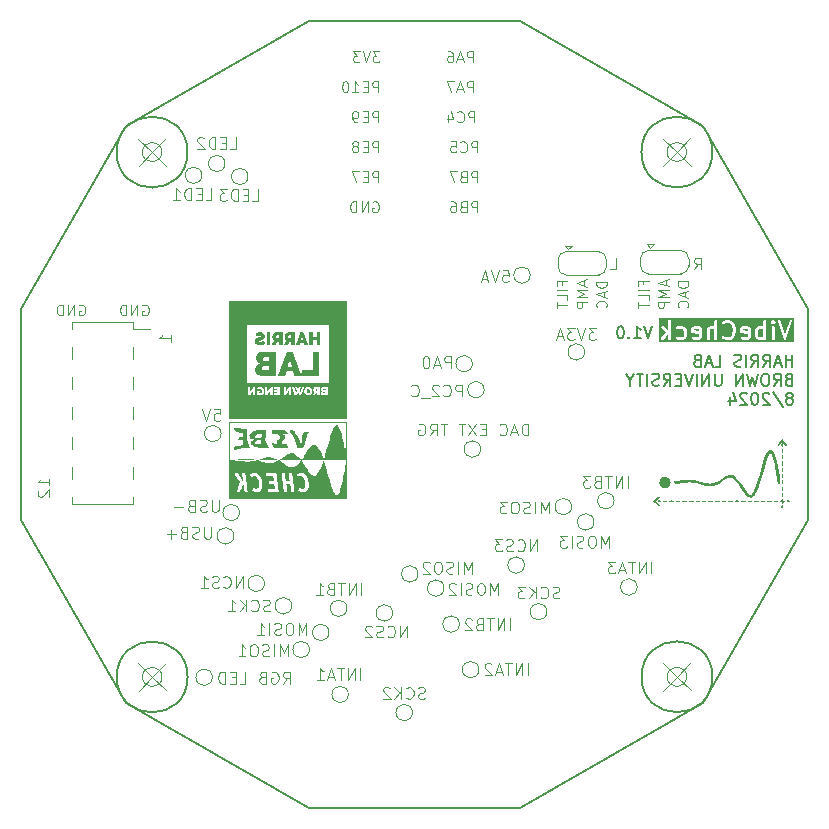
<source format=gbr>
%TF.GenerationSoftware,KiCad,Pcbnew,8.0.3*%
%TF.CreationDate,2024-08-28T16:51:52-04:00*%
%TF.ProjectId,vibrometer_h7,76696272-6f6d-4657-9465-725f68372e6b,rev?*%
%TF.SameCoordinates,Original*%
%TF.FileFunction,Legend,Bot*%
%TF.FilePolarity,Positive*%
%FSLAX46Y46*%
G04 Gerber Fmt 4.6, Leading zero omitted, Abs format (unit mm)*
G04 Created by KiCad (PCBNEW 8.0.3) date 2024-08-28 16:51:52*
%MOMM*%
%LPD*%
G01*
G04 APERTURE LIST*
G04 Aperture macros list*
%AMHorizOval*
0 Thick line with rounded ends*
0 $1 width*
0 $2 $3 position (X,Y) of the first rounded end (center of the circle)*
0 $4 $5 position (X,Y) of the second rounded end (center of the circle)*
0 Add line between two ends*
20,1,$1,$2,$3,$4,$5,0*
0 Add two circle primitives to create the rounded ends*
1,1,$1,$2,$3*
1,1,$1,$4,$5*%
%AMFreePoly0*
4,1,19,0.550000,-0.750000,0.000000,-0.750000,0.000000,-0.744911,-0.071157,-0.744911,-0.207708,-0.704816,-0.327430,-0.627875,-0.420627,-0.520320,-0.479746,-0.390866,-0.500000,-0.250000,-0.500000,0.250000,-0.479746,0.390866,-0.420627,0.520320,-0.327430,0.627875,-0.207708,0.704816,-0.071157,0.744911,0.000000,0.744911,0.000000,0.750000,0.550000,0.750000,0.550000,-0.750000,0.550000,-0.750000,
$1*%
%AMFreePoly1*
4,1,19,0.000000,0.744911,0.071157,0.744911,0.207708,0.704816,0.327430,0.627875,0.420627,0.520320,0.479746,0.390866,0.500000,0.250000,0.500000,-0.250000,0.479746,-0.390866,0.420627,-0.520320,0.327430,-0.627875,0.207708,-0.704816,0.071157,-0.744911,0.000000,-0.744911,0.000000,-0.750000,-0.550000,-0.750000,-0.550000,0.750000,0.000000,0.750000,0.000000,0.744911,0.000000,0.744911,
$1*%
G04 Aperture macros list end*
%ADD10C,0.200000*%
%ADD11C,0.100000*%
%ADD12C,0.150000*%
%ADD13C,0.250000*%
%ADD14C,0.120000*%
%ADD15C,0.000000*%
%ADD16C,0.990600*%
%ADD17C,1.600000*%
%ADD18C,0.650000*%
%ADD19HorizOval,1.000000X-0.476314X-0.275000X0.476314X0.275000X0*%
%ADD20HorizOval,1.000000X-0.346410X-0.200000X0.346410X0.200000X0*%
%ADD21R,1.700000X1.700000*%
%ADD22O,1.700000X1.700000*%
%ADD23C,1.000000*%
%ADD24FreePoly0,0.000000*%
%ADD25R,1.000000X1.500000*%
%ADD26FreePoly1,0.000000*%
%ADD27R,3.150000X1.000000*%
G04 APERTURE END LIST*
D10*
X174395184Y-75604816D02*
X183324441Y-91070743D01*
X183324441Y-108929257D01*
X174395184Y-124395184D01*
X158929257Y-133324441D01*
X141070743Y-133324441D01*
X125604816Y-124395184D01*
X116675559Y-108929257D01*
X116675559Y-91070743D01*
X125604816Y-75604816D01*
X141070743Y-66675559D01*
X158929257Y-66675559D01*
X174395184Y-75604816D01*
D11*
X172210000Y-77780000D02*
X171070000Y-78950000D01*
X127790000Y-122220000D02*
X126620000Y-121080000D01*
D10*
X175220000Y-122210000D02*
G75*
G02*
X169220000Y-122210000I-3000000J0D01*
G01*
X169220000Y-122210000D02*
G75*
G02*
X175220000Y-122210000I3000000J0D01*
G01*
D11*
X172220000Y-122210000D02*
X171080000Y-123380000D01*
X173380000Y-78920000D02*
X172210000Y-77780000D01*
X173360000Y-121040000D02*
X172220000Y-122210000D01*
X173350000Y-76610000D02*
X172210000Y-77780000D01*
X128920000Y-76620000D02*
X127780000Y-77790000D01*
D10*
X130790000Y-122220000D02*
G75*
G02*
X124790000Y-122220000I-3000000J0D01*
G01*
X124790000Y-122220000D02*
G75*
G02*
X130790000Y-122220000I3000000J0D01*
G01*
D11*
X172210000Y-77780000D02*
X171040000Y-76640000D01*
X127780000Y-77790000D02*
X126640000Y-78960000D01*
X173037315Y-77780000D02*
G75*
G02*
X171382685Y-77780000I-827315J0D01*
G01*
X171382685Y-77780000D02*
G75*
G02*
X173037315Y-77780000I827315J0D01*
G01*
X128607315Y-77790000D02*
G75*
G02*
X126952685Y-77790000I-827315J0D01*
G01*
X126952685Y-77790000D02*
G75*
G02*
X128607315Y-77790000I827315J0D01*
G01*
X173047315Y-122210000D02*
G75*
G02*
X171392685Y-122210000I-827315J0D01*
G01*
X171392685Y-122210000D02*
G75*
G02*
X173047315Y-122210000I827315J0D01*
G01*
X127790000Y-122220000D02*
X126650000Y-123390000D01*
X128930000Y-121050000D02*
X127790000Y-122220000D01*
D10*
X130780000Y-77790000D02*
G75*
G02*
X124780000Y-77790000I-3000000J0D01*
G01*
X124780000Y-77790000D02*
G75*
G02*
X130780000Y-77790000I3000000J0D01*
G01*
D11*
X127780000Y-77790000D02*
X126610000Y-76650000D01*
X128950000Y-78930000D02*
X127780000Y-77790000D01*
X128617315Y-122220000D02*
G75*
G02*
X126962685Y-122220000I-827315J0D01*
G01*
X126962685Y-122220000D02*
G75*
G02*
X128617315Y-122220000I827315J0D01*
G01*
X172220000Y-122210000D02*
X171050000Y-121070000D01*
X173390000Y-123350000D02*
X172220000Y-122210000D01*
X128960000Y-123360000D02*
X127790000Y-122220000D01*
D10*
X175210000Y-77780000D02*
G75*
G02*
X169210000Y-77780000I-3000000J0D01*
G01*
X169210000Y-77780000D02*
G75*
G02*
X175210000Y-77780000I3000000J0D01*
G01*
D11*
X140847618Y-118672419D02*
X140847618Y-117672419D01*
X140847618Y-117672419D02*
X140514285Y-118386704D01*
X140514285Y-118386704D02*
X140180952Y-117672419D01*
X140180952Y-117672419D02*
X140180952Y-118672419D01*
X139514285Y-117672419D02*
X139323809Y-117672419D01*
X139323809Y-117672419D02*
X139228571Y-117720038D01*
X139228571Y-117720038D02*
X139133333Y-117815276D01*
X139133333Y-117815276D02*
X139085714Y-118005752D01*
X139085714Y-118005752D02*
X139085714Y-118339085D01*
X139085714Y-118339085D02*
X139133333Y-118529561D01*
X139133333Y-118529561D02*
X139228571Y-118624800D01*
X139228571Y-118624800D02*
X139323809Y-118672419D01*
X139323809Y-118672419D02*
X139514285Y-118672419D01*
X139514285Y-118672419D02*
X139609523Y-118624800D01*
X139609523Y-118624800D02*
X139704761Y-118529561D01*
X139704761Y-118529561D02*
X139752380Y-118339085D01*
X139752380Y-118339085D02*
X139752380Y-118005752D01*
X139752380Y-118005752D02*
X139704761Y-117815276D01*
X139704761Y-117815276D02*
X139609523Y-117720038D01*
X139609523Y-117720038D02*
X139514285Y-117672419D01*
X138704761Y-118624800D02*
X138561904Y-118672419D01*
X138561904Y-118672419D02*
X138323809Y-118672419D01*
X138323809Y-118672419D02*
X138228571Y-118624800D01*
X138228571Y-118624800D02*
X138180952Y-118577180D01*
X138180952Y-118577180D02*
X138133333Y-118481942D01*
X138133333Y-118481942D02*
X138133333Y-118386704D01*
X138133333Y-118386704D02*
X138180952Y-118291466D01*
X138180952Y-118291466D02*
X138228571Y-118243847D01*
X138228571Y-118243847D02*
X138323809Y-118196228D01*
X138323809Y-118196228D02*
X138514285Y-118148609D01*
X138514285Y-118148609D02*
X138609523Y-118100990D01*
X138609523Y-118100990D02*
X138657142Y-118053371D01*
X138657142Y-118053371D02*
X138704761Y-117958133D01*
X138704761Y-117958133D02*
X138704761Y-117862895D01*
X138704761Y-117862895D02*
X138657142Y-117767657D01*
X138657142Y-117767657D02*
X138609523Y-117720038D01*
X138609523Y-117720038D02*
X138514285Y-117672419D01*
X138514285Y-117672419D02*
X138276190Y-117672419D01*
X138276190Y-117672419D02*
X138133333Y-117720038D01*
X137704761Y-118672419D02*
X137704761Y-117672419D01*
X136704762Y-118672419D02*
X137276190Y-118672419D01*
X136990476Y-118672419D02*
X136990476Y-117672419D01*
X136990476Y-117672419D02*
X137085714Y-117815276D01*
X137085714Y-117815276D02*
X137180952Y-117910514D01*
X137180952Y-117910514D02*
X137276190Y-117958133D01*
X150871904Y-124034800D02*
X150729047Y-124082419D01*
X150729047Y-124082419D02*
X150490952Y-124082419D01*
X150490952Y-124082419D02*
X150395714Y-124034800D01*
X150395714Y-124034800D02*
X150348095Y-123987180D01*
X150348095Y-123987180D02*
X150300476Y-123891942D01*
X150300476Y-123891942D02*
X150300476Y-123796704D01*
X150300476Y-123796704D02*
X150348095Y-123701466D01*
X150348095Y-123701466D02*
X150395714Y-123653847D01*
X150395714Y-123653847D02*
X150490952Y-123606228D01*
X150490952Y-123606228D02*
X150681428Y-123558609D01*
X150681428Y-123558609D02*
X150776666Y-123510990D01*
X150776666Y-123510990D02*
X150824285Y-123463371D01*
X150824285Y-123463371D02*
X150871904Y-123368133D01*
X150871904Y-123368133D02*
X150871904Y-123272895D01*
X150871904Y-123272895D02*
X150824285Y-123177657D01*
X150824285Y-123177657D02*
X150776666Y-123130038D01*
X150776666Y-123130038D02*
X150681428Y-123082419D01*
X150681428Y-123082419D02*
X150443333Y-123082419D01*
X150443333Y-123082419D02*
X150300476Y-123130038D01*
X149300476Y-123987180D02*
X149348095Y-124034800D01*
X149348095Y-124034800D02*
X149490952Y-124082419D01*
X149490952Y-124082419D02*
X149586190Y-124082419D01*
X149586190Y-124082419D02*
X149729047Y-124034800D01*
X149729047Y-124034800D02*
X149824285Y-123939561D01*
X149824285Y-123939561D02*
X149871904Y-123844323D01*
X149871904Y-123844323D02*
X149919523Y-123653847D01*
X149919523Y-123653847D02*
X149919523Y-123510990D01*
X149919523Y-123510990D02*
X149871904Y-123320514D01*
X149871904Y-123320514D02*
X149824285Y-123225276D01*
X149824285Y-123225276D02*
X149729047Y-123130038D01*
X149729047Y-123130038D02*
X149586190Y-123082419D01*
X149586190Y-123082419D02*
X149490952Y-123082419D01*
X149490952Y-123082419D02*
X149348095Y-123130038D01*
X149348095Y-123130038D02*
X149300476Y-123177657D01*
X148871904Y-124082419D02*
X148871904Y-123082419D01*
X148300476Y-124082419D02*
X148729047Y-123510990D01*
X148300476Y-123082419D02*
X148871904Y-123653847D01*
X147919523Y-123177657D02*
X147871904Y-123130038D01*
X147871904Y-123130038D02*
X147776666Y-123082419D01*
X147776666Y-123082419D02*
X147538571Y-123082419D01*
X147538571Y-123082419D02*
X147443333Y-123130038D01*
X147443333Y-123130038D02*
X147395714Y-123177657D01*
X147395714Y-123177657D02*
X147348095Y-123272895D01*
X147348095Y-123272895D02*
X147348095Y-123368133D01*
X147348095Y-123368133D02*
X147395714Y-123510990D01*
X147395714Y-123510990D02*
X147967142Y-124082419D01*
X147967142Y-124082419D02*
X147348095Y-124082419D01*
X166274657Y-88750074D02*
X165374657Y-88750074D01*
X165374657Y-88750074D02*
X165374657Y-88964360D01*
X165374657Y-88964360D02*
X165417514Y-89092931D01*
X165417514Y-89092931D02*
X165503228Y-89178646D01*
X165503228Y-89178646D02*
X165588942Y-89221503D01*
X165588942Y-89221503D02*
X165760371Y-89264360D01*
X165760371Y-89264360D02*
X165888942Y-89264360D01*
X165888942Y-89264360D02*
X166060371Y-89221503D01*
X166060371Y-89221503D02*
X166146085Y-89178646D01*
X166146085Y-89178646D02*
X166231800Y-89092931D01*
X166231800Y-89092931D02*
X166274657Y-88964360D01*
X166274657Y-88964360D02*
X166274657Y-88750074D01*
X166017514Y-89607217D02*
X166017514Y-90035789D01*
X166274657Y-89521503D02*
X165374657Y-89821503D01*
X165374657Y-89821503D02*
X166274657Y-90121503D01*
X166188942Y-90935789D02*
X166231800Y-90892932D01*
X166231800Y-90892932D02*
X166274657Y-90764360D01*
X166274657Y-90764360D02*
X166274657Y-90678646D01*
X166274657Y-90678646D02*
X166231800Y-90550075D01*
X166231800Y-90550075D02*
X166146085Y-90464360D01*
X166146085Y-90464360D02*
X166060371Y-90421503D01*
X166060371Y-90421503D02*
X165888942Y-90378646D01*
X165888942Y-90378646D02*
X165760371Y-90378646D01*
X165760371Y-90378646D02*
X165588942Y-90421503D01*
X165588942Y-90421503D02*
X165503228Y-90464360D01*
X165503228Y-90464360D02*
X165417514Y-90550075D01*
X165417514Y-90550075D02*
X165374657Y-90678646D01*
X165374657Y-90678646D02*
X165374657Y-90764360D01*
X165374657Y-90764360D02*
X165417514Y-90892932D01*
X165417514Y-90892932D02*
X165460371Y-90935789D01*
D12*
X170096077Y-92549819D02*
X169762744Y-93549819D01*
X169762744Y-93549819D02*
X169429411Y-92549819D01*
X168572268Y-93549819D02*
X169143696Y-93549819D01*
X168857982Y-93549819D02*
X168857982Y-92549819D01*
X168857982Y-92549819D02*
X168953220Y-92692676D01*
X168953220Y-92692676D02*
X169048458Y-92787914D01*
X169048458Y-92787914D02*
X169143696Y-92835533D01*
X168143696Y-93454580D02*
X168096077Y-93502200D01*
X168096077Y-93502200D02*
X168143696Y-93549819D01*
X168143696Y-93549819D02*
X168191315Y-93502200D01*
X168191315Y-93502200D02*
X168143696Y-93454580D01*
X168143696Y-93454580D02*
X168143696Y-93549819D01*
X167477030Y-92549819D02*
X167381792Y-92549819D01*
X167381792Y-92549819D02*
X167286554Y-92597438D01*
X167286554Y-92597438D02*
X167238935Y-92645057D01*
X167238935Y-92645057D02*
X167191316Y-92740295D01*
X167191316Y-92740295D02*
X167143697Y-92930771D01*
X167143697Y-92930771D02*
X167143697Y-93168866D01*
X167143697Y-93168866D02*
X167191316Y-93359342D01*
X167191316Y-93359342D02*
X167238935Y-93454580D01*
X167238935Y-93454580D02*
X167286554Y-93502200D01*
X167286554Y-93502200D02*
X167381792Y-93549819D01*
X167381792Y-93549819D02*
X167477030Y-93549819D01*
X167477030Y-93549819D02*
X167572268Y-93502200D01*
X167572268Y-93502200D02*
X167619887Y-93454580D01*
X167619887Y-93454580D02*
X167667506Y-93359342D01*
X167667506Y-93359342D02*
X167715125Y-93168866D01*
X167715125Y-93168866D02*
X167715125Y-92930771D01*
X167715125Y-92930771D02*
X167667506Y-92740295D01*
X167667506Y-92740295D02*
X167619887Y-92645057D01*
X167619887Y-92645057D02*
X167572268Y-92597438D01*
X167572268Y-92597438D02*
X167477030Y-92549819D01*
D11*
X161347618Y-108372419D02*
X161347618Y-107372419D01*
X161347618Y-107372419D02*
X161014285Y-108086704D01*
X161014285Y-108086704D02*
X160680952Y-107372419D01*
X160680952Y-107372419D02*
X160680952Y-108372419D01*
X160204761Y-108372419D02*
X160204761Y-107372419D01*
X159776190Y-108324800D02*
X159633333Y-108372419D01*
X159633333Y-108372419D02*
X159395238Y-108372419D01*
X159395238Y-108372419D02*
X159300000Y-108324800D01*
X159300000Y-108324800D02*
X159252381Y-108277180D01*
X159252381Y-108277180D02*
X159204762Y-108181942D01*
X159204762Y-108181942D02*
X159204762Y-108086704D01*
X159204762Y-108086704D02*
X159252381Y-107991466D01*
X159252381Y-107991466D02*
X159300000Y-107943847D01*
X159300000Y-107943847D02*
X159395238Y-107896228D01*
X159395238Y-107896228D02*
X159585714Y-107848609D01*
X159585714Y-107848609D02*
X159680952Y-107800990D01*
X159680952Y-107800990D02*
X159728571Y-107753371D01*
X159728571Y-107753371D02*
X159776190Y-107658133D01*
X159776190Y-107658133D02*
X159776190Y-107562895D01*
X159776190Y-107562895D02*
X159728571Y-107467657D01*
X159728571Y-107467657D02*
X159680952Y-107420038D01*
X159680952Y-107420038D02*
X159585714Y-107372419D01*
X159585714Y-107372419D02*
X159347619Y-107372419D01*
X159347619Y-107372419D02*
X159204762Y-107420038D01*
X158585714Y-107372419D02*
X158395238Y-107372419D01*
X158395238Y-107372419D02*
X158300000Y-107420038D01*
X158300000Y-107420038D02*
X158204762Y-107515276D01*
X158204762Y-107515276D02*
X158157143Y-107705752D01*
X158157143Y-107705752D02*
X158157143Y-108039085D01*
X158157143Y-108039085D02*
X158204762Y-108229561D01*
X158204762Y-108229561D02*
X158300000Y-108324800D01*
X158300000Y-108324800D02*
X158395238Y-108372419D01*
X158395238Y-108372419D02*
X158585714Y-108372419D01*
X158585714Y-108372419D02*
X158680952Y-108324800D01*
X158680952Y-108324800D02*
X158776190Y-108229561D01*
X158776190Y-108229561D02*
X158823809Y-108039085D01*
X158823809Y-108039085D02*
X158823809Y-107705752D01*
X158823809Y-107705752D02*
X158776190Y-107515276D01*
X158776190Y-107515276D02*
X158680952Y-107420038D01*
X158680952Y-107420038D02*
X158585714Y-107372419D01*
X157823809Y-107372419D02*
X157204762Y-107372419D01*
X157204762Y-107372419D02*
X157538095Y-107753371D01*
X157538095Y-107753371D02*
X157395238Y-107753371D01*
X157395238Y-107753371D02*
X157300000Y-107800990D01*
X157300000Y-107800990D02*
X157252381Y-107848609D01*
X157252381Y-107848609D02*
X157204762Y-107943847D01*
X157204762Y-107943847D02*
X157204762Y-108181942D01*
X157204762Y-108181942D02*
X157252381Y-108277180D01*
X157252381Y-108277180D02*
X157300000Y-108324800D01*
X157300000Y-108324800D02*
X157395238Y-108372419D01*
X157395238Y-108372419D02*
X157680952Y-108372419D01*
X157680952Y-108372419D02*
X157776190Y-108324800D01*
X157776190Y-108324800D02*
X157823809Y-108277180D01*
X165366666Y-92672419D02*
X164747619Y-92672419D01*
X164747619Y-92672419D02*
X165080952Y-93053371D01*
X165080952Y-93053371D02*
X164938095Y-93053371D01*
X164938095Y-93053371D02*
X164842857Y-93100990D01*
X164842857Y-93100990D02*
X164795238Y-93148609D01*
X164795238Y-93148609D02*
X164747619Y-93243847D01*
X164747619Y-93243847D02*
X164747619Y-93481942D01*
X164747619Y-93481942D02*
X164795238Y-93577180D01*
X164795238Y-93577180D02*
X164842857Y-93624800D01*
X164842857Y-93624800D02*
X164938095Y-93672419D01*
X164938095Y-93672419D02*
X165223809Y-93672419D01*
X165223809Y-93672419D02*
X165319047Y-93624800D01*
X165319047Y-93624800D02*
X165366666Y-93577180D01*
X164461904Y-92672419D02*
X164128571Y-93672419D01*
X164128571Y-93672419D02*
X163795238Y-92672419D01*
X163557142Y-92672419D02*
X162938095Y-92672419D01*
X162938095Y-92672419D02*
X163271428Y-93053371D01*
X163271428Y-93053371D02*
X163128571Y-93053371D01*
X163128571Y-93053371D02*
X163033333Y-93100990D01*
X163033333Y-93100990D02*
X162985714Y-93148609D01*
X162985714Y-93148609D02*
X162938095Y-93243847D01*
X162938095Y-93243847D02*
X162938095Y-93481942D01*
X162938095Y-93481942D02*
X162985714Y-93577180D01*
X162985714Y-93577180D02*
X163033333Y-93624800D01*
X163033333Y-93624800D02*
X163128571Y-93672419D01*
X163128571Y-93672419D02*
X163414285Y-93672419D01*
X163414285Y-93672419D02*
X163509523Y-93624800D01*
X163509523Y-93624800D02*
X163557142Y-93577180D01*
X162557142Y-93386704D02*
X162080952Y-93386704D01*
X162652380Y-93672419D02*
X162319047Y-92672419D01*
X162319047Y-92672419D02*
X161985714Y-93672419D01*
X146925925Y-72706657D02*
X146925925Y-71806657D01*
X146925925Y-71806657D02*
X146583068Y-71806657D01*
X146583068Y-71806657D02*
X146497353Y-71849514D01*
X146497353Y-71849514D02*
X146454496Y-71892371D01*
X146454496Y-71892371D02*
X146411639Y-71978085D01*
X146411639Y-71978085D02*
X146411639Y-72106657D01*
X146411639Y-72106657D02*
X146454496Y-72192371D01*
X146454496Y-72192371D02*
X146497353Y-72235228D01*
X146497353Y-72235228D02*
X146583068Y-72278085D01*
X146583068Y-72278085D02*
X146925925Y-72278085D01*
X146025925Y-72235228D02*
X145725925Y-72235228D01*
X145597353Y-72706657D02*
X146025925Y-72706657D01*
X146025925Y-72706657D02*
X146025925Y-71806657D01*
X146025925Y-71806657D02*
X145597353Y-71806657D01*
X144740210Y-72706657D02*
X145254496Y-72706657D01*
X144997353Y-72706657D02*
X144997353Y-71806657D01*
X144997353Y-71806657D02*
X145083067Y-71935228D01*
X145083067Y-71935228D02*
X145168782Y-72020942D01*
X145168782Y-72020942D02*
X145254496Y-72063800D01*
X144183067Y-71806657D02*
X144097353Y-71806657D01*
X144097353Y-71806657D02*
X144011639Y-71849514D01*
X144011639Y-71849514D02*
X143968782Y-71892371D01*
X143968782Y-71892371D02*
X143925924Y-71978085D01*
X143925924Y-71978085D02*
X143883067Y-72149514D01*
X143883067Y-72149514D02*
X143883067Y-72363800D01*
X143883067Y-72363800D02*
X143925924Y-72535228D01*
X143925924Y-72535228D02*
X143968782Y-72620942D01*
X143968782Y-72620942D02*
X144011639Y-72663800D01*
X144011639Y-72663800D02*
X144097353Y-72706657D01*
X144097353Y-72706657D02*
X144183067Y-72706657D01*
X144183067Y-72706657D02*
X144268782Y-72663800D01*
X144268782Y-72663800D02*
X144311639Y-72620942D01*
X144311639Y-72620942D02*
X144354496Y-72535228D01*
X144354496Y-72535228D02*
X144397353Y-72363800D01*
X144397353Y-72363800D02*
X144397353Y-72149514D01*
X144397353Y-72149514D02*
X144354496Y-71978085D01*
X144354496Y-71978085D02*
X144311639Y-71892371D01*
X144311639Y-71892371D02*
X144268782Y-71849514D01*
X144268782Y-71849514D02*
X144183067Y-71806657D01*
X135438094Y-114672419D02*
X135438094Y-113672419D01*
X135438094Y-113672419D02*
X134866666Y-114672419D01*
X134866666Y-114672419D02*
X134866666Y-113672419D01*
X133819047Y-114577180D02*
X133866666Y-114624800D01*
X133866666Y-114624800D02*
X134009523Y-114672419D01*
X134009523Y-114672419D02*
X134104761Y-114672419D01*
X134104761Y-114672419D02*
X134247618Y-114624800D01*
X134247618Y-114624800D02*
X134342856Y-114529561D01*
X134342856Y-114529561D02*
X134390475Y-114434323D01*
X134390475Y-114434323D02*
X134438094Y-114243847D01*
X134438094Y-114243847D02*
X134438094Y-114100990D01*
X134438094Y-114100990D02*
X134390475Y-113910514D01*
X134390475Y-113910514D02*
X134342856Y-113815276D01*
X134342856Y-113815276D02*
X134247618Y-113720038D01*
X134247618Y-113720038D02*
X134104761Y-113672419D01*
X134104761Y-113672419D02*
X134009523Y-113672419D01*
X134009523Y-113672419D02*
X133866666Y-113720038D01*
X133866666Y-113720038D02*
X133819047Y-113767657D01*
X133438094Y-114624800D02*
X133295237Y-114672419D01*
X133295237Y-114672419D02*
X133057142Y-114672419D01*
X133057142Y-114672419D02*
X132961904Y-114624800D01*
X132961904Y-114624800D02*
X132914285Y-114577180D01*
X132914285Y-114577180D02*
X132866666Y-114481942D01*
X132866666Y-114481942D02*
X132866666Y-114386704D01*
X132866666Y-114386704D02*
X132914285Y-114291466D01*
X132914285Y-114291466D02*
X132961904Y-114243847D01*
X132961904Y-114243847D02*
X133057142Y-114196228D01*
X133057142Y-114196228D02*
X133247618Y-114148609D01*
X133247618Y-114148609D02*
X133342856Y-114100990D01*
X133342856Y-114100990D02*
X133390475Y-114053371D01*
X133390475Y-114053371D02*
X133438094Y-113958133D01*
X133438094Y-113958133D02*
X133438094Y-113862895D01*
X133438094Y-113862895D02*
X133390475Y-113767657D01*
X133390475Y-113767657D02*
X133342856Y-113720038D01*
X133342856Y-113720038D02*
X133247618Y-113672419D01*
X133247618Y-113672419D02*
X133009523Y-113672419D01*
X133009523Y-113672419D02*
X132866666Y-113720038D01*
X131914285Y-114672419D02*
X132485713Y-114672419D01*
X132199999Y-114672419D02*
X132199999Y-113672419D01*
X132199999Y-113672419D02*
X132295237Y-113815276D01*
X132295237Y-113815276D02*
X132390475Y-113910514D01*
X132390475Y-113910514D02*
X132485713Y-113958133D01*
X154019047Y-98472419D02*
X154019047Y-97472419D01*
X154019047Y-97472419D02*
X153638095Y-97472419D01*
X153638095Y-97472419D02*
X153542857Y-97520038D01*
X153542857Y-97520038D02*
X153495238Y-97567657D01*
X153495238Y-97567657D02*
X153447619Y-97662895D01*
X153447619Y-97662895D02*
X153447619Y-97805752D01*
X153447619Y-97805752D02*
X153495238Y-97900990D01*
X153495238Y-97900990D02*
X153542857Y-97948609D01*
X153542857Y-97948609D02*
X153638095Y-97996228D01*
X153638095Y-97996228D02*
X154019047Y-97996228D01*
X152447619Y-98377180D02*
X152495238Y-98424800D01*
X152495238Y-98424800D02*
X152638095Y-98472419D01*
X152638095Y-98472419D02*
X152733333Y-98472419D01*
X152733333Y-98472419D02*
X152876190Y-98424800D01*
X152876190Y-98424800D02*
X152971428Y-98329561D01*
X152971428Y-98329561D02*
X153019047Y-98234323D01*
X153019047Y-98234323D02*
X153066666Y-98043847D01*
X153066666Y-98043847D02*
X153066666Y-97900990D01*
X153066666Y-97900990D02*
X153019047Y-97710514D01*
X153019047Y-97710514D02*
X152971428Y-97615276D01*
X152971428Y-97615276D02*
X152876190Y-97520038D01*
X152876190Y-97520038D02*
X152733333Y-97472419D01*
X152733333Y-97472419D02*
X152638095Y-97472419D01*
X152638095Y-97472419D02*
X152495238Y-97520038D01*
X152495238Y-97520038D02*
X152447619Y-97567657D01*
X152066666Y-97567657D02*
X152019047Y-97520038D01*
X152019047Y-97520038D02*
X151923809Y-97472419D01*
X151923809Y-97472419D02*
X151685714Y-97472419D01*
X151685714Y-97472419D02*
X151590476Y-97520038D01*
X151590476Y-97520038D02*
X151542857Y-97567657D01*
X151542857Y-97567657D02*
X151495238Y-97662895D01*
X151495238Y-97662895D02*
X151495238Y-97758133D01*
X151495238Y-97758133D02*
X151542857Y-97900990D01*
X151542857Y-97900990D02*
X152114285Y-98472419D01*
X152114285Y-98472419D02*
X151495238Y-98472419D01*
X151304762Y-98567657D02*
X150542857Y-98567657D01*
X149733333Y-98377180D02*
X149780952Y-98424800D01*
X149780952Y-98424800D02*
X149923809Y-98472419D01*
X149923809Y-98472419D02*
X150019047Y-98472419D01*
X150019047Y-98472419D02*
X150161904Y-98424800D01*
X150161904Y-98424800D02*
X150257142Y-98329561D01*
X150257142Y-98329561D02*
X150304761Y-98234323D01*
X150304761Y-98234323D02*
X150352380Y-98043847D01*
X150352380Y-98043847D02*
X150352380Y-97900990D01*
X150352380Y-97900990D02*
X150304761Y-97710514D01*
X150304761Y-97710514D02*
X150257142Y-97615276D01*
X150257142Y-97615276D02*
X150161904Y-97520038D01*
X150161904Y-97520038D02*
X150019047Y-97472419D01*
X150019047Y-97472419D02*
X149923809Y-97472419D01*
X149923809Y-97472419D02*
X149780952Y-97520038D01*
X149780952Y-97520038D02*
X149733333Y-97567657D01*
X169363228Y-88990074D02*
X169363228Y-88690074D01*
X169834657Y-88690074D02*
X168934657Y-88690074D01*
X168934657Y-88690074D02*
X168934657Y-89118646D01*
X169834657Y-89461503D02*
X168934657Y-89461503D01*
X169834657Y-90318646D02*
X169834657Y-89890074D01*
X169834657Y-89890074D02*
X168934657Y-89890074D01*
X168934657Y-90490074D02*
X168934657Y-91004360D01*
X169834657Y-90747217D02*
X168934657Y-90747217D01*
X157449047Y-87782419D02*
X157925237Y-87782419D01*
X157925237Y-87782419D02*
X157972856Y-88258609D01*
X157972856Y-88258609D02*
X157925237Y-88210990D01*
X157925237Y-88210990D02*
X157829999Y-88163371D01*
X157829999Y-88163371D02*
X157591904Y-88163371D01*
X157591904Y-88163371D02*
X157496666Y-88210990D01*
X157496666Y-88210990D02*
X157449047Y-88258609D01*
X157449047Y-88258609D02*
X157401428Y-88353847D01*
X157401428Y-88353847D02*
X157401428Y-88591942D01*
X157401428Y-88591942D02*
X157449047Y-88687180D01*
X157449047Y-88687180D02*
X157496666Y-88734800D01*
X157496666Y-88734800D02*
X157591904Y-88782419D01*
X157591904Y-88782419D02*
X157829999Y-88782419D01*
X157829999Y-88782419D02*
X157925237Y-88734800D01*
X157925237Y-88734800D02*
X157972856Y-88687180D01*
X157115713Y-87782419D02*
X156782380Y-88782419D01*
X156782380Y-88782419D02*
X156449047Y-87782419D01*
X156163332Y-88496704D02*
X155687142Y-88496704D01*
X156258570Y-88782419D02*
X155925237Y-87782419D01*
X155925237Y-87782419D02*
X155591904Y-88782419D01*
X133410951Y-107232419D02*
X133410951Y-108041942D01*
X133410951Y-108041942D02*
X133363332Y-108137180D01*
X133363332Y-108137180D02*
X133315713Y-108184800D01*
X133315713Y-108184800D02*
X133220475Y-108232419D01*
X133220475Y-108232419D02*
X133029999Y-108232419D01*
X133029999Y-108232419D02*
X132934761Y-108184800D01*
X132934761Y-108184800D02*
X132887142Y-108137180D01*
X132887142Y-108137180D02*
X132839523Y-108041942D01*
X132839523Y-108041942D02*
X132839523Y-107232419D01*
X132410951Y-108184800D02*
X132268094Y-108232419D01*
X132268094Y-108232419D02*
X132029999Y-108232419D01*
X132029999Y-108232419D02*
X131934761Y-108184800D01*
X131934761Y-108184800D02*
X131887142Y-108137180D01*
X131887142Y-108137180D02*
X131839523Y-108041942D01*
X131839523Y-108041942D02*
X131839523Y-107946704D01*
X131839523Y-107946704D02*
X131887142Y-107851466D01*
X131887142Y-107851466D02*
X131934761Y-107803847D01*
X131934761Y-107803847D02*
X132029999Y-107756228D01*
X132029999Y-107756228D02*
X132220475Y-107708609D01*
X132220475Y-107708609D02*
X132315713Y-107660990D01*
X132315713Y-107660990D02*
X132363332Y-107613371D01*
X132363332Y-107613371D02*
X132410951Y-107518133D01*
X132410951Y-107518133D02*
X132410951Y-107422895D01*
X132410951Y-107422895D02*
X132363332Y-107327657D01*
X132363332Y-107327657D02*
X132315713Y-107280038D01*
X132315713Y-107280038D02*
X132220475Y-107232419D01*
X132220475Y-107232419D02*
X131982380Y-107232419D01*
X131982380Y-107232419D02*
X131839523Y-107280038D01*
X131077618Y-107708609D02*
X130934761Y-107756228D01*
X130934761Y-107756228D02*
X130887142Y-107803847D01*
X130887142Y-107803847D02*
X130839523Y-107899085D01*
X130839523Y-107899085D02*
X130839523Y-108041942D01*
X130839523Y-108041942D02*
X130887142Y-108137180D01*
X130887142Y-108137180D02*
X130934761Y-108184800D01*
X130934761Y-108184800D02*
X131029999Y-108232419D01*
X131029999Y-108232419D02*
X131410951Y-108232419D01*
X131410951Y-108232419D02*
X131410951Y-107232419D01*
X131410951Y-107232419D02*
X131077618Y-107232419D01*
X131077618Y-107232419D02*
X130982380Y-107280038D01*
X130982380Y-107280038D02*
X130934761Y-107327657D01*
X130934761Y-107327657D02*
X130887142Y-107422895D01*
X130887142Y-107422895D02*
X130887142Y-107518133D01*
X130887142Y-107518133D02*
X130934761Y-107613371D01*
X130934761Y-107613371D02*
X130982380Y-107660990D01*
X130982380Y-107660990D02*
X131077618Y-107708609D01*
X131077618Y-107708609D02*
X131410951Y-107708609D01*
X130410951Y-107851466D02*
X129649047Y-107851466D01*
X155048646Y-75246657D02*
X155048646Y-74346657D01*
X155048646Y-74346657D02*
X154705789Y-74346657D01*
X154705789Y-74346657D02*
X154620074Y-74389514D01*
X154620074Y-74389514D02*
X154577217Y-74432371D01*
X154577217Y-74432371D02*
X154534360Y-74518085D01*
X154534360Y-74518085D02*
X154534360Y-74646657D01*
X154534360Y-74646657D02*
X154577217Y-74732371D01*
X154577217Y-74732371D02*
X154620074Y-74775228D01*
X154620074Y-74775228D02*
X154705789Y-74818085D01*
X154705789Y-74818085D02*
X155048646Y-74818085D01*
X153634360Y-75160942D02*
X153677217Y-75203800D01*
X153677217Y-75203800D02*
X153805789Y-75246657D01*
X153805789Y-75246657D02*
X153891503Y-75246657D01*
X153891503Y-75246657D02*
X154020074Y-75203800D01*
X154020074Y-75203800D02*
X154105789Y-75118085D01*
X154105789Y-75118085D02*
X154148646Y-75032371D01*
X154148646Y-75032371D02*
X154191503Y-74860942D01*
X154191503Y-74860942D02*
X154191503Y-74732371D01*
X154191503Y-74732371D02*
X154148646Y-74560942D01*
X154148646Y-74560942D02*
X154105789Y-74475228D01*
X154105789Y-74475228D02*
X154020074Y-74389514D01*
X154020074Y-74389514D02*
X153891503Y-74346657D01*
X153891503Y-74346657D02*
X153805789Y-74346657D01*
X153805789Y-74346657D02*
X153677217Y-74389514D01*
X153677217Y-74389514D02*
X153634360Y-74432371D01*
X152862932Y-74646657D02*
X152862932Y-75246657D01*
X153077217Y-74303800D02*
X153291503Y-74946657D01*
X153291503Y-74946657D02*
X152734360Y-74946657D01*
X145409523Y-122472419D02*
X145409523Y-121472419D01*
X144933333Y-122472419D02*
X144933333Y-121472419D01*
X144933333Y-121472419D02*
X144361905Y-122472419D01*
X144361905Y-122472419D02*
X144361905Y-121472419D01*
X144028571Y-121472419D02*
X143457143Y-121472419D01*
X143742857Y-122472419D02*
X143742857Y-121472419D01*
X143171428Y-122186704D02*
X142695238Y-122186704D01*
X143266666Y-122472419D02*
X142933333Y-121472419D01*
X142933333Y-121472419D02*
X142600000Y-122472419D01*
X141742857Y-122472419D02*
X142314285Y-122472419D01*
X142028571Y-122472419D02*
X142028571Y-121472419D01*
X142028571Y-121472419D02*
X142123809Y-121615276D01*
X142123809Y-121615276D02*
X142219047Y-121710514D01*
X142219047Y-121710514D02*
X142314285Y-121758133D01*
X159642857Y-101772419D02*
X159642857Y-100772419D01*
X159642857Y-100772419D02*
X159404762Y-100772419D01*
X159404762Y-100772419D02*
X159261905Y-100820038D01*
X159261905Y-100820038D02*
X159166667Y-100915276D01*
X159166667Y-100915276D02*
X159119048Y-101010514D01*
X159119048Y-101010514D02*
X159071429Y-101200990D01*
X159071429Y-101200990D02*
X159071429Y-101343847D01*
X159071429Y-101343847D02*
X159119048Y-101534323D01*
X159119048Y-101534323D02*
X159166667Y-101629561D01*
X159166667Y-101629561D02*
X159261905Y-101724800D01*
X159261905Y-101724800D02*
X159404762Y-101772419D01*
X159404762Y-101772419D02*
X159642857Y-101772419D01*
X158690476Y-101486704D02*
X158214286Y-101486704D01*
X158785714Y-101772419D02*
X158452381Y-100772419D01*
X158452381Y-100772419D02*
X158119048Y-101772419D01*
X157214286Y-101677180D02*
X157261905Y-101724800D01*
X157261905Y-101724800D02*
X157404762Y-101772419D01*
X157404762Y-101772419D02*
X157500000Y-101772419D01*
X157500000Y-101772419D02*
X157642857Y-101724800D01*
X157642857Y-101724800D02*
X157738095Y-101629561D01*
X157738095Y-101629561D02*
X157785714Y-101534323D01*
X157785714Y-101534323D02*
X157833333Y-101343847D01*
X157833333Y-101343847D02*
X157833333Y-101200990D01*
X157833333Y-101200990D02*
X157785714Y-101010514D01*
X157785714Y-101010514D02*
X157738095Y-100915276D01*
X157738095Y-100915276D02*
X157642857Y-100820038D01*
X157642857Y-100820038D02*
X157500000Y-100772419D01*
X157500000Y-100772419D02*
X157404762Y-100772419D01*
X157404762Y-100772419D02*
X157261905Y-100820038D01*
X157261905Y-100820038D02*
X157214286Y-100867657D01*
X156023809Y-101248609D02*
X155690476Y-101248609D01*
X155547619Y-101772419D02*
X156023809Y-101772419D01*
X156023809Y-101772419D02*
X156023809Y-100772419D01*
X156023809Y-100772419D02*
X155547619Y-100772419D01*
X155214285Y-100772419D02*
X154547619Y-101772419D01*
X154547619Y-100772419D02*
X155214285Y-101772419D01*
X154309523Y-100772419D02*
X153738095Y-100772419D01*
X154023809Y-101772419D02*
X154023809Y-100772419D01*
X152785713Y-100772419D02*
X152214285Y-100772419D01*
X152499999Y-101772419D02*
X152499999Y-100772419D01*
X151309523Y-101772419D02*
X151642856Y-101296228D01*
X151880951Y-101772419D02*
X151880951Y-100772419D01*
X151880951Y-100772419D02*
X151499999Y-100772419D01*
X151499999Y-100772419D02*
X151404761Y-100820038D01*
X151404761Y-100820038D02*
X151357142Y-100867657D01*
X151357142Y-100867657D02*
X151309523Y-100962895D01*
X151309523Y-100962895D02*
X151309523Y-101105752D01*
X151309523Y-101105752D02*
X151357142Y-101200990D01*
X151357142Y-101200990D02*
X151404761Y-101248609D01*
X151404761Y-101248609D02*
X151499999Y-101296228D01*
X151499999Y-101296228D02*
X151880951Y-101296228D01*
X150357142Y-100820038D02*
X150452380Y-100772419D01*
X150452380Y-100772419D02*
X150595237Y-100772419D01*
X150595237Y-100772419D02*
X150738094Y-100820038D01*
X150738094Y-100820038D02*
X150833332Y-100915276D01*
X150833332Y-100915276D02*
X150880951Y-101010514D01*
X150880951Y-101010514D02*
X150928570Y-101200990D01*
X150928570Y-101200990D02*
X150928570Y-101343847D01*
X150928570Y-101343847D02*
X150880951Y-101534323D01*
X150880951Y-101534323D02*
X150833332Y-101629561D01*
X150833332Y-101629561D02*
X150738094Y-101724800D01*
X150738094Y-101724800D02*
X150595237Y-101772419D01*
X150595237Y-101772419D02*
X150499999Y-101772419D01*
X150499999Y-101772419D02*
X150357142Y-101724800D01*
X150357142Y-101724800D02*
X150309523Y-101677180D01*
X150309523Y-101677180D02*
X150309523Y-101343847D01*
X150309523Y-101343847D02*
X150499999Y-101343847D01*
X133040476Y-99522419D02*
X133516666Y-99522419D01*
X133516666Y-99522419D02*
X133564285Y-99998609D01*
X133564285Y-99998609D02*
X133516666Y-99950990D01*
X133516666Y-99950990D02*
X133421428Y-99903371D01*
X133421428Y-99903371D02*
X133183333Y-99903371D01*
X133183333Y-99903371D02*
X133088095Y-99950990D01*
X133088095Y-99950990D02*
X133040476Y-99998609D01*
X133040476Y-99998609D02*
X132992857Y-100093847D01*
X132992857Y-100093847D02*
X132992857Y-100331942D01*
X132992857Y-100331942D02*
X133040476Y-100427180D01*
X133040476Y-100427180D02*
X133088095Y-100474800D01*
X133088095Y-100474800D02*
X133183333Y-100522419D01*
X133183333Y-100522419D02*
X133421428Y-100522419D01*
X133421428Y-100522419D02*
X133516666Y-100474800D01*
X133516666Y-100474800D02*
X133564285Y-100427180D01*
X132707142Y-99522419D02*
X132373809Y-100522419D01*
X132373809Y-100522419D02*
X132040476Y-99522419D01*
X137761904Y-116624800D02*
X137619047Y-116672419D01*
X137619047Y-116672419D02*
X137380952Y-116672419D01*
X137380952Y-116672419D02*
X137285714Y-116624800D01*
X137285714Y-116624800D02*
X137238095Y-116577180D01*
X137238095Y-116577180D02*
X137190476Y-116481942D01*
X137190476Y-116481942D02*
X137190476Y-116386704D01*
X137190476Y-116386704D02*
X137238095Y-116291466D01*
X137238095Y-116291466D02*
X137285714Y-116243847D01*
X137285714Y-116243847D02*
X137380952Y-116196228D01*
X137380952Y-116196228D02*
X137571428Y-116148609D01*
X137571428Y-116148609D02*
X137666666Y-116100990D01*
X137666666Y-116100990D02*
X137714285Y-116053371D01*
X137714285Y-116053371D02*
X137761904Y-115958133D01*
X137761904Y-115958133D02*
X137761904Y-115862895D01*
X137761904Y-115862895D02*
X137714285Y-115767657D01*
X137714285Y-115767657D02*
X137666666Y-115720038D01*
X137666666Y-115720038D02*
X137571428Y-115672419D01*
X137571428Y-115672419D02*
X137333333Y-115672419D01*
X137333333Y-115672419D02*
X137190476Y-115720038D01*
X136190476Y-116577180D02*
X136238095Y-116624800D01*
X136238095Y-116624800D02*
X136380952Y-116672419D01*
X136380952Y-116672419D02*
X136476190Y-116672419D01*
X136476190Y-116672419D02*
X136619047Y-116624800D01*
X136619047Y-116624800D02*
X136714285Y-116529561D01*
X136714285Y-116529561D02*
X136761904Y-116434323D01*
X136761904Y-116434323D02*
X136809523Y-116243847D01*
X136809523Y-116243847D02*
X136809523Y-116100990D01*
X136809523Y-116100990D02*
X136761904Y-115910514D01*
X136761904Y-115910514D02*
X136714285Y-115815276D01*
X136714285Y-115815276D02*
X136619047Y-115720038D01*
X136619047Y-115720038D02*
X136476190Y-115672419D01*
X136476190Y-115672419D02*
X136380952Y-115672419D01*
X136380952Y-115672419D02*
X136238095Y-115720038D01*
X136238095Y-115720038D02*
X136190476Y-115767657D01*
X135761904Y-116672419D02*
X135761904Y-115672419D01*
X135190476Y-116672419D02*
X135619047Y-116100990D01*
X135190476Y-115672419D02*
X135761904Y-116243847D01*
X134238095Y-116672419D02*
X134809523Y-116672419D01*
X134523809Y-116672419D02*
X134523809Y-115672419D01*
X134523809Y-115672419D02*
X134619047Y-115815276D01*
X134619047Y-115815276D02*
X134714285Y-115910514D01*
X134714285Y-115910514D02*
X134809523Y-115958133D01*
X136259047Y-81902419D02*
X136735237Y-81902419D01*
X136735237Y-81902419D02*
X136735237Y-80902419D01*
X135925713Y-81378609D02*
X135592380Y-81378609D01*
X135449523Y-81902419D02*
X135925713Y-81902419D01*
X135925713Y-81902419D02*
X135925713Y-80902419D01*
X135925713Y-80902419D02*
X135449523Y-80902419D01*
X135020951Y-81902419D02*
X135020951Y-80902419D01*
X135020951Y-80902419D02*
X134782856Y-80902419D01*
X134782856Y-80902419D02*
X134639999Y-80950038D01*
X134639999Y-80950038D02*
X134544761Y-81045276D01*
X134544761Y-81045276D02*
X134497142Y-81140514D01*
X134497142Y-81140514D02*
X134449523Y-81330990D01*
X134449523Y-81330990D02*
X134449523Y-81473847D01*
X134449523Y-81473847D02*
X134497142Y-81664323D01*
X134497142Y-81664323D02*
X134544761Y-81759561D01*
X134544761Y-81759561D02*
X134639999Y-81854800D01*
X134639999Y-81854800D02*
X134782856Y-81902419D01*
X134782856Y-81902419D02*
X135020951Y-81902419D01*
X134116189Y-80902419D02*
X133497142Y-80902419D01*
X133497142Y-80902419D02*
X133830475Y-81283371D01*
X133830475Y-81283371D02*
X133687618Y-81283371D01*
X133687618Y-81283371D02*
X133592380Y-81330990D01*
X133592380Y-81330990D02*
X133544761Y-81378609D01*
X133544761Y-81378609D02*
X133497142Y-81473847D01*
X133497142Y-81473847D02*
X133497142Y-81711942D01*
X133497142Y-81711942D02*
X133544761Y-81807180D01*
X133544761Y-81807180D02*
X133592380Y-81854800D01*
X133592380Y-81854800D02*
X133687618Y-81902419D01*
X133687618Y-81902419D02*
X133973332Y-81902419D01*
X133973332Y-81902419D02*
X134068570Y-81854800D01*
X134068570Y-81854800D02*
X134116189Y-81807180D01*
X129371934Y-93825956D02*
X129371934Y-93254528D01*
X129371934Y-93540242D02*
X128371934Y-93540242D01*
X128371934Y-93540242D02*
X128514791Y-93445004D01*
X128514791Y-93445004D02*
X128610029Y-93349766D01*
X128610029Y-93349766D02*
X128657648Y-93254528D01*
X166447618Y-111272419D02*
X166447618Y-110272419D01*
X166447618Y-110272419D02*
X166114285Y-110986704D01*
X166114285Y-110986704D02*
X165780952Y-110272419D01*
X165780952Y-110272419D02*
X165780952Y-111272419D01*
X165114285Y-110272419D02*
X164923809Y-110272419D01*
X164923809Y-110272419D02*
X164828571Y-110320038D01*
X164828571Y-110320038D02*
X164733333Y-110415276D01*
X164733333Y-110415276D02*
X164685714Y-110605752D01*
X164685714Y-110605752D02*
X164685714Y-110939085D01*
X164685714Y-110939085D02*
X164733333Y-111129561D01*
X164733333Y-111129561D02*
X164828571Y-111224800D01*
X164828571Y-111224800D02*
X164923809Y-111272419D01*
X164923809Y-111272419D02*
X165114285Y-111272419D01*
X165114285Y-111272419D02*
X165209523Y-111224800D01*
X165209523Y-111224800D02*
X165304761Y-111129561D01*
X165304761Y-111129561D02*
X165352380Y-110939085D01*
X165352380Y-110939085D02*
X165352380Y-110605752D01*
X165352380Y-110605752D02*
X165304761Y-110415276D01*
X165304761Y-110415276D02*
X165209523Y-110320038D01*
X165209523Y-110320038D02*
X165114285Y-110272419D01*
X164304761Y-111224800D02*
X164161904Y-111272419D01*
X164161904Y-111272419D02*
X163923809Y-111272419D01*
X163923809Y-111272419D02*
X163828571Y-111224800D01*
X163828571Y-111224800D02*
X163780952Y-111177180D01*
X163780952Y-111177180D02*
X163733333Y-111081942D01*
X163733333Y-111081942D02*
X163733333Y-110986704D01*
X163733333Y-110986704D02*
X163780952Y-110891466D01*
X163780952Y-110891466D02*
X163828571Y-110843847D01*
X163828571Y-110843847D02*
X163923809Y-110796228D01*
X163923809Y-110796228D02*
X164114285Y-110748609D01*
X164114285Y-110748609D02*
X164209523Y-110700990D01*
X164209523Y-110700990D02*
X164257142Y-110653371D01*
X164257142Y-110653371D02*
X164304761Y-110558133D01*
X164304761Y-110558133D02*
X164304761Y-110462895D01*
X164304761Y-110462895D02*
X164257142Y-110367657D01*
X164257142Y-110367657D02*
X164209523Y-110320038D01*
X164209523Y-110320038D02*
X164114285Y-110272419D01*
X164114285Y-110272419D02*
X163876190Y-110272419D01*
X163876190Y-110272419D02*
X163733333Y-110320038D01*
X163304761Y-111272419D02*
X163304761Y-110272419D01*
X162923809Y-110272419D02*
X162304762Y-110272419D01*
X162304762Y-110272419D02*
X162638095Y-110653371D01*
X162638095Y-110653371D02*
X162495238Y-110653371D01*
X162495238Y-110653371D02*
X162400000Y-110700990D01*
X162400000Y-110700990D02*
X162352381Y-110748609D01*
X162352381Y-110748609D02*
X162304762Y-110843847D01*
X162304762Y-110843847D02*
X162304762Y-111081942D01*
X162304762Y-111081942D02*
X162352381Y-111177180D01*
X162352381Y-111177180D02*
X162400000Y-111224800D01*
X162400000Y-111224800D02*
X162495238Y-111272419D01*
X162495238Y-111272419D02*
X162780952Y-111272419D01*
X162780952Y-111272419D02*
X162876190Y-111224800D01*
X162876190Y-111224800D02*
X162923809Y-111177180D01*
X132319047Y-81852419D02*
X132795237Y-81852419D01*
X132795237Y-81852419D02*
X132795237Y-80852419D01*
X131985713Y-81328609D02*
X131652380Y-81328609D01*
X131509523Y-81852419D02*
X131985713Y-81852419D01*
X131985713Y-81852419D02*
X131985713Y-80852419D01*
X131985713Y-80852419D02*
X131509523Y-80852419D01*
X131080951Y-81852419D02*
X131080951Y-80852419D01*
X131080951Y-80852419D02*
X130842856Y-80852419D01*
X130842856Y-80852419D02*
X130699999Y-80900038D01*
X130699999Y-80900038D02*
X130604761Y-80995276D01*
X130604761Y-80995276D02*
X130557142Y-81090514D01*
X130557142Y-81090514D02*
X130509523Y-81280990D01*
X130509523Y-81280990D02*
X130509523Y-81423847D01*
X130509523Y-81423847D02*
X130557142Y-81614323D01*
X130557142Y-81614323D02*
X130604761Y-81709561D01*
X130604761Y-81709561D02*
X130699999Y-81804800D01*
X130699999Y-81804800D02*
X130842856Y-81852419D01*
X130842856Y-81852419D02*
X131080951Y-81852419D01*
X129557142Y-81852419D02*
X130128570Y-81852419D01*
X129842856Y-81852419D02*
X129842856Y-80852419D01*
X129842856Y-80852419D02*
X129938094Y-80995276D01*
X129938094Y-80995276D02*
X130033332Y-81090514D01*
X130033332Y-81090514D02*
X130128570Y-81138133D01*
X149338094Y-118872419D02*
X149338094Y-117872419D01*
X149338094Y-117872419D02*
X148766666Y-118872419D01*
X148766666Y-118872419D02*
X148766666Y-117872419D01*
X147719047Y-118777180D02*
X147766666Y-118824800D01*
X147766666Y-118824800D02*
X147909523Y-118872419D01*
X147909523Y-118872419D02*
X148004761Y-118872419D01*
X148004761Y-118872419D02*
X148147618Y-118824800D01*
X148147618Y-118824800D02*
X148242856Y-118729561D01*
X148242856Y-118729561D02*
X148290475Y-118634323D01*
X148290475Y-118634323D02*
X148338094Y-118443847D01*
X148338094Y-118443847D02*
X148338094Y-118300990D01*
X148338094Y-118300990D02*
X148290475Y-118110514D01*
X148290475Y-118110514D02*
X148242856Y-118015276D01*
X148242856Y-118015276D02*
X148147618Y-117920038D01*
X148147618Y-117920038D02*
X148004761Y-117872419D01*
X148004761Y-117872419D02*
X147909523Y-117872419D01*
X147909523Y-117872419D02*
X147766666Y-117920038D01*
X147766666Y-117920038D02*
X147719047Y-117967657D01*
X147338094Y-118824800D02*
X147195237Y-118872419D01*
X147195237Y-118872419D02*
X146957142Y-118872419D01*
X146957142Y-118872419D02*
X146861904Y-118824800D01*
X146861904Y-118824800D02*
X146814285Y-118777180D01*
X146814285Y-118777180D02*
X146766666Y-118681942D01*
X146766666Y-118681942D02*
X146766666Y-118586704D01*
X146766666Y-118586704D02*
X146814285Y-118491466D01*
X146814285Y-118491466D02*
X146861904Y-118443847D01*
X146861904Y-118443847D02*
X146957142Y-118396228D01*
X146957142Y-118396228D02*
X147147618Y-118348609D01*
X147147618Y-118348609D02*
X147242856Y-118300990D01*
X147242856Y-118300990D02*
X147290475Y-118253371D01*
X147290475Y-118253371D02*
X147338094Y-118158133D01*
X147338094Y-118158133D02*
X147338094Y-118062895D01*
X147338094Y-118062895D02*
X147290475Y-117967657D01*
X147290475Y-117967657D02*
X147242856Y-117920038D01*
X147242856Y-117920038D02*
X147147618Y-117872419D01*
X147147618Y-117872419D02*
X146909523Y-117872419D01*
X146909523Y-117872419D02*
X146766666Y-117920038D01*
X146385713Y-117967657D02*
X146338094Y-117920038D01*
X146338094Y-117920038D02*
X146242856Y-117872419D01*
X146242856Y-117872419D02*
X146004761Y-117872419D01*
X146004761Y-117872419D02*
X145909523Y-117920038D01*
X145909523Y-117920038D02*
X145861904Y-117967657D01*
X145861904Y-117967657D02*
X145814285Y-118062895D01*
X145814285Y-118062895D02*
X145814285Y-118158133D01*
X145814285Y-118158133D02*
X145861904Y-118300990D01*
X145861904Y-118300990D02*
X146433332Y-118872419D01*
X146433332Y-118872419D02*
X145814285Y-118872419D01*
X157047618Y-115272419D02*
X157047618Y-114272419D01*
X157047618Y-114272419D02*
X156714285Y-114986704D01*
X156714285Y-114986704D02*
X156380952Y-114272419D01*
X156380952Y-114272419D02*
X156380952Y-115272419D01*
X155714285Y-114272419D02*
X155523809Y-114272419D01*
X155523809Y-114272419D02*
X155428571Y-114320038D01*
X155428571Y-114320038D02*
X155333333Y-114415276D01*
X155333333Y-114415276D02*
X155285714Y-114605752D01*
X155285714Y-114605752D02*
X155285714Y-114939085D01*
X155285714Y-114939085D02*
X155333333Y-115129561D01*
X155333333Y-115129561D02*
X155428571Y-115224800D01*
X155428571Y-115224800D02*
X155523809Y-115272419D01*
X155523809Y-115272419D02*
X155714285Y-115272419D01*
X155714285Y-115272419D02*
X155809523Y-115224800D01*
X155809523Y-115224800D02*
X155904761Y-115129561D01*
X155904761Y-115129561D02*
X155952380Y-114939085D01*
X155952380Y-114939085D02*
X155952380Y-114605752D01*
X155952380Y-114605752D02*
X155904761Y-114415276D01*
X155904761Y-114415276D02*
X155809523Y-114320038D01*
X155809523Y-114320038D02*
X155714285Y-114272419D01*
X154904761Y-115224800D02*
X154761904Y-115272419D01*
X154761904Y-115272419D02*
X154523809Y-115272419D01*
X154523809Y-115272419D02*
X154428571Y-115224800D01*
X154428571Y-115224800D02*
X154380952Y-115177180D01*
X154380952Y-115177180D02*
X154333333Y-115081942D01*
X154333333Y-115081942D02*
X154333333Y-114986704D01*
X154333333Y-114986704D02*
X154380952Y-114891466D01*
X154380952Y-114891466D02*
X154428571Y-114843847D01*
X154428571Y-114843847D02*
X154523809Y-114796228D01*
X154523809Y-114796228D02*
X154714285Y-114748609D01*
X154714285Y-114748609D02*
X154809523Y-114700990D01*
X154809523Y-114700990D02*
X154857142Y-114653371D01*
X154857142Y-114653371D02*
X154904761Y-114558133D01*
X154904761Y-114558133D02*
X154904761Y-114462895D01*
X154904761Y-114462895D02*
X154857142Y-114367657D01*
X154857142Y-114367657D02*
X154809523Y-114320038D01*
X154809523Y-114320038D02*
X154714285Y-114272419D01*
X154714285Y-114272419D02*
X154476190Y-114272419D01*
X154476190Y-114272419D02*
X154333333Y-114320038D01*
X153904761Y-115272419D02*
X153904761Y-114272419D01*
X153476190Y-114367657D02*
X153428571Y-114320038D01*
X153428571Y-114320038D02*
X153333333Y-114272419D01*
X153333333Y-114272419D02*
X153095238Y-114272419D01*
X153095238Y-114272419D02*
X153000000Y-114320038D01*
X153000000Y-114320038D02*
X152952381Y-114367657D01*
X152952381Y-114367657D02*
X152904762Y-114462895D01*
X152904762Y-114462895D02*
X152904762Y-114558133D01*
X152904762Y-114558133D02*
X152952381Y-114700990D01*
X152952381Y-114700990D02*
X153523809Y-115272419D01*
X153523809Y-115272419D02*
X152904762Y-115272419D01*
X155302646Y-82866657D02*
X155302646Y-81966657D01*
X155302646Y-81966657D02*
X154959789Y-81966657D01*
X154959789Y-81966657D02*
X154874074Y-82009514D01*
X154874074Y-82009514D02*
X154831217Y-82052371D01*
X154831217Y-82052371D02*
X154788360Y-82138085D01*
X154788360Y-82138085D02*
X154788360Y-82266657D01*
X154788360Y-82266657D02*
X154831217Y-82352371D01*
X154831217Y-82352371D02*
X154874074Y-82395228D01*
X154874074Y-82395228D02*
X154959789Y-82438085D01*
X154959789Y-82438085D02*
X155302646Y-82438085D01*
X154102646Y-82395228D02*
X153974074Y-82438085D01*
X153974074Y-82438085D02*
X153931217Y-82480942D01*
X153931217Y-82480942D02*
X153888360Y-82566657D01*
X153888360Y-82566657D02*
X153888360Y-82695228D01*
X153888360Y-82695228D02*
X153931217Y-82780942D01*
X153931217Y-82780942D02*
X153974074Y-82823800D01*
X153974074Y-82823800D02*
X154059789Y-82866657D01*
X154059789Y-82866657D02*
X154402646Y-82866657D01*
X154402646Y-82866657D02*
X154402646Y-81966657D01*
X154402646Y-81966657D02*
X154102646Y-81966657D01*
X154102646Y-81966657D02*
X154016932Y-82009514D01*
X154016932Y-82009514D02*
X153974074Y-82052371D01*
X153974074Y-82052371D02*
X153931217Y-82138085D01*
X153931217Y-82138085D02*
X153931217Y-82223800D01*
X153931217Y-82223800D02*
X153974074Y-82309514D01*
X153974074Y-82309514D02*
X154016932Y-82352371D01*
X154016932Y-82352371D02*
X154102646Y-82395228D01*
X154102646Y-82395228D02*
X154402646Y-82395228D01*
X153116932Y-81966657D02*
X153288360Y-81966657D01*
X153288360Y-81966657D02*
X153374074Y-82009514D01*
X153374074Y-82009514D02*
X153416932Y-82052371D01*
X153416932Y-82052371D02*
X153502646Y-82180942D01*
X153502646Y-82180942D02*
X153545503Y-82352371D01*
X153545503Y-82352371D02*
X153545503Y-82695228D01*
X153545503Y-82695228D02*
X153502646Y-82780942D01*
X153502646Y-82780942D02*
X153459789Y-82823800D01*
X153459789Y-82823800D02*
X153374074Y-82866657D01*
X153374074Y-82866657D02*
X153202646Y-82866657D01*
X153202646Y-82866657D02*
X153116932Y-82823800D01*
X153116932Y-82823800D02*
X153074074Y-82780942D01*
X153074074Y-82780942D02*
X153031217Y-82695228D01*
X153031217Y-82695228D02*
X153031217Y-82480942D01*
X153031217Y-82480942D02*
X153074074Y-82395228D01*
X153074074Y-82395228D02*
X153116932Y-82352371D01*
X153116932Y-82352371D02*
X153202646Y-82309514D01*
X153202646Y-82309514D02*
X153374074Y-82309514D01*
X153374074Y-82309514D02*
X153459789Y-82352371D01*
X153459789Y-82352371D02*
X153502646Y-82395228D01*
X153502646Y-82395228D02*
X153545503Y-82480942D01*
X154847618Y-113472419D02*
X154847618Y-112472419D01*
X154847618Y-112472419D02*
X154514285Y-113186704D01*
X154514285Y-113186704D02*
X154180952Y-112472419D01*
X154180952Y-112472419D02*
X154180952Y-113472419D01*
X153704761Y-113472419D02*
X153704761Y-112472419D01*
X153276190Y-113424800D02*
X153133333Y-113472419D01*
X153133333Y-113472419D02*
X152895238Y-113472419D01*
X152895238Y-113472419D02*
X152800000Y-113424800D01*
X152800000Y-113424800D02*
X152752381Y-113377180D01*
X152752381Y-113377180D02*
X152704762Y-113281942D01*
X152704762Y-113281942D02*
X152704762Y-113186704D01*
X152704762Y-113186704D02*
X152752381Y-113091466D01*
X152752381Y-113091466D02*
X152800000Y-113043847D01*
X152800000Y-113043847D02*
X152895238Y-112996228D01*
X152895238Y-112996228D02*
X153085714Y-112948609D01*
X153085714Y-112948609D02*
X153180952Y-112900990D01*
X153180952Y-112900990D02*
X153228571Y-112853371D01*
X153228571Y-112853371D02*
X153276190Y-112758133D01*
X153276190Y-112758133D02*
X153276190Y-112662895D01*
X153276190Y-112662895D02*
X153228571Y-112567657D01*
X153228571Y-112567657D02*
X153180952Y-112520038D01*
X153180952Y-112520038D02*
X153085714Y-112472419D01*
X153085714Y-112472419D02*
X152847619Y-112472419D01*
X152847619Y-112472419D02*
X152704762Y-112520038D01*
X152085714Y-112472419D02*
X151895238Y-112472419D01*
X151895238Y-112472419D02*
X151800000Y-112520038D01*
X151800000Y-112520038D02*
X151704762Y-112615276D01*
X151704762Y-112615276D02*
X151657143Y-112805752D01*
X151657143Y-112805752D02*
X151657143Y-113139085D01*
X151657143Y-113139085D02*
X151704762Y-113329561D01*
X151704762Y-113329561D02*
X151800000Y-113424800D01*
X151800000Y-113424800D02*
X151895238Y-113472419D01*
X151895238Y-113472419D02*
X152085714Y-113472419D01*
X152085714Y-113472419D02*
X152180952Y-113424800D01*
X152180952Y-113424800D02*
X152276190Y-113329561D01*
X152276190Y-113329561D02*
X152323809Y-113139085D01*
X152323809Y-113139085D02*
X152323809Y-112805752D01*
X152323809Y-112805752D02*
X152276190Y-112615276D01*
X152276190Y-112615276D02*
X152180952Y-112520038D01*
X152180952Y-112520038D02*
X152085714Y-112472419D01*
X151276190Y-112567657D02*
X151228571Y-112520038D01*
X151228571Y-112520038D02*
X151133333Y-112472419D01*
X151133333Y-112472419D02*
X150895238Y-112472419D01*
X150895238Y-112472419D02*
X150800000Y-112520038D01*
X150800000Y-112520038D02*
X150752381Y-112567657D01*
X150752381Y-112567657D02*
X150704762Y-112662895D01*
X150704762Y-112662895D02*
X150704762Y-112758133D01*
X150704762Y-112758133D02*
X150752381Y-112900990D01*
X150752381Y-112900990D02*
X151323809Y-113472419D01*
X151323809Y-113472419D02*
X150704762Y-113472419D01*
X147011639Y-69266657D02*
X146454496Y-69266657D01*
X146454496Y-69266657D02*
X146754496Y-69609514D01*
X146754496Y-69609514D02*
X146625925Y-69609514D01*
X146625925Y-69609514D02*
X146540211Y-69652371D01*
X146540211Y-69652371D02*
X146497353Y-69695228D01*
X146497353Y-69695228D02*
X146454496Y-69780942D01*
X146454496Y-69780942D02*
X146454496Y-69995228D01*
X146454496Y-69995228D02*
X146497353Y-70080942D01*
X146497353Y-70080942D02*
X146540211Y-70123800D01*
X146540211Y-70123800D02*
X146625925Y-70166657D01*
X146625925Y-70166657D02*
X146883068Y-70166657D01*
X146883068Y-70166657D02*
X146968782Y-70123800D01*
X146968782Y-70123800D02*
X147011639Y-70080942D01*
X146197353Y-69266657D02*
X145897353Y-70166657D01*
X145897353Y-70166657D02*
X145597353Y-69266657D01*
X145383067Y-69266657D02*
X144825924Y-69266657D01*
X144825924Y-69266657D02*
X145125924Y-69609514D01*
X145125924Y-69609514D02*
X144997353Y-69609514D01*
X144997353Y-69609514D02*
X144911639Y-69652371D01*
X144911639Y-69652371D02*
X144868781Y-69695228D01*
X144868781Y-69695228D02*
X144825924Y-69780942D01*
X144825924Y-69780942D02*
X144825924Y-69995228D01*
X144825924Y-69995228D02*
X144868781Y-70080942D01*
X144868781Y-70080942D02*
X144911639Y-70123800D01*
X144911639Y-70123800D02*
X144997353Y-70166657D01*
X144997353Y-70166657D02*
X145254496Y-70166657D01*
X145254496Y-70166657D02*
X145340210Y-70123800D01*
X145340210Y-70123800D02*
X145383067Y-70080942D01*
X155302646Y-80326657D02*
X155302646Y-79426657D01*
X155302646Y-79426657D02*
X154959789Y-79426657D01*
X154959789Y-79426657D02*
X154874074Y-79469514D01*
X154874074Y-79469514D02*
X154831217Y-79512371D01*
X154831217Y-79512371D02*
X154788360Y-79598085D01*
X154788360Y-79598085D02*
X154788360Y-79726657D01*
X154788360Y-79726657D02*
X154831217Y-79812371D01*
X154831217Y-79812371D02*
X154874074Y-79855228D01*
X154874074Y-79855228D02*
X154959789Y-79898085D01*
X154959789Y-79898085D02*
X155302646Y-79898085D01*
X154102646Y-79855228D02*
X153974074Y-79898085D01*
X153974074Y-79898085D02*
X153931217Y-79940942D01*
X153931217Y-79940942D02*
X153888360Y-80026657D01*
X153888360Y-80026657D02*
X153888360Y-80155228D01*
X153888360Y-80155228D02*
X153931217Y-80240942D01*
X153931217Y-80240942D02*
X153974074Y-80283800D01*
X153974074Y-80283800D02*
X154059789Y-80326657D01*
X154059789Y-80326657D02*
X154402646Y-80326657D01*
X154402646Y-80326657D02*
X154402646Y-79426657D01*
X154402646Y-79426657D02*
X154102646Y-79426657D01*
X154102646Y-79426657D02*
X154016932Y-79469514D01*
X154016932Y-79469514D02*
X153974074Y-79512371D01*
X153974074Y-79512371D02*
X153931217Y-79598085D01*
X153931217Y-79598085D02*
X153931217Y-79683800D01*
X153931217Y-79683800D02*
X153974074Y-79769514D01*
X153974074Y-79769514D02*
X154016932Y-79812371D01*
X154016932Y-79812371D02*
X154102646Y-79855228D01*
X154102646Y-79855228D02*
X154402646Y-79855228D01*
X153588360Y-79426657D02*
X152988360Y-79426657D01*
X152988360Y-79426657D02*
X153374074Y-80326657D01*
X134369047Y-77522419D02*
X134845237Y-77522419D01*
X134845237Y-77522419D02*
X134845237Y-76522419D01*
X134035713Y-76998609D02*
X133702380Y-76998609D01*
X133559523Y-77522419D02*
X134035713Y-77522419D01*
X134035713Y-77522419D02*
X134035713Y-76522419D01*
X134035713Y-76522419D02*
X133559523Y-76522419D01*
X133130951Y-77522419D02*
X133130951Y-76522419D01*
X133130951Y-76522419D02*
X132892856Y-76522419D01*
X132892856Y-76522419D02*
X132749999Y-76570038D01*
X132749999Y-76570038D02*
X132654761Y-76665276D01*
X132654761Y-76665276D02*
X132607142Y-76760514D01*
X132607142Y-76760514D02*
X132559523Y-76950990D01*
X132559523Y-76950990D02*
X132559523Y-77093847D01*
X132559523Y-77093847D02*
X132607142Y-77284323D01*
X132607142Y-77284323D02*
X132654761Y-77379561D01*
X132654761Y-77379561D02*
X132749999Y-77474800D01*
X132749999Y-77474800D02*
X132892856Y-77522419D01*
X132892856Y-77522419D02*
X133130951Y-77522419D01*
X132178570Y-76617657D02*
X132130951Y-76570038D01*
X132130951Y-76570038D02*
X132035713Y-76522419D01*
X132035713Y-76522419D02*
X131797618Y-76522419D01*
X131797618Y-76522419D02*
X131702380Y-76570038D01*
X131702380Y-76570038D02*
X131654761Y-76617657D01*
X131654761Y-76617657D02*
X131607142Y-76712895D01*
X131607142Y-76712895D02*
X131607142Y-76808133D01*
X131607142Y-76808133D02*
X131654761Y-76950990D01*
X131654761Y-76950990D02*
X132226189Y-77522419D01*
X132226189Y-77522419D02*
X131607142Y-77522419D01*
X121595182Y-90760707D02*
X121680897Y-90717850D01*
X121680897Y-90717850D02*
X121809468Y-90717850D01*
X121809468Y-90717850D02*
X121938039Y-90760707D01*
X121938039Y-90760707D02*
X122023754Y-90846421D01*
X122023754Y-90846421D02*
X122066611Y-90932135D01*
X122066611Y-90932135D02*
X122109468Y-91103564D01*
X122109468Y-91103564D02*
X122109468Y-91232135D01*
X122109468Y-91232135D02*
X122066611Y-91403564D01*
X122066611Y-91403564D02*
X122023754Y-91489278D01*
X122023754Y-91489278D02*
X121938039Y-91574993D01*
X121938039Y-91574993D02*
X121809468Y-91617850D01*
X121809468Y-91617850D02*
X121723754Y-91617850D01*
X121723754Y-91617850D02*
X121595182Y-91574993D01*
X121595182Y-91574993D02*
X121552325Y-91532135D01*
X121552325Y-91532135D02*
X121552325Y-91232135D01*
X121552325Y-91232135D02*
X121723754Y-91232135D01*
X121166611Y-91617850D02*
X121166611Y-90717850D01*
X121166611Y-90717850D02*
X120652325Y-91617850D01*
X120652325Y-91617850D02*
X120652325Y-90717850D01*
X120223754Y-91617850D02*
X120223754Y-90717850D01*
X120223754Y-90717850D02*
X120009468Y-90717850D01*
X120009468Y-90717850D02*
X119880897Y-90760707D01*
X119880897Y-90760707D02*
X119795182Y-90846421D01*
X119795182Y-90846421D02*
X119752325Y-90932135D01*
X119752325Y-90932135D02*
X119709468Y-91103564D01*
X119709468Y-91103564D02*
X119709468Y-91232135D01*
X119709468Y-91232135D02*
X119752325Y-91403564D01*
X119752325Y-91403564D02*
X119795182Y-91489278D01*
X119795182Y-91489278D02*
X119880897Y-91574993D01*
X119880897Y-91574993D02*
X120009468Y-91617850D01*
X120009468Y-91617850D02*
X120223754Y-91617850D01*
X164367514Y-88657217D02*
X164367514Y-89085789D01*
X164624657Y-88571503D02*
X163724657Y-88871503D01*
X163724657Y-88871503D02*
X164624657Y-89171503D01*
X164624657Y-89471503D02*
X163724657Y-89471503D01*
X163724657Y-89471503D02*
X164367514Y-89771503D01*
X164367514Y-89771503D02*
X163724657Y-90071503D01*
X163724657Y-90071503D02*
X164624657Y-90071503D01*
X164624657Y-90500074D02*
X163724657Y-90500074D01*
X163724657Y-90500074D02*
X163724657Y-90842931D01*
X163724657Y-90842931D02*
X163767514Y-90928646D01*
X163767514Y-90928646D02*
X163810371Y-90971503D01*
X163810371Y-90971503D02*
X163896085Y-91014360D01*
X163896085Y-91014360D02*
X164024657Y-91014360D01*
X164024657Y-91014360D02*
X164110371Y-90971503D01*
X164110371Y-90971503D02*
X164153228Y-90928646D01*
X164153228Y-90928646D02*
X164196085Y-90842931D01*
X164196085Y-90842931D02*
X164196085Y-90500074D01*
X146454496Y-82009514D02*
X146540211Y-81966657D01*
X146540211Y-81966657D02*
X146668782Y-81966657D01*
X146668782Y-81966657D02*
X146797353Y-82009514D01*
X146797353Y-82009514D02*
X146883068Y-82095228D01*
X146883068Y-82095228D02*
X146925925Y-82180942D01*
X146925925Y-82180942D02*
X146968782Y-82352371D01*
X146968782Y-82352371D02*
X146968782Y-82480942D01*
X146968782Y-82480942D02*
X146925925Y-82652371D01*
X146925925Y-82652371D02*
X146883068Y-82738085D01*
X146883068Y-82738085D02*
X146797353Y-82823800D01*
X146797353Y-82823800D02*
X146668782Y-82866657D01*
X146668782Y-82866657D02*
X146583068Y-82866657D01*
X146583068Y-82866657D02*
X146454496Y-82823800D01*
X146454496Y-82823800D02*
X146411639Y-82780942D01*
X146411639Y-82780942D02*
X146411639Y-82480942D01*
X146411639Y-82480942D02*
X146583068Y-82480942D01*
X146025925Y-82866657D02*
X146025925Y-81966657D01*
X146025925Y-81966657D02*
X145511639Y-82866657D01*
X145511639Y-82866657D02*
X145511639Y-81966657D01*
X145083068Y-82866657D02*
X145083068Y-81966657D01*
X145083068Y-81966657D02*
X144868782Y-81966657D01*
X144868782Y-81966657D02*
X144740211Y-82009514D01*
X144740211Y-82009514D02*
X144654496Y-82095228D01*
X144654496Y-82095228D02*
X144611639Y-82180942D01*
X144611639Y-82180942D02*
X144568782Y-82352371D01*
X144568782Y-82352371D02*
X144568782Y-82480942D01*
X144568782Y-82480942D02*
X144611639Y-82652371D01*
X144611639Y-82652371D02*
X144654496Y-82738085D01*
X144654496Y-82738085D02*
X144740211Y-82823800D01*
X144740211Y-82823800D02*
X144868782Y-82866657D01*
X144868782Y-82866657D02*
X145083068Y-82866657D01*
X162453228Y-89000074D02*
X162453228Y-88700074D01*
X162924657Y-88700074D02*
X162024657Y-88700074D01*
X162024657Y-88700074D02*
X162024657Y-89128646D01*
X162924657Y-89471503D02*
X162024657Y-89471503D01*
X162924657Y-90328646D02*
X162924657Y-89900074D01*
X162924657Y-89900074D02*
X162024657Y-89900074D01*
X162024657Y-90500074D02*
X162024657Y-91014360D01*
X162924657Y-90757217D02*
X162024657Y-90757217D01*
X173184657Y-88740074D02*
X172284657Y-88740074D01*
X172284657Y-88740074D02*
X172284657Y-88954360D01*
X172284657Y-88954360D02*
X172327514Y-89082931D01*
X172327514Y-89082931D02*
X172413228Y-89168646D01*
X172413228Y-89168646D02*
X172498942Y-89211503D01*
X172498942Y-89211503D02*
X172670371Y-89254360D01*
X172670371Y-89254360D02*
X172798942Y-89254360D01*
X172798942Y-89254360D02*
X172970371Y-89211503D01*
X172970371Y-89211503D02*
X173056085Y-89168646D01*
X173056085Y-89168646D02*
X173141800Y-89082931D01*
X173141800Y-89082931D02*
X173184657Y-88954360D01*
X173184657Y-88954360D02*
X173184657Y-88740074D01*
X172927514Y-89597217D02*
X172927514Y-90025789D01*
X173184657Y-89511503D02*
X172284657Y-89811503D01*
X172284657Y-89811503D02*
X173184657Y-90111503D01*
X173098942Y-90925789D02*
X173141800Y-90882932D01*
X173141800Y-90882932D02*
X173184657Y-90754360D01*
X173184657Y-90754360D02*
X173184657Y-90668646D01*
X173184657Y-90668646D02*
X173141800Y-90540075D01*
X173141800Y-90540075D02*
X173056085Y-90454360D01*
X173056085Y-90454360D02*
X172970371Y-90411503D01*
X172970371Y-90411503D02*
X172798942Y-90368646D01*
X172798942Y-90368646D02*
X172670371Y-90368646D01*
X172670371Y-90368646D02*
X172498942Y-90411503D01*
X172498942Y-90411503D02*
X172413228Y-90454360D01*
X172413228Y-90454360D02*
X172327514Y-90540075D01*
X172327514Y-90540075D02*
X172284657Y-90668646D01*
X172284657Y-90668646D02*
X172284657Y-90754360D01*
X172284657Y-90754360D02*
X172327514Y-90882932D01*
X172327514Y-90882932D02*
X172370371Y-90925789D01*
X173690476Y-87722419D02*
X174023809Y-87246228D01*
X174261904Y-87722419D02*
X174261904Y-86722419D01*
X174261904Y-86722419D02*
X173880952Y-86722419D01*
X173880952Y-86722419D02*
X173785714Y-86770038D01*
X173785714Y-86770038D02*
X173738095Y-86817657D01*
X173738095Y-86817657D02*
X173690476Y-86912895D01*
X173690476Y-86912895D02*
X173690476Y-87055752D01*
X173690476Y-87055752D02*
X173738095Y-87150990D01*
X173738095Y-87150990D02*
X173785714Y-87198609D01*
X173785714Y-87198609D02*
X173880952Y-87246228D01*
X173880952Y-87246228D02*
X174261904Y-87246228D01*
X145480951Y-115272419D02*
X145480951Y-114272419D01*
X145004761Y-115272419D02*
X145004761Y-114272419D01*
X145004761Y-114272419D02*
X144433333Y-115272419D01*
X144433333Y-115272419D02*
X144433333Y-114272419D01*
X144099999Y-114272419D02*
X143528571Y-114272419D01*
X143814285Y-115272419D02*
X143814285Y-114272419D01*
X142861904Y-114748609D02*
X142719047Y-114796228D01*
X142719047Y-114796228D02*
X142671428Y-114843847D01*
X142671428Y-114843847D02*
X142623809Y-114939085D01*
X142623809Y-114939085D02*
X142623809Y-115081942D01*
X142623809Y-115081942D02*
X142671428Y-115177180D01*
X142671428Y-115177180D02*
X142719047Y-115224800D01*
X142719047Y-115224800D02*
X142814285Y-115272419D01*
X142814285Y-115272419D02*
X143195237Y-115272419D01*
X143195237Y-115272419D02*
X143195237Y-114272419D01*
X143195237Y-114272419D02*
X142861904Y-114272419D01*
X142861904Y-114272419D02*
X142766666Y-114320038D01*
X142766666Y-114320038D02*
X142719047Y-114367657D01*
X142719047Y-114367657D02*
X142671428Y-114462895D01*
X142671428Y-114462895D02*
X142671428Y-114558133D01*
X142671428Y-114558133D02*
X142719047Y-114653371D01*
X142719047Y-114653371D02*
X142766666Y-114700990D01*
X142766666Y-114700990D02*
X142861904Y-114748609D01*
X142861904Y-114748609D02*
X143195237Y-114748609D01*
X141671428Y-115272419D02*
X142242856Y-115272419D01*
X141957142Y-115272419D02*
X141957142Y-114272419D01*
X141957142Y-114272419D02*
X142052380Y-114415276D01*
X142052380Y-114415276D02*
X142147618Y-114510514D01*
X142147618Y-114510514D02*
X142242856Y-114558133D01*
X132770951Y-109512419D02*
X132770951Y-110321942D01*
X132770951Y-110321942D02*
X132723332Y-110417180D01*
X132723332Y-110417180D02*
X132675713Y-110464800D01*
X132675713Y-110464800D02*
X132580475Y-110512419D01*
X132580475Y-110512419D02*
X132389999Y-110512419D01*
X132389999Y-110512419D02*
X132294761Y-110464800D01*
X132294761Y-110464800D02*
X132247142Y-110417180D01*
X132247142Y-110417180D02*
X132199523Y-110321942D01*
X132199523Y-110321942D02*
X132199523Y-109512419D01*
X131770951Y-110464800D02*
X131628094Y-110512419D01*
X131628094Y-110512419D02*
X131389999Y-110512419D01*
X131389999Y-110512419D02*
X131294761Y-110464800D01*
X131294761Y-110464800D02*
X131247142Y-110417180D01*
X131247142Y-110417180D02*
X131199523Y-110321942D01*
X131199523Y-110321942D02*
X131199523Y-110226704D01*
X131199523Y-110226704D02*
X131247142Y-110131466D01*
X131247142Y-110131466D02*
X131294761Y-110083847D01*
X131294761Y-110083847D02*
X131389999Y-110036228D01*
X131389999Y-110036228D02*
X131580475Y-109988609D01*
X131580475Y-109988609D02*
X131675713Y-109940990D01*
X131675713Y-109940990D02*
X131723332Y-109893371D01*
X131723332Y-109893371D02*
X131770951Y-109798133D01*
X131770951Y-109798133D02*
X131770951Y-109702895D01*
X131770951Y-109702895D02*
X131723332Y-109607657D01*
X131723332Y-109607657D02*
X131675713Y-109560038D01*
X131675713Y-109560038D02*
X131580475Y-109512419D01*
X131580475Y-109512419D02*
X131342380Y-109512419D01*
X131342380Y-109512419D02*
X131199523Y-109560038D01*
X130437618Y-109988609D02*
X130294761Y-110036228D01*
X130294761Y-110036228D02*
X130247142Y-110083847D01*
X130247142Y-110083847D02*
X130199523Y-110179085D01*
X130199523Y-110179085D02*
X130199523Y-110321942D01*
X130199523Y-110321942D02*
X130247142Y-110417180D01*
X130247142Y-110417180D02*
X130294761Y-110464800D01*
X130294761Y-110464800D02*
X130389999Y-110512419D01*
X130389999Y-110512419D02*
X130770951Y-110512419D01*
X130770951Y-110512419D02*
X130770951Y-109512419D01*
X130770951Y-109512419D02*
X130437618Y-109512419D01*
X130437618Y-109512419D02*
X130342380Y-109560038D01*
X130342380Y-109560038D02*
X130294761Y-109607657D01*
X130294761Y-109607657D02*
X130247142Y-109702895D01*
X130247142Y-109702895D02*
X130247142Y-109798133D01*
X130247142Y-109798133D02*
X130294761Y-109893371D01*
X130294761Y-109893371D02*
X130342380Y-109940990D01*
X130342380Y-109940990D02*
X130437618Y-109988609D01*
X130437618Y-109988609D02*
X130770951Y-109988609D01*
X129770951Y-110131466D02*
X129009047Y-110131466D01*
X129389999Y-110512419D02*
X129389999Y-109750514D01*
D13*
G36*
X174064852Y-92766140D02*
G01*
X174104916Y-92843722D01*
X174105351Y-92951553D01*
X173639080Y-92859846D01*
X173638933Y-92849632D01*
X173678238Y-92768388D01*
X173756011Y-92728225D01*
X173982851Y-92726467D01*
X174064852Y-92766140D01*
G37*
G36*
X178207709Y-92766140D02*
G01*
X178247773Y-92843722D01*
X178248208Y-92951553D01*
X177781937Y-92859846D01*
X177781790Y-92849632D01*
X177821095Y-92768388D01*
X177898868Y-92728225D01*
X178125708Y-92726467D01*
X178207709Y-92766140D01*
G37*
G36*
X179534405Y-92751410D02*
G01*
X179535513Y-93454780D01*
X179489328Y-93478630D01*
X179262487Y-93480388D01*
X179164095Y-93432786D01*
X179119869Y-93390221D01*
X179068959Y-93291640D01*
X179067000Y-92922102D01*
X179114741Y-92823423D01*
X179157304Y-92779199D01*
X179256011Y-92728225D01*
X179482851Y-92726467D01*
X179534405Y-92751410D01*
G37*
G36*
X182163354Y-93895095D02*
G01*
X170724045Y-93895095D01*
X170724045Y-93596624D01*
X170890712Y-93596624D01*
X170897610Y-93644907D01*
X170922459Y-93686875D01*
X170961477Y-93716138D01*
X171008723Y-93728243D01*
X171057006Y-93721345D01*
X171098974Y-93696496D01*
X171115527Y-93678428D01*
X171457601Y-93219226D01*
X171463723Y-93225314D01*
X171464358Y-93627814D01*
X171483022Y-93672874D01*
X171517510Y-93707362D01*
X171562570Y-93726026D01*
X171611342Y-93726026D01*
X171656402Y-93707362D01*
X171690890Y-93672874D01*
X171709554Y-93627814D01*
X171711956Y-93603428D01*
X171710468Y-92659224D01*
X172105794Y-92659224D01*
X172109252Y-92707873D01*
X172131064Y-92751496D01*
X172167909Y-92783452D01*
X172214180Y-92798876D01*
X172262829Y-92795418D01*
X172285715Y-92786660D01*
X172398869Y-92728225D01*
X172625708Y-92726467D01*
X172724100Y-92774070D01*
X172768327Y-92816634D01*
X172819236Y-92915215D01*
X172821195Y-93284753D01*
X172773455Y-93383432D01*
X172730894Y-93427656D01*
X172632185Y-93478630D01*
X172405345Y-93480388D01*
X172262829Y-93411439D01*
X172214179Y-93407981D01*
X172167908Y-93423405D01*
X172131064Y-93455361D01*
X172109252Y-93498984D01*
X172105794Y-93547634D01*
X172121218Y-93593905D01*
X172153174Y-93630749D01*
X172173912Y-93643804D01*
X172301290Y-93705428D01*
X172303224Y-93707362D01*
X172317565Y-93713302D01*
X172339655Y-93723989D01*
X172344134Y-93724307D01*
X172348284Y-93726026D01*
X172372670Y-93728428D01*
X172639492Y-93726361D01*
X172642750Y-93727447D01*
X172660292Y-93726200D01*
X172682770Y-93726026D01*
X172686918Y-93724307D01*
X172691400Y-93723989D01*
X172714285Y-93715232D01*
X172856306Y-93641889D01*
X172870687Y-93635933D01*
X172875516Y-93631969D01*
X172877880Y-93630749D01*
X172880043Y-93628254D01*
X172889629Y-93620388D01*
X172960899Y-93546334D01*
X172971419Y-93537210D01*
X172974706Y-93531987D01*
X172976603Y-93530017D01*
X172977864Y-93526970D01*
X172984474Y-93516472D01*
X173046098Y-93389093D01*
X173048032Y-93387160D01*
X173053972Y-93372818D01*
X173064659Y-93350729D01*
X173064977Y-93346249D01*
X173066696Y-93342100D01*
X173069098Y-93317714D01*
X173066927Y-92908345D01*
X173068117Y-92904776D01*
X173066810Y-92886399D01*
X173066696Y-92864756D01*
X173064977Y-92860606D01*
X173064659Y-92856127D01*
X173055902Y-92833241D01*
X173047884Y-92817714D01*
X173390527Y-92817714D01*
X173392439Y-92950877D01*
X173390527Y-92960440D01*
X173392737Y-92971613D01*
X173392929Y-92984957D01*
X173397615Y-92996271D01*
X173399992Y-93008285D01*
X173406856Y-93018582D01*
X173411593Y-93030017D01*
X173420252Y-93038676D01*
X173427046Y-93048867D01*
X173437330Y-93055754D01*
X173446081Y-93064505D01*
X173457395Y-93069191D01*
X173467571Y-93076006D01*
X173491012Y-93083144D01*
X174106370Y-93204174D01*
X174106982Y-93356031D01*
X174067100Y-93438468D01*
X173989328Y-93478630D01*
X173762487Y-93480388D01*
X173619971Y-93411439D01*
X173571321Y-93407981D01*
X173525050Y-93423405D01*
X173488206Y-93455361D01*
X173466394Y-93498984D01*
X173462936Y-93547634D01*
X173478360Y-93593905D01*
X173510316Y-93630749D01*
X173531054Y-93643804D01*
X173658432Y-93705428D01*
X173660366Y-93707362D01*
X173674707Y-93713302D01*
X173696797Y-93723989D01*
X173701276Y-93724307D01*
X173705426Y-93726026D01*
X173729812Y-93728428D01*
X173996635Y-93726361D01*
X173999893Y-93727447D01*
X174017435Y-93726200D01*
X174039913Y-93726026D01*
X174044061Y-93724307D01*
X174048543Y-93723989D01*
X174071428Y-93715232D01*
X174208069Y-93644668D01*
X174220289Y-93640595D01*
X174226664Y-93635065D01*
X174235023Y-93630749D01*
X174245291Y-93618909D01*
X174257134Y-93608638D01*
X174264900Y-93596300D01*
X174266979Y-93593904D01*
X174267620Y-93591979D01*
X174270188Y-93587901D01*
X174331812Y-93460521D01*
X174333746Y-93458588D01*
X174339685Y-93444247D01*
X174350373Y-93422157D01*
X174350691Y-93417677D01*
X174352410Y-93413528D01*
X174354812Y-93389142D01*
X174353683Y-93109201D01*
X174354812Y-93103559D01*
X174353636Y-93097617D01*
X174352586Y-92837081D01*
X174353831Y-92833348D01*
X174352719Y-92817714D01*
X174747670Y-92817714D01*
X174750072Y-93627814D01*
X174768736Y-93672874D01*
X174803224Y-93707362D01*
X174848284Y-93726026D01*
X174897056Y-93726026D01*
X174942116Y-93707362D01*
X174976604Y-93672874D01*
X174995268Y-93627814D01*
X174997670Y-93603428D01*
X174995438Y-92850950D01*
X175035381Y-92768388D01*
X175113274Y-92728163D01*
X175268833Y-92726597D01*
X175366957Y-92774070D01*
X175391621Y-92797806D01*
X175392929Y-93627814D01*
X175411593Y-93672874D01*
X175446081Y-93707362D01*
X175491141Y-93726026D01*
X175539913Y-93726026D01*
X175584973Y-93707362D01*
X175619461Y-93672874D01*
X175638125Y-93627814D01*
X175640527Y-93603428D01*
X175638350Y-92221898D01*
X176035786Y-92221898D01*
X176035786Y-92270672D01*
X176054451Y-92315731D01*
X176088938Y-92350218D01*
X176133997Y-92368883D01*
X176182771Y-92368883D01*
X176227830Y-92350218D01*
X176246772Y-92334673D01*
X176294924Y-92284640D01*
X176458936Y-92228214D01*
X176562055Y-92226733D01*
X176731369Y-92281372D01*
X176839151Y-92386892D01*
X176895659Y-92496315D01*
X176962028Y-92753540D01*
X176963881Y-92937714D01*
X176901741Y-93194480D01*
X176845067Y-93311624D01*
X176737137Y-93421868D01*
X176572117Y-93478641D01*
X176468999Y-93480122D01*
X176299205Y-93425329D01*
X176227831Y-93356638D01*
X176182772Y-93337973D01*
X176133998Y-93337973D01*
X176088938Y-93356637D01*
X176054451Y-93391124D01*
X176035786Y-93436183D01*
X176035786Y-93484957D01*
X176054450Y-93530017D01*
X176069995Y-93548959D01*
X176130188Y-93606890D01*
X176131063Y-93608640D01*
X176140603Y-93616913D01*
X176160365Y-93635933D01*
X176164516Y-93637652D01*
X176167909Y-93640595D01*
X176190284Y-93650586D01*
X176404366Y-93719669D01*
X176419712Y-93726026D01*
X176425975Y-93726642D01*
X176428464Y-93727446D01*
X176431754Y-93727212D01*
X176444098Y-93728428D01*
X176587436Y-93726369D01*
X176602589Y-93727446D01*
X176608666Y-93726064D01*
X176611341Y-93726026D01*
X176614389Y-93724763D01*
X176626483Y-93722014D01*
X176822441Y-93654598D01*
X176825628Y-93654598D01*
X176841246Y-93648128D01*
X176863144Y-93640595D01*
X176866536Y-93637652D01*
X176870688Y-93635933D01*
X176889630Y-93620388D01*
X177030541Y-93476453D01*
X177042847Y-93465781D01*
X177046191Y-93460467D01*
X177048032Y-93458588D01*
X177049295Y-93455536D01*
X177055901Y-93445044D01*
X177121865Y-93308698D01*
X177128550Y-93299677D01*
X177135102Y-93281339D01*
X177136088Y-93279302D01*
X177136152Y-93278401D01*
X177136795Y-93276602D01*
X177204315Y-92997600D01*
X177209553Y-92984957D01*
X177211047Y-92969786D01*
X177211807Y-92966647D01*
X177211535Y-92964825D01*
X177211955Y-92960571D01*
X177210517Y-92817714D01*
X177533384Y-92817714D01*
X177535296Y-92950877D01*
X177533384Y-92960440D01*
X177535594Y-92971613D01*
X177535786Y-92984957D01*
X177540472Y-92996271D01*
X177542849Y-93008285D01*
X177549713Y-93018582D01*
X177554450Y-93030017D01*
X177563109Y-93038676D01*
X177569903Y-93048867D01*
X177580187Y-93055754D01*
X177588938Y-93064505D01*
X177600252Y-93069191D01*
X177610428Y-93076006D01*
X177633869Y-93083144D01*
X178249227Y-93204174D01*
X178249839Y-93356031D01*
X178209957Y-93438468D01*
X178132185Y-93478630D01*
X177905344Y-93480388D01*
X177762828Y-93411439D01*
X177714178Y-93407981D01*
X177667907Y-93423405D01*
X177631063Y-93455361D01*
X177609251Y-93498984D01*
X177605793Y-93547634D01*
X177621217Y-93593905D01*
X177653173Y-93630749D01*
X177673911Y-93643804D01*
X177801289Y-93705428D01*
X177803223Y-93707362D01*
X177817564Y-93713302D01*
X177839654Y-93723989D01*
X177844133Y-93724307D01*
X177848283Y-93726026D01*
X177872669Y-93728428D01*
X178139492Y-93726361D01*
X178142750Y-93727447D01*
X178160292Y-93726200D01*
X178182770Y-93726026D01*
X178186918Y-93724307D01*
X178191400Y-93723989D01*
X178214285Y-93715232D01*
X178350926Y-93644668D01*
X178363146Y-93640595D01*
X178369521Y-93635065D01*
X178377880Y-93630749D01*
X178388148Y-93618909D01*
X178399991Y-93608638D01*
X178407757Y-93596300D01*
X178409836Y-93593904D01*
X178410477Y-93591979D01*
X178413045Y-93587901D01*
X178474669Y-93460521D01*
X178476603Y-93458588D01*
X178482542Y-93444247D01*
X178493230Y-93422157D01*
X178493548Y-93417677D01*
X178495267Y-93413528D01*
X178497669Y-93389142D01*
X178496540Y-93109201D01*
X178497669Y-93103559D01*
X178496493Y-93097617D01*
X178495653Y-92889142D01*
X178819098Y-92889142D01*
X178821268Y-93298511D01*
X178820079Y-93302081D01*
X178821385Y-93320457D01*
X178821500Y-93342100D01*
X178823218Y-93346248D01*
X178823537Y-93350730D01*
X178832295Y-93373616D01*
X178905634Y-93515631D01*
X178911593Y-93530017D01*
X178915559Y-93534849D01*
X178916778Y-93537210D01*
X178919269Y-93539370D01*
X178927138Y-93548959D01*
X179001195Y-93620233D01*
X179010316Y-93630749D01*
X179015535Y-93634035D01*
X179017508Y-93635933D01*
X179020557Y-93637196D01*
X179031054Y-93643804D01*
X179158432Y-93705428D01*
X179160366Y-93707362D01*
X179174707Y-93713302D01*
X179196797Y-93723989D01*
X179201276Y-93724307D01*
X179205426Y-93726026D01*
X179229812Y-93728428D01*
X179496635Y-93726361D01*
X179499893Y-93727447D01*
X179517435Y-93726200D01*
X179539913Y-93726026D01*
X179544061Y-93724307D01*
X179548543Y-93723989D01*
X179571428Y-93715232D01*
X179588164Y-93706588D01*
X179588938Y-93707362D01*
X179633998Y-93726026D01*
X179682770Y-93726026D01*
X179727830Y-93707362D01*
X179762318Y-93672874D01*
X179780982Y-93627814D01*
X179783384Y-93603428D01*
X179781907Y-92666185D01*
X179782402Y-92659224D01*
X179781893Y-92657699D01*
X179781808Y-92603428D01*
X180247670Y-92603428D01*
X180250072Y-93627814D01*
X180268736Y-93672874D01*
X180303224Y-93707362D01*
X180348284Y-93726026D01*
X180397056Y-93726026D01*
X180442116Y-93707362D01*
X180476604Y-93672874D01*
X180495268Y-93627814D01*
X180497670Y-93603428D01*
X180495268Y-92579042D01*
X180476604Y-92533982D01*
X180442116Y-92499494D01*
X180397056Y-92480830D01*
X180348284Y-92480830D01*
X180303224Y-92499494D01*
X180268736Y-92533982D01*
X180250072Y-92579042D01*
X180247670Y-92603428D01*
X179781808Y-92603428D01*
X179781094Y-92150471D01*
X180178643Y-92150471D01*
X180178643Y-92199245D01*
X180197308Y-92244304D01*
X180212853Y-92263246D01*
X180303223Y-92350218D01*
X180303224Y-92350219D01*
X180335085Y-92363416D01*
X180348283Y-92368883D01*
X180348284Y-92368883D01*
X180397056Y-92368883D01*
X180397057Y-92368883D01*
X180415721Y-92361151D01*
X180442116Y-92350219D01*
X180442121Y-92350213D01*
X180461058Y-92334673D01*
X180548031Y-92244304D01*
X180566696Y-92199244D01*
X180566696Y-92150471D01*
X180563122Y-92141842D01*
X180553686Y-92119062D01*
X180748651Y-92119062D01*
X180754084Y-92142956D01*
X181251491Y-93627773D01*
X181252108Y-93636443D01*
X181259042Y-93650312D01*
X181264074Y-93665332D01*
X181269925Y-93672079D01*
X181273920Y-93680068D01*
X181285759Y-93690335D01*
X181296029Y-93702177D01*
X181304019Y-93706172D01*
X181310766Y-93712023D01*
X181325633Y-93716978D01*
X181339654Y-93723989D01*
X181348563Y-93724622D01*
X181357035Y-93727446D01*
X181372669Y-93726335D01*
X181388303Y-93727446D01*
X181396774Y-93724622D01*
X181405684Y-93723989D01*
X181419703Y-93716979D01*
X181434573Y-93712023D01*
X181441320Y-93706171D01*
X181449309Y-93702177D01*
X181459576Y-93690337D01*
X181471418Y-93680068D01*
X181475413Y-93672076D01*
X181481264Y-93665331D01*
X181491254Y-93642956D01*
X181996687Y-92119062D01*
X181993230Y-92070412D01*
X181971418Y-92026788D01*
X181934573Y-91994833D01*
X181888303Y-91979410D01*
X181839654Y-91982867D01*
X181796029Y-92004679D01*
X181764074Y-92041524D01*
X181754084Y-92063899D01*
X181373329Y-93211883D01*
X180981264Y-92041525D01*
X180949309Y-92004679D01*
X180905684Y-91982867D01*
X180857035Y-91979410D01*
X180810766Y-91994833D01*
X180773920Y-92026788D01*
X180752108Y-92070413D01*
X180748651Y-92119062D01*
X180553686Y-92119062D01*
X180548032Y-92105411D01*
X180532487Y-92086469D01*
X180442117Y-91999495D01*
X180442116Y-91999494D01*
X180423452Y-91991763D01*
X180397058Y-91980830D01*
X180397057Y-91980830D01*
X180348283Y-91980830D01*
X180335085Y-91986296D01*
X180303224Y-91999494D01*
X180303218Y-91999499D01*
X180284282Y-92015040D01*
X180197333Y-92105384D01*
X180197307Y-92105411D01*
X180178643Y-92150471D01*
X179781094Y-92150471D01*
X179780982Y-92079042D01*
X179762318Y-92033982D01*
X179727830Y-91999494D01*
X179682770Y-91980830D01*
X179633998Y-91980830D01*
X179588938Y-91999494D01*
X179554450Y-92033982D01*
X179535786Y-92079042D01*
X179533384Y-92103428D01*
X179533977Y-92480245D01*
X179515527Y-92478428D01*
X179248702Y-92480494D01*
X179245445Y-92479409D01*
X179227902Y-92480655D01*
X179205426Y-92480830D01*
X179201277Y-92482548D01*
X179196795Y-92482867D01*
X179173910Y-92491625D01*
X179031891Y-92564965D01*
X179017508Y-92570924D01*
X179012676Y-92574888D01*
X179010316Y-92576108D01*
X179008154Y-92578599D01*
X178998566Y-92586469D01*
X178927295Y-92660524D01*
X178916778Y-92669646D01*
X178913490Y-92674868D01*
X178911594Y-92676839D01*
X178910331Y-92679886D01*
X178903724Y-92690383D01*
X178842097Y-92817762D01*
X178840164Y-92819696D01*
X178834224Y-92834034D01*
X178823537Y-92856126D01*
X178823218Y-92860607D01*
X178821500Y-92864756D01*
X178819098Y-92889142D01*
X178495653Y-92889142D01*
X178495443Y-92837081D01*
X178496688Y-92833348D01*
X178495352Y-92814560D01*
X178495267Y-92793328D01*
X178493548Y-92789178D01*
X178493230Y-92784699D01*
X178484473Y-92761813D01*
X178413907Y-92625168D01*
X178409836Y-92612953D01*
X178404307Y-92606578D01*
X178399990Y-92598218D01*
X178388148Y-92587947D01*
X178377880Y-92576108D01*
X178365546Y-92568344D01*
X178363146Y-92566262D01*
X178361218Y-92565619D01*
X178357143Y-92563054D01*
X178229763Y-92501427D01*
X178227830Y-92499494D01*
X178213491Y-92493554D01*
X178191400Y-92482867D01*
X178186918Y-92482548D01*
X178182770Y-92480830D01*
X178158384Y-92478428D01*
X177891559Y-92480494D01*
X177888302Y-92479409D01*
X177870759Y-92480655D01*
X177848283Y-92480830D01*
X177844134Y-92482548D01*
X177839652Y-92482867D01*
X177816767Y-92491625D01*
X177680124Y-92562189D01*
X177667908Y-92566262D01*
X177661534Y-92571790D01*
X177653173Y-92576108D01*
X177642903Y-92587948D01*
X177631063Y-92598218D01*
X177623296Y-92610554D01*
X177621217Y-92612953D01*
X177620575Y-92614878D01*
X177618009Y-92618955D01*
X177556382Y-92746335D01*
X177554450Y-92748268D01*
X177548511Y-92762604D01*
X177537823Y-92784698D01*
X177537504Y-92789179D01*
X177535786Y-92793328D01*
X177533384Y-92817714D01*
X177210517Y-92817714D01*
X177209868Y-92753237D01*
X177211807Y-92740209D01*
X177209586Y-92725187D01*
X177209553Y-92721899D01*
X177208848Y-92720197D01*
X177208223Y-92715968D01*
X177136955Y-92439755D01*
X177136088Y-92427554D01*
X177129086Y-92409259D01*
X177128550Y-92407179D01*
X177128013Y-92406454D01*
X177127330Y-92404669D01*
X177053989Y-92262650D01*
X177048031Y-92248267D01*
X177044066Y-92243435D01*
X177042847Y-92241075D01*
X177040355Y-92238913D01*
X177032486Y-92229325D01*
X176901355Y-92100948D01*
X176899990Y-92098217D01*
X176887509Y-92087393D01*
X176870687Y-92070924D01*
X176866537Y-92069205D01*
X176863144Y-92066262D01*
X176840769Y-92056272D01*
X176626689Y-91987187D01*
X176611341Y-91980830D01*
X176605077Y-91980213D01*
X176602589Y-91979410D01*
X176599298Y-91979643D01*
X176586955Y-91978428D01*
X176443615Y-91980486D01*
X176428463Y-91979410D01*
X176422386Y-91980791D01*
X176419712Y-91980830D01*
X176416662Y-91982093D01*
X176404569Y-91984843D01*
X176208611Y-92052259D01*
X176205425Y-92052259D01*
X176189811Y-92058726D01*
X176167908Y-92066262D01*
X176164514Y-92069205D01*
X176160365Y-92070924D01*
X176141423Y-92086469D01*
X176054451Y-92176839D01*
X176035786Y-92221898D01*
X175638350Y-92221898D01*
X175638125Y-92079042D01*
X175619461Y-92033982D01*
X175584973Y-91999494D01*
X175539913Y-91980830D01*
X175491141Y-91980830D01*
X175446081Y-91999494D01*
X175411593Y-92033982D01*
X175392929Y-92079042D01*
X175390527Y-92103428D01*
X175391168Y-92510400D01*
X175372620Y-92501427D01*
X175370687Y-92499494D01*
X175356348Y-92493554D01*
X175334257Y-92482867D01*
X175329775Y-92482548D01*
X175325627Y-92480830D01*
X175301241Y-92478428D01*
X175105553Y-92480397D01*
X175102588Y-92479409D01*
X175085899Y-92480595D01*
X175062569Y-92480830D01*
X175058420Y-92482548D01*
X175053938Y-92482867D01*
X175031053Y-92491625D01*
X174894410Y-92562189D01*
X174882194Y-92566262D01*
X174875820Y-92571790D01*
X174867459Y-92576108D01*
X174857189Y-92587948D01*
X174845349Y-92598218D01*
X174837582Y-92610554D01*
X174835503Y-92612953D01*
X174834861Y-92614878D01*
X174832295Y-92618955D01*
X174770668Y-92746335D01*
X174768736Y-92748268D01*
X174762797Y-92762604D01*
X174752109Y-92784698D01*
X174751790Y-92789179D01*
X174750072Y-92793328D01*
X174747670Y-92817714D01*
X174352719Y-92817714D01*
X174352495Y-92814560D01*
X174352410Y-92793328D01*
X174350691Y-92789178D01*
X174350373Y-92784699D01*
X174341616Y-92761813D01*
X174271050Y-92625168D01*
X174266979Y-92612953D01*
X174261450Y-92606578D01*
X174257133Y-92598218D01*
X174245291Y-92587947D01*
X174235023Y-92576108D01*
X174222689Y-92568344D01*
X174220289Y-92566262D01*
X174218361Y-92565619D01*
X174214286Y-92563054D01*
X174086906Y-92501427D01*
X174084973Y-92499494D01*
X174070634Y-92493554D01*
X174048543Y-92482867D01*
X174044061Y-92482548D01*
X174039913Y-92480830D01*
X174015527Y-92478428D01*
X173748702Y-92480494D01*
X173745445Y-92479409D01*
X173727902Y-92480655D01*
X173705426Y-92480830D01*
X173701277Y-92482548D01*
X173696795Y-92482867D01*
X173673910Y-92491625D01*
X173537267Y-92562189D01*
X173525051Y-92566262D01*
X173518677Y-92571790D01*
X173510316Y-92576108D01*
X173500046Y-92587948D01*
X173488206Y-92598218D01*
X173480439Y-92610554D01*
X173478360Y-92612953D01*
X173477718Y-92614878D01*
X173475152Y-92618955D01*
X173413525Y-92746335D01*
X173411593Y-92748268D01*
X173405654Y-92762604D01*
X173394966Y-92784698D01*
X173394647Y-92789179D01*
X173392929Y-92793328D01*
X173390527Y-92817714D01*
X173047884Y-92817714D01*
X172982562Y-92691223D01*
X172976603Y-92676838D01*
X172972638Y-92672006D01*
X172971419Y-92669646D01*
X172968927Y-92667484D01*
X172961058Y-92657896D01*
X172886996Y-92586619D01*
X172877880Y-92576108D01*
X172872660Y-92572822D01*
X172870687Y-92570923D01*
X172867635Y-92569659D01*
X172857143Y-92563054D01*
X172729763Y-92501427D01*
X172727830Y-92499494D01*
X172713491Y-92493554D01*
X172691400Y-92482867D01*
X172686918Y-92482548D01*
X172682770Y-92480830D01*
X172658384Y-92478428D01*
X172391560Y-92480494D01*
X172388303Y-92479409D01*
X172370760Y-92480655D01*
X172348284Y-92480830D01*
X172344135Y-92482548D01*
X172339653Y-92482867D01*
X172316768Y-92491625D01*
X172153174Y-92576108D01*
X172121218Y-92612953D01*
X172105794Y-92659224D01*
X171710468Y-92659224D01*
X171709554Y-92079042D01*
X171690890Y-92033982D01*
X171656402Y-91999494D01*
X171611342Y-91980830D01*
X171562570Y-91980830D01*
X171517510Y-91999494D01*
X171483022Y-92033982D01*
X171464358Y-92079042D01*
X171461956Y-92103428D01*
X171463172Y-92875517D01*
X171084973Y-92499495D01*
X171039914Y-92480830D01*
X170991140Y-92480830D01*
X170946081Y-92499495D01*
X170911594Y-92533982D01*
X170892929Y-92579041D01*
X170892929Y-92627815D01*
X170911594Y-92672874D01*
X170927139Y-92691816D01*
X171280170Y-93042817D01*
X170902817Y-93549378D01*
X170890712Y-93596624D01*
X170724045Y-93596624D01*
X170724045Y-91811761D01*
X182163354Y-91811761D01*
X182163354Y-93895095D01*
G37*
D11*
X166540476Y-87722419D02*
X167016666Y-87722419D01*
X167016666Y-87722419D02*
X167016666Y-86722419D01*
X139247618Y-120472419D02*
X139247618Y-119472419D01*
X139247618Y-119472419D02*
X138914285Y-120186704D01*
X138914285Y-120186704D02*
X138580952Y-119472419D01*
X138580952Y-119472419D02*
X138580952Y-120472419D01*
X138104761Y-120472419D02*
X138104761Y-119472419D01*
X137676190Y-120424800D02*
X137533333Y-120472419D01*
X137533333Y-120472419D02*
X137295238Y-120472419D01*
X137295238Y-120472419D02*
X137200000Y-120424800D01*
X137200000Y-120424800D02*
X137152381Y-120377180D01*
X137152381Y-120377180D02*
X137104762Y-120281942D01*
X137104762Y-120281942D02*
X137104762Y-120186704D01*
X137104762Y-120186704D02*
X137152381Y-120091466D01*
X137152381Y-120091466D02*
X137200000Y-120043847D01*
X137200000Y-120043847D02*
X137295238Y-119996228D01*
X137295238Y-119996228D02*
X137485714Y-119948609D01*
X137485714Y-119948609D02*
X137580952Y-119900990D01*
X137580952Y-119900990D02*
X137628571Y-119853371D01*
X137628571Y-119853371D02*
X137676190Y-119758133D01*
X137676190Y-119758133D02*
X137676190Y-119662895D01*
X137676190Y-119662895D02*
X137628571Y-119567657D01*
X137628571Y-119567657D02*
X137580952Y-119520038D01*
X137580952Y-119520038D02*
X137485714Y-119472419D01*
X137485714Y-119472419D02*
X137247619Y-119472419D01*
X137247619Y-119472419D02*
X137104762Y-119520038D01*
X136485714Y-119472419D02*
X136295238Y-119472419D01*
X136295238Y-119472419D02*
X136200000Y-119520038D01*
X136200000Y-119520038D02*
X136104762Y-119615276D01*
X136104762Y-119615276D02*
X136057143Y-119805752D01*
X136057143Y-119805752D02*
X136057143Y-120139085D01*
X136057143Y-120139085D02*
X136104762Y-120329561D01*
X136104762Y-120329561D02*
X136200000Y-120424800D01*
X136200000Y-120424800D02*
X136295238Y-120472419D01*
X136295238Y-120472419D02*
X136485714Y-120472419D01*
X136485714Y-120472419D02*
X136580952Y-120424800D01*
X136580952Y-120424800D02*
X136676190Y-120329561D01*
X136676190Y-120329561D02*
X136723809Y-120139085D01*
X136723809Y-120139085D02*
X136723809Y-119805752D01*
X136723809Y-119805752D02*
X136676190Y-119615276D01*
X136676190Y-119615276D02*
X136580952Y-119520038D01*
X136580952Y-119520038D02*
X136485714Y-119472419D01*
X135104762Y-120472419D02*
X135676190Y-120472419D01*
X135390476Y-120472419D02*
X135390476Y-119472419D01*
X135390476Y-119472419D02*
X135485714Y-119615276D01*
X135485714Y-119615276D02*
X135580952Y-119710514D01*
X135580952Y-119710514D02*
X135676190Y-119758133D01*
X168080951Y-106192419D02*
X168080951Y-105192419D01*
X167604761Y-106192419D02*
X167604761Y-105192419D01*
X167604761Y-105192419D02*
X167033333Y-106192419D01*
X167033333Y-106192419D02*
X167033333Y-105192419D01*
X166699999Y-105192419D02*
X166128571Y-105192419D01*
X166414285Y-106192419D02*
X166414285Y-105192419D01*
X165461904Y-105668609D02*
X165319047Y-105716228D01*
X165319047Y-105716228D02*
X165271428Y-105763847D01*
X165271428Y-105763847D02*
X165223809Y-105859085D01*
X165223809Y-105859085D02*
X165223809Y-106001942D01*
X165223809Y-106001942D02*
X165271428Y-106097180D01*
X165271428Y-106097180D02*
X165319047Y-106144800D01*
X165319047Y-106144800D02*
X165414285Y-106192419D01*
X165414285Y-106192419D02*
X165795237Y-106192419D01*
X165795237Y-106192419D02*
X165795237Y-105192419D01*
X165795237Y-105192419D02*
X165461904Y-105192419D01*
X165461904Y-105192419D02*
X165366666Y-105240038D01*
X165366666Y-105240038D02*
X165319047Y-105287657D01*
X165319047Y-105287657D02*
X165271428Y-105382895D01*
X165271428Y-105382895D02*
X165271428Y-105478133D01*
X165271428Y-105478133D02*
X165319047Y-105573371D01*
X165319047Y-105573371D02*
X165366666Y-105620990D01*
X165366666Y-105620990D02*
X165461904Y-105668609D01*
X165461904Y-105668609D02*
X165795237Y-105668609D01*
X164890475Y-105192419D02*
X164271428Y-105192419D01*
X164271428Y-105192419D02*
X164604761Y-105573371D01*
X164604761Y-105573371D02*
X164461904Y-105573371D01*
X164461904Y-105573371D02*
X164366666Y-105620990D01*
X164366666Y-105620990D02*
X164319047Y-105668609D01*
X164319047Y-105668609D02*
X164271428Y-105763847D01*
X164271428Y-105763847D02*
X164271428Y-106001942D01*
X164271428Y-106001942D02*
X164319047Y-106097180D01*
X164319047Y-106097180D02*
X164366666Y-106144800D01*
X164366666Y-106144800D02*
X164461904Y-106192419D01*
X164461904Y-106192419D02*
X164747618Y-106192419D01*
X164747618Y-106192419D02*
X164842856Y-106144800D01*
X164842856Y-106144800D02*
X164890475Y-106097180D01*
X170059523Y-113452419D02*
X170059523Y-112452419D01*
X169583333Y-113452419D02*
X169583333Y-112452419D01*
X169583333Y-112452419D02*
X169011905Y-113452419D01*
X169011905Y-113452419D02*
X169011905Y-112452419D01*
X168678571Y-112452419D02*
X168107143Y-112452419D01*
X168392857Y-113452419D02*
X168392857Y-112452419D01*
X167821428Y-113166704D02*
X167345238Y-113166704D01*
X167916666Y-113452419D02*
X167583333Y-112452419D01*
X167583333Y-112452419D02*
X167250000Y-113452419D01*
X167011904Y-112452419D02*
X166392857Y-112452419D01*
X166392857Y-112452419D02*
X166726190Y-112833371D01*
X166726190Y-112833371D02*
X166583333Y-112833371D01*
X166583333Y-112833371D02*
X166488095Y-112880990D01*
X166488095Y-112880990D02*
X166440476Y-112928609D01*
X166440476Y-112928609D02*
X166392857Y-113023847D01*
X166392857Y-113023847D02*
X166392857Y-113261942D01*
X166392857Y-113261942D02*
X166440476Y-113357180D01*
X166440476Y-113357180D02*
X166488095Y-113404800D01*
X166488095Y-113404800D02*
X166583333Y-113452419D01*
X166583333Y-113452419D02*
X166869047Y-113452419D01*
X166869047Y-113452419D02*
X166964285Y-113404800D01*
X166964285Y-113404800D02*
X167011904Y-113357180D01*
X153066666Y-96072419D02*
X153066666Y-95072419D01*
X153066666Y-95072419D02*
X152685714Y-95072419D01*
X152685714Y-95072419D02*
X152590476Y-95120038D01*
X152590476Y-95120038D02*
X152542857Y-95167657D01*
X152542857Y-95167657D02*
X152495238Y-95262895D01*
X152495238Y-95262895D02*
X152495238Y-95405752D01*
X152495238Y-95405752D02*
X152542857Y-95500990D01*
X152542857Y-95500990D02*
X152590476Y-95548609D01*
X152590476Y-95548609D02*
X152685714Y-95596228D01*
X152685714Y-95596228D02*
X153066666Y-95596228D01*
X152114285Y-95786704D02*
X151638095Y-95786704D01*
X152209523Y-96072419D02*
X151876190Y-95072419D01*
X151876190Y-95072419D02*
X151542857Y-96072419D01*
X151019047Y-95072419D02*
X150923809Y-95072419D01*
X150923809Y-95072419D02*
X150828571Y-95120038D01*
X150828571Y-95120038D02*
X150780952Y-95167657D01*
X150780952Y-95167657D02*
X150733333Y-95262895D01*
X150733333Y-95262895D02*
X150685714Y-95453371D01*
X150685714Y-95453371D02*
X150685714Y-95691466D01*
X150685714Y-95691466D02*
X150733333Y-95881942D01*
X150733333Y-95881942D02*
X150780952Y-95977180D01*
X150780952Y-95977180D02*
X150828571Y-96024800D01*
X150828571Y-96024800D02*
X150923809Y-96072419D01*
X150923809Y-96072419D02*
X151019047Y-96072419D01*
X151019047Y-96072419D02*
X151114285Y-96024800D01*
X151114285Y-96024800D02*
X151161904Y-95977180D01*
X151161904Y-95977180D02*
X151209523Y-95881942D01*
X151209523Y-95881942D02*
X151257142Y-95691466D01*
X151257142Y-95691466D02*
X151257142Y-95453371D01*
X151257142Y-95453371D02*
X151209523Y-95262895D01*
X151209523Y-95262895D02*
X151161904Y-95167657D01*
X151161904Y-95167657D02*
X151114285Y-95120038D01*
X151114285Y-95120038D02*
X151019047Y-95072419D01*
X160338094Y-111572419D02*
X160338094Y-110572419D01*
X160338094Y-110572419D02*
X159766666Y-111572419D01*
X159766666Y-111572419D02*
X159766666Y-110572419D01*
X158719047Y-111477180D02*
X158766666Y-111524800D01*
X158766666Y-111524800D02*
X158909523Y-111572419D01*
X158909523Y-111572419D02*
X159004761Y-111572419D01*
X159004761Y-111572419D02*
X159147618Y-111524800D01*
X159147618Y-111524800D02*
X159242856Y-111429561D01*
X159242856Y-111429561D02*
X159290475Y-111334323D01*
X159290475Y-111334323D02*
X159338094Y-111143847D01*
X159338094Y-111143847D02*
X159338094Y-111000990D01*
X159338094Y-111000990D02*
X159290475Y-110810514D01*
X159290475Y-110810514D02*
X159242856Y-110715276D01*
X159242856Y-110715276D02*
X159147618Y-110620038D01*
X159147618Y-110620038D02*
X159004761Y-110572419D01*
X159004761Y-110572419D02*
X158909523Y-110572419D01*
X158909523Y-110572419D02*
X158766666Y-110620038D01*
X158766666Y-110620038D02*
X158719047Y-110667657D01*
X158338094Y-111524800D02*
X158195237Y-111572419D01*
X158195237Y-111572419D02*
X157957142Y-111572419D01*
X157957142Y-111572419D02*
X157861904Y-111524800D01*
X157861904Y-111524800D02*
X157814285Y-111477180D01*
X157814285Y-111477180D02*
X157766666Y-111381942D01*
X157766666Y-111381942D02*
X157766666Y-111286704D01*
X157766666Y-111286704D02*
X157814285Y-111191466D01*
X157814285Y-111191466D02*
X157861904Y-111143847D01*
X157861904Y-111143847D02*
X157957142Y-111096228D01*
X157957142Y-111096228D02*
X158147618Y-111048609D01*
X158147618Y-111048609D02*
X158242856Y-111000990D01*
X158242856Y-111000990D02*
X158290475Y-110953371D01*
X158290475Y-110953371D02*
X158338094Y-110858133D01*
X158338094Y-110858133D02*
X158338094Y-110762895D01*
X158338094Y-110762895D02*
X158290475Y-110667657D01*
X158290475Y-110667657D02*
X158242856Y-110620038D01*
X158242856Y-110620038D02*
X158147618Y-110572419D01*
X158147618Y-110572419D02*
X157909523Y-110572419D01*
X157909523Y-110572419D02*
X157766666Y-110620038D01*
X157433332Y-110572419D02*
X156814285Y-110572419D01*
X156814285Y-110572419D02*
X157147618Y-110953371D01*
X157147618Y-110953371D02*
X157004761Y-110953371D01*
X157004761Y-110953371D02*
X156909523Y-111000990D01*
X156909523Y-111000990D02*
X156861904Y-111048609D01*
X156861904Y-111048609D02*
X156814285Y-111143847D01*
X156814285Y-111143847D02*
X156814285Y-111381942D01*
X156814285Y-111381942D02*
X156861904Y-111477180D01*
X156861904Y-111477180D02*
X156909523Y-111524800D01*
X156909523Y-111524800D02*
X157004761Y-111572419D01*
X157004761Y-111572419D02*
X157290475Y-111572419D01*
X157290475Y-111572419D02*
X157385713Y-111524800D01*
X157385713Y-111524800D02*
X157433332Y-111477180D01*
X162261904Y-115524800D02*
X162119047Y-115572419D01*
X162119047Y-115572419D02*
X161880952Y-115572419D01*
X161880952Y-115572419D02*
X161785714Y-115524800D01*
X161785714Y-115524800D02*
X161738095Y-115477180D01*
X161738095Y-115477180D02*
X161690476Y-115381942D01*
X161690476Y-115381942D02*
X161690476Y-115286704D01*
X161690476Y-115286704D02*
X161738095Y-115191466D01*
X161738095Y-115191466D02*
X161785714Y-115143847D01*
X161785714Y-115143847D02*
X161880952Y-115096228D01*
X161880952Y-115096228D02*
X162071428Y-115048609D01*
X162071428Y-115048609D02*
X162166666Y-115000990D01*
X162166666Y-115000990D02*
X162214285Y-114953371D01*
X162214285Y-114953371D02*
X162261904Y-114858133D01*
X162261904Y-114858133D02*
X162261904Y-114762895D01*
X162261904Y-114762895D02*
X162214285Y-114667657D01*
X162214285Y-114667657D02*
X162166666Y-114620038D01*
X162166666Y-114620038D02*
X162071428Y-114572419D01*
X162071428Y-114572419D02*
X161833333Y-114572419D01*
X161833333Y-114572419D02*
X161690476Y-114620038D01*
X160690476Y-115477180D02*
X160738095Y-115524800D01*
X160738095Y-115524800D02*
X160880952Y-115572419D01*
X160880952Y-115572419D02*
X160976190Y-115572419D01*
X160976190Y-115572419D02*
X161119047Y-115524800D01*
X161119047Y-115524800D02*
X161214285Y-115429561D01*
X161214285Y-115429561D02*
X161261904Y-115334323D01*
X161261904Y-115334323D02*
X161309523Y-115143847D01*
X161309523Y-115143847D02*
X161309523Y-115000990D01*
X161309523Y-115000990D02*
X161261904Y-114810514D01*
X161261904Y-114810514D02*
X161214285Y-114715276D01*
X161214285Y-114715276D02*
X161119047Y-114620038D01*
X161119047Y-114620038D02*
X160976190Y-114572419D01*
X160976190Y-114572419D02*
X160880952Y-114572419D01*
X160880952Y-114572419D02*
X160738095Y-114620038D01*
X160738095Y-114620038D02*
X160690476Y-114667657D01*
X160261904Y-115572419D02*
X160261904Y-114572419D01*
X159690476Y-115572419D02*
X160119047Y-115000990D01*
X159690476Y-114572419D02*
X160261904Y-115143847D01*
X159357142Y-114572419D02*
X158738095Y-114572419D01*
X158738095Y-114572419D02*
X159071428Y-114953371D01*
X159071428Y-114953371D02*
X158928571Y-114953371D01*
X158928571Y-114953371D02*
X158833333Y-115000990D01*
X158833333Y-115000990D02*
X158785714Y-115048609D01*
X158785714Y-115048609D02*
X158738095Y-115143847D01*
X158738095Y-115143847D02*
X158738095Y-115381942D01*
X158738095Y-115381942D02*
X158785714Y-115477180D01*
X158785714Y-115477180D02*
X158833333Y-115524800D01*
X158833333Y-115524800D02*
X158928571Y-115572419D01*
X158928571Y-115572419D02*
X159214285Y-115572419D01*
X159214285Y-115572419D02*
X159309523Y-115524800D01*
X159309523Y-115524800D02*
X159357142Y-115477180D01*
X126968589Y-90743728D02*
X127054304Y-90700871D01*
X127054304Y-90700871D02*
X127182875Y-90700871D01*
X127182875Y-90700871D02*
X127311446Y-90743728D01*
X127311446Y-90743728D02*
X127397161Y-90829442D01*
X127397161Y-90829442D02*
X127440018Y-90915156D01*
X127440018Y-90915156D02*
X127482875Y-91086585D01*
X127482875Y-91086585D02*
X127482875Y-91215156D01*
X127482875Y-91215156D02*
X127440018Y-91386585D01*
X127440018Y-91386585D02*
X127397161Y-91472299D01*
X127397161Y-91472299D02*
X127311446Y-91558014D01*
X127311446Y-91558014D02*
X127182875Y-91600871D01*
X127182875Y-91600871D02*
X127097161Y-91600871D01*
X127097161Y-91600871D02*
X126968589Y-91558014D01*
X126968589Y-91558014D02*
X126925732Y-91515156D01*
X126925732Y-91515156D02*
X126925732Y-91215156D01*
X126925732Y-91215156D02*
X127097161Y-91215156D01*
X126540018Y-91600871D02*
X126540018Y-90700871D01*
X126540018Y-90700871D02*
X126025732Y-91600871D01*
X126025732Y-91600871D02*
X126025732Y-90700871D01*
X125597161Y-91600871D02*
X125597161Y-90700871D01*
X125597161Y-90700871D02*
X125382875Y-90700871D01*
X125382875Y-90700871D02*
X125254304Y-90743728D01*
X125254304Y-90743728D02*
X125168589Y-90829442D01*
X125168589Y-90829442D02*
X125125732Y-90915156D01*
X125125732Y-90915156D02*
X125082875Y-91086585D01*
X125082875Y-91086585D02*
X125082875Y-91215156D01*
X125082875Y-91215156D02*
X125125732Y-91386585D01*
X125125732Y-91386585D02*
X125168589Y-91472299D01*
X125168589Y-91472299D02*
X125254304Y-91558014D01*
X125254304Y-91558014D02*
X125382875Y-91600871D01*
X125382875Y-91600871D02*
X125597161Y-91600871D01*
X138868571Y-122782419D02*
X139201904Y-122306228D01*
X139439999Y-122782419D02*
X139439999Y-121782419D01*
X139439999Y-121782419D02*
X139059047Y-121782419D01*
X139059047Y-121782419D02*
X138963809Y-121830038D01*
X138963809Y-121830038D02*
X138916190Y-121877657D01*
X138916190Y-121877657D02*
X138868571Y-121972895D01*
X138868571Y-121972895D02*
X138868571Y-122115752D01*
X138868571Y-122115752D02*
X138916190Y-122210990D01*
X138916190Y-122210990D02*
X138963809Y-122258609D01*
X138963809Y-122258609D02*
X139059047Y-122306228D01*
X139059047Y-122306228D02*
X139439999Y-122306228D01*
X137916190Y-121830038D02*
X138011428Y-121782419D01*
X138011428Y-121782419D02*
X138154285Y-121782419D01*
X138154285Y-121782419D02*
X138297142Y-121830038D01*
X138297142Y-121830038D02*
X138392380Y-121925276D01*
X138392380Y-121925276D02*
X138439999Y-122020514D01*
X138439999Y-122020514D02*
X138487618Y-122210990D01*
X138487618Y-122210990D02*
X138487618Y-122353847D01*
X138487618Y-122353847D02*
X138439999Y-122544323D01*
X138439999Y-122544323D02*
X138392380Y-122639561D01*
X138392380Y-122639561D02*
X138297142Y-122734800D01*
X138297142Y-122734800D02*
X138154285Y-122782419D01*
X138154285Y-122782419D02*
X138059047Y-122782419D01*
X138059047Y-122782419D02*
X137916190Y-122734800D01*
X137916190Y-122734800D02*
X137868571Y-122687180D01*
X137868571Y-122687180D02*
X137868571Y-122353847D01*
X137868571Y-122353847D02*
X138059047Y-122353847D01*
X137106666Y-122258609D02*
X136963809Y-122306228D01*
X136963809Y-122306228D02*
X136916190Y-122353847D01*
X136916190Y-122353847D02*
X136868571Y-122449085D01*
X136868571Y-122449085D02*
X136868571Y-122591942D01*
X136868571Y-122591942D02*
X136916190Y-122687180D01*
X136916190Y-122687180D02*
X136963809Y-122734800D01*
X136963809Y-122734800D02*
X137059047Y-122782419D01*
X137059047Y-122782419D02*
X137439999Y-122782419D01*
X137439999Y-122782419D02*
X137439999Y-121782419D01*
X137439999Y-121782419D02*
X137106666Y-121782419D01*
X137106666Y-121782419D02*
X137011428Y-121830038D01*
X137011428Y-121830038D02*
X136963809Y-121877657D01*
X136963809Y-121877657D02*
X136916190Y-121972895D01*
X136916190Y-121972895D02*
X136916190Y-122068133D01*
X136916190Y-122068133D02*
X136963809Y-122163371D01*
X136963809Y-122163371D02*
X137011428Y-122210990D01*
X137011428Y-122210990D02*
X137106666Y-122258609D01*
X137106666Y-122258609D02*
X137439999Y-122258609D01*
X135201904Y-122782419D02*
X135678094Y-122782419D01*
X135678094Y-122782419D02*
X135678094Y-121782419D01*
X134868570Y-122258609D02*
X134535237Y-122258609D01*
X134392380Y-122782419D02*
X134868570Y-122782419D01*
X134868570Y-122782419D02*
X134868570Y-121782419D01*
X134868570Y-121782419D02*
X134392380Y-121782419D01*
X133963808Y-122782419D02*
X133963808Y-121782419D01*
X133963808Y-121782419D02*
X133725713Y-121782419D01*
X133725713Y-121782419D02*
X133582856Y-121830038D01*
X133582856Y-121830038D02*
X133487618Y-121925276D01*
X133487618Y-121925276D02*
X133439999Y-122020514D01*
X133439999Y-122020514D02*
X133392380Y-122210990D01*
X133392380Y-122210990D02*
X133392380Y-122353847D01*
X133392380Y-122353847D02*
X133439999Y-122544323D01*
X133439999Y-122544323D02*
X133487618Y-122639561D01*
X133487618Y-122639561D02*
X133582856Y-122734800D01*
X133582856Y-122734800D02*
X133725713Y-122782419D01*
X133725713Y-122782419D02*
X133963808Y-122782419D01*
X119086557Y-106011154D02*
X119086557Y-105439726D01*
X119086557Y-105725440D02*
X118086557Y-105725440D01*
X118086557Y-105725440D02*
X118229414Y-105630202D01*
X118229414Y-105630202D02*
X118324652Y-105534964D01*
X118324652Y-105534964D02*
X118372271Y-105439726D01*
X118181795Y-106392107D02*
X118134176Y-106439726D01*
X118134176Y-106439726D02*
X118086557Y-106534964D01*
X118086557Y-106534964D02*
X118086557Y-106773059D01*
X118086557Y-106773059D02*
X118134176Y-106868297D01*
X118134176Y-106868297D02*
X118181795Y-106915916D01*
X118181795Y-106915916D02*
X118277033Y-106963535D01*
X118277033Y-106963535D02*
X118372271Y-106963535D01*
X118372271Y-106963535D02*
X118515128Y-106915916D01*
X118515128Y-106915916D02*
X119086557Y-106344488D01*
X119086557Y-106344488D02*
X119086557Y-106963535D01*
X154920075Y-70166657D02*
X154920075Y-69266657D01*
X154920075Y-69266657D02*
X154577218Y-69266657D01*
X154577218Y-69266657D02*
X154491503Y-69309514D01*
X154491503Y-69309514D02*
X154448646Y-69352371D01*
X154448646Y-69352371D02*
X154405789Y-69438085D01*
X154405789Y-69438085D02*
X154405789Y-69566657D01*
X154405789Y-69566657D02*
X154448646Y-69652371D01*
X154448646Y-69652371D02*
X154491503Y-69695228D01*
X154491503Y-69695228D02*
X154577218Y-69738085D01*
X154577218Y-69738085D02*
X154920075Y-69738085D01*
X154062932Y-69909514D02*
X153634361Y-69909514D01*
X154148646Y-70166657D02*
X153848646Y-69266657D01*
X153848646Y-69266657D02*
X153548646Y-70166657D01*
X152862932Y-69266657D02*
X153034360Y-69266657D01*
X153034360Y-69266657D02*
X153120074Y-69309514D01*
X153120074Y-69309514D02*
X153162932Y-69352371D01*
X153162932Y-69352371D02*
X153248646Y-69480942D01*
X153248646Y-69480942D02*
X153291503Y-69652371D01*
X153291503Y-69652371D02*
X153291503Y-69995228D01*
X153291503Y-69995228D02*
X153248646Y-70080942D01*
X153248646Y-70080942D02*
X153205789Y-70123800D01*
X153205789Y-70123800D02*
X153120074Y-70166657D01*
X153120074Y-70166657D02*
X152948646Y-70166657D01*
X152948646Y-70166657D02*
X152862932Y-70123800D01*
X152862932Y-70123800D02*
X152820074Y-70080942D01*
X152820074Y-70080942D02*
X152777217Y-69995228D01*
X152777217Y-69995228D02*
X152777217Y-69780942D01*
X152777217Y-69780942D02*
X152820074Y-69695228D01*
X152820074Y-69695228D02*
X152862932Y-69652371D01*
X152862932Y-69652371D02*
X152948646Y-69609514D01*
X152948646Y-69609514D02*
X153120074Y-69609514D01*
X153120074Y-69609514D02*
X153205789Y-69652371D01*
X153205789Y-69652371D02*
X153248646Y-69695228D01*
X153248646Y-69695228D02*
X153291503Y-69780942D01*
X154920075Y-72706657D02*
X154920075Y-71806657D01*
X154920075Y-71806657D02*
X154577218Y-71806657D01*
X154577218Y-71806657D02*
X154491503Y-71849514D01*
X154491503Y-71849514D02*
X154448646Y-71892371D01*
X154448646Y-71892371D02*
X154405789Y-71978085D01*
X154405789Y-71978085D02*
X154405789Y-72106657D01*
X154405789Y-72106657D02*
X154448646Y-72192371D01*
X154448646Y-72192371D02*
X154491503Y-72235228D01*
X154491503Y-72235228D02*
X154577218Y-72278085D01*
X154577218Y-72278085D02*
X154920075Y-72278085D01*
X154062932Y-72449514D02*
X153634361Y-72449514D01*
X154148646Y-72706657D02*
X153848646Y-71806657D01*
X153848646Y-71806657D02*
X153548646Y-72706657D01*
X153334360Y-71806657D02*
X152734360Y-71806657D01*
X152734360Y-71806657D02*
X153120074Y-72706657D01*
X146925925Y-77786657D02*
X146925925Y-76886657D01*
X146925925Y-76886657D02*
X146583068Y-76886657D01*
X146583068Y-76886657D02*
X146497353Y-76929514D01*
X146497353Y-76929514D02*
X146454496Y-76972371D01*
X146454496Y-76972371D02*
X146411639Y-77058085D01*
X146411639Y-77058085D02*
X146411639Y-77186657D01*
X146411639Y-77186657D02*
X146454496Y-77272371D01*
X146454496Y-77272371D02*
X146497353Y-77315228D01*
X146497353Y-77315228D02*
X146583068Y-77358085D01*
X146583068Y-77358085D02*
X146925925Y-77358085D01*
X146025925Y-77315228D02*
X145725925Y-77315228D01*
X145597353Y-77786657D02*
X146025925Y-77786657D01*
X146025925Y-77786657D02*
X146025925Y-76886657D01*
X146025925Y-76886657D02*
X145597353Y-76886657D01*
X145083067Y-77272371D02*
X145168782Y-77229514D01*
X145168782Y-77229514D02*
X145211639Y-77186657D01*
X145211639Y-77186657D02*
X145254496Y-77100942D01*
X145254496Y-77100942D02*
X145254496Y-77058085D01*
X145254496Y-77058085D02*
X145211639Y-76972371D01*
X145211639Y-76972371D02*
X145168782Y-76929514D01*
X145168782Y-76929514D02*
X145083067Y-76886657D01*
X145083067Y-76886657D02*
X144911639Y-76886657D01*
X144911639Y-76886657D02*
X144825925Y-76929514D01*
X144825925Y-76929514D02*
X144783067Y-76972371D01*
X144783067Y-76972371D02*
X144740210Y-77058085D01*
X144740210Y-77058085D02*
X144740210Y-77100942D01*
X144740210Y-77100942D02*
X144783067Y-77186657D01*
X144783067Y-77186657D02*
X144825925Y-77229514D01*
X144825925Y-77229514D02*
X144911639Y-77272371D01*
X144911639Y-77272371D02*
X145083067Y-77272371D01*
X145083067Y-77272371D02*
X145168782Y-77315228D01*
X145168782Y-77315228D02*
X145211639Y-77358085D01*
X145211639Y-77358085D02*
X145254496Y-77443800D01*
X145254496Y-77443800D02*
X145254496Y-77615228D01*
X145254496Y-77615228D02*
X145211639Y-77700942D01*
X145211639Y-77700942D02*
X145168782Y-77743800D01*
X145168782Y-77743800D02*
X145083067Y-77786657D01*
X145083067Y-77786657D02*
X144911639Y-77786657D01*
X144911639Y-77786657D02*
X144825925Y-77743800D01*
X144825925Y-77743800D02*
X144783067Y-77700942D01*
X144783067Y-77700942D02*
X144740210Y-77615228D01*
X144740210Y-77615228D02*
X144740210Y-77443800D01*
X144740210Y-77443800D02*
X144783067Y-77358085D01*
X144783067Y-77358085D02*
X144825925Y-77315228D01*
X144825925Y-77315228D02*
X144911639Y-77272371D01*
X159609523Y-122072419D02*
X159609523Y-121072419D01*
X159133333Y-122072419D02*
X159133333Y-121072419D01*
X159133333Y-121072419D02*
X158561905Y-122072419D01*
X158561905Y-122072419D02*
X158561905Y-121072419D01*
X158228571Y-121072419D02*
X157657143Y-121072419D01*
X157942857Y-122072419D02*
X157942857Y-121072419D01*
X157371428Y-121786704D02*
X156895238Y-121786704D01*
X157466666Y-122072419D02*
X157133333Y-121072419D01*
X157133333Y-121072419D02*
X156800000Y-122072419D01*
X156514285Y-121167657D02*
X156466666Y-121120038D01*
X156466666Y-121120038D02*
X156371428Y-121072419D01*
X156371428Y-121072419D02*
X156133333Y-121072419D01*
X156133333Y-121072419D02*
X156038095Y-121120038D01*
X156038095Y-121120038D02*
X155990476Y-121167657D01*
X155990476Y-121167657D02*
X155942857Y-121262895D01*
X155942857Y-121262895D02*
X155942857Y-121358133D01*
X155942857Y-121358133D02*
X155990476Y-121500990D01*
X155990476Y-121500990D02*
X156561904Y-122072419D01*
X156561904Y-122072419D02*
X155942857Y-122072419D01*
X155302646Y-77786657D02*
X155302646Y-76886657D01*
X155302646Y-76886657D02*
X154959789Y-76886657D01*
X154959789Y-76886657D02*
X154874074Y-76929514D01*
X154874074Y-76929514D02*
X154831217Y-76972371D01*
X154831217Y-76972371D02*
X154788360Y-77058085D01*
X154788360Y-77058085D02*
X154788360Y-77186657D01*
X154788360Y-77186657D02*
X154831217Y-77272371D01*
X154831217Y-77272371D02*
X154874074Y-77315228D01*
X154874074Y-77315228D02*
X154959789Y-77358085D01*
X154959789Y-77358085D02*
X155302646Y-77358085D01*
X153888360Y-77700942D02*
X153931217Y-77743800D01*
X153931217Y-77743800D02*
X154059789Y-77786657D01*
X154059789Y-77786657D02*
X154145503Y-77786657D01*
X154145503Y-77786657D02*
X154274074Y-77743800D01*
X154274074Y-77743800D02*
X154359789Y-77658085D01*
X154359789Y-77658085D02*
X154402646Y-77572371D01*
X154402646Y-77572371D02*
X154445503Y-77400942D01*
X154445503Y-77400942D02*
X154445503Y-77272371D01*
X154445503Y-77272371D02*
X154402646Y-77100942D01*
X154402646Y-77100942D02*
X154359789Y-77015228D01*
X154359789Y-77015228D02*
X154274074Y-76929514D01*
X154274074Y-76929514D02*
X154145503Y-76886657D01*
X154145503Y-76886657D02*
X154059789Y-76886657D01*
X154059789Y-76886657D02*
X153931217Y-76929514D01*
X153931217Y-76929514D02*
X153888360Y-76972371D01*
X153074074Y-76886657D02*
X153502646Y-76886657D01*
X153502646Y-76886657D02*
X153545503Y-77315228D01*
X153545503Y-77315228D02*
X153502646Y-77272371D01*
X153502646Y-77272371D02*
X153416932Y-77229514D01*
X153416932Y-77229514D02*
X153202646Y-77229514D01*
X153202646Y-77229514D02*
X153116932Y-77272371D01*
X153116932Y-77272371D02*
X153074074Y-77315228D01*
X153074074Y-77315228D02*
X153031217Y-77400942D01*
X153031217Y-77400942D02*
X153031217Y-77615228D01*
X153031217Y-77615228D02*
X153074074Y-77700942D01*
X153074074Y-77700942D02*
X153116932Y-77743800D01*
X153116932Y-77743800D02*
X153202646Y-77786657D01*
X153202646Y-77786657D02*
X153416932Y-77786657D01*
X153416932Y-77786657D02*
X153502646Y-77743800D01*
X153502646Y-77743800D02*
X153545503Y-77700942D01*
X146925925Y-75246657D02*
X146925925Y-74346657D01*
X146925925Y-74346657D02*
X146583068Y-74346657D01*
X146583068Y-74346657D02*
X146497353Y-74389514D01*
X146497353Y-74389514D02*
X146454496Y-74432371D01*
X146454496Y-74432371D02*
X146411639Y-74518085D01*
X146411639Y-74518085D02*
X146411639Y-74646657D01*
X146411639Y-74646657D02*
X146454496Y-74732371D01*
X146454496Y-74732371D02*
X146497353Y-74775228D01*
X146497353Y-74775228D02*
X146583068Y-74818085D01*
X146583068Y-74818085D02*
X146925925Y-74818085D01*
X146025925Y-74775228D02*
X145725925Y-74775228D01*
X145597353Y-75246657D02*
X146025925Y-75246657D01*
X146025925Y-75246657D02*
X146025925Y-74346657D01*
X146025925Y-74346657D02*
X145597353Y-74346657D01*
X145168782Y-75246657D02*
X144997353Y-75246657D01*
X144997353Y-75246657D02*
X144911639Y-75203800D01*
X144911639Y-75203800D02*
X144868782Y-75160942D01*
X144868782Y-75160942D02*
X144783067Y-75032371D01*
X144783067Y-75032371D02*
X144740210Y-74860942D01*
X144740210Y-74860942D02*
X144740210Y-74518085D01*
X144740210Y-74518085D02*
X144783067Y-74432371D01*
X144783067Y-74432371D02*
X144825925Y-74389514D01*
X144825925Y-74389514D02*
X144911639Y-74346657D01*
X144911639Y-74346657D02*
X145083067Y-74346657D01*
X145083067Y-74346657D02*
X145168782Y-74389514D01*
X145168782Y-74389514D02*
X145211639Y-74432371D01*
X145211639Y-74432371D02*
X145254496Y-74518085D01*
X145254496Y-74518085D02*
X145254496Y-74732371D01*
X145254496Y-74732371D02*
X145211639Y-74818085D01*
X145211639Y-74818085D02*
X145168782Y-74860942D01*
X145168782Y-74860942D02*
X145083067Y-74903800D01*
X145083067Y-74903800D02*
X144911639Y-74903800D01*
X144911639Y-74903800D02*
X144825925Y-74860942D01*
X144825925Y-74860942D02*
X144783067Y-74818085D01*
X144783067Y-74818085D02*
X144740210Y-74732371D01*
D12*
X181993220Y-95949931D02*
X181993220Y-94949931D01*
X181993220Y-95426121D02*
X181421792Y-95426121D01*
X181421792Y-95949931D02*
X181421792Y-94949931D01*
X180993220Y-95664216D02*
X180517030Y-95664216D01*
X181088458Y-95949931D02*
X180755125Y-94949931D01*
X180755125Y-94949931D02*
X180421792Y-95949931D01*
X179517030Y-95949931D02*
X179850363Y-95473740D01*
X180088458Y-95949931D02*
X180088458Y-94949931D01*
X180088458Y-94949931D02*
X179707506Y-94949931D01*
X179707506Y-94949931D02*
X179612268Y-94997550D01*
X179612268Y-94997550D02*
X179564649Y-95045169D01*
X179564649Y-95045169D02*
X179517030Y-95140407D01*
X179517030Y-95140407D02*
X179517030Y-95283264D01*
X179517030Y-95283264D02*
X179564649Y-95378502D01*
X179564649Y-95378502D02*
X179612268Y-95426121D01*
X179612268Y-95426121D02*
X179707506Y-95473740D01*
X179707506Y-95473740D02*
X180088458Y-95473740D01*
X178517030Y-95949931D02*
X178850363Y-95473740D01*
X179088458Y-95949931D02*
X179088458Y-94949931D01*
X179088458Y-94949931D02*
X178707506Y-94949931D01*
X178707506Y-94949931D02*
X178612268Y-94997550D01*
X178612268Y-94997550D02*
X178564649Y-95045169D01*
X178564649Y-95045169D02*
X178517030Y-95140407D01*
X178517030Y-95140407D02*
X178517030Y-95283264D01*
X178517030Y-95283264D02*
X178564649Y-95378502D01*
X178564649Y-95378502D02*
X178612268Y-95426121D01*
X178612268Y-95426121D02*
X178707506Y-95473740D01*
X178707506Y-95473740D02*
X179088458Y-95473740D01*
X178088458Y-95949931D02*
X178088458Y-94949931D01*
X177659887Y-95902312D02*
X177517030Y-95949931D01*
X177517030Y-95949931D02*
X177278935Y-95949931D01*
X177278935Y-95949931D02*
X177183697Y-95902312D01*
X177183697Y-95902312D02*
X177136078Y-95854692D01*
X177136078Y-95854692D02*
X177088459Y-95759454D01*
X177088459Y-95759454D02*
X177088459Y-95664216D01*
X177088459Y-95664216D02*
X177136078Y-95568978D01*
X177136078Y-95568978D02*
X177183697Y-95521359D01*
X177183697Y-95521359D02*
X177278935Y-95473740D01*
X177278935Y-95473740D02*
X177469411Y-95426121D01*
X177469411Y-95426121D02*
X177564649Y-95378502D01*
X177564649Y-95378502D02*
X177612268Y-95330883D01*
X177612268Y-95330883D02*
X177659887Y-95235645D01*
X177659887Y-95235645D02*
X177659887Y-95140407D01*
X177659887Y-95140407D02*
X177612268Y-95045169D01*
X177612268Y-95045169D02*
X177564649Y-94997550D01*
X177564649Y-94997550D02*
X177469411Y-94949931D01*
X177469411Y-94949931D02*
X177231316Y-94949931D01*
X177231316Y-94949931D02*
X177088459Y-94997550D01*
X175421792Y-95949931D02*
X175897982Y-95949931D01*
X175897982Y-95949931D02*
X175897982Y-94949931D01*
X175136077Y-95664216D02*
X174659887Y-95664216D01*
X175231315Y-95949931D02*
X174897982Y-94949931D01*
X174897982Y-94949931D02*
X174564649Y-95949931D01*
X173897982Y-95426121D02*
X173755125Y-95473740D01*
X173755125Y-95473740D02*
X173707506Y-95521359D01*
X173707506Y-95521359D02*
X173659887Y-95616597D01*
X173659887Y-95616597D02*
X173659887Y-95759454D01*
X173659887Y-95759454D02*
X173707506Y-95854692D01*
X173707506Y-95854692D02*
X173755125Y-95902312D01*
X173755125Y-95902312D02*
X173850363Y-95949931D01*
X173850363Y-95949931D02*
X174231315Y-95949931D01*
X174231315Y-95949931D02*
X174231315Y-94949931D01*
X174231315Y-94949931D02*
X173897982Y-94949931D01*
X173897982Y-94949931D02*
X173802744Y-94997550D01*
X173802744Y-94997550D02*
X173755125Y-95045169D01*
X173755125Y-95045169D02*
X173707506Y-95140407D01*
X173707506Y-95140407D02*
X173707506Y-95235645D01*
X173707506Y-95235645D02*
X173755125Y-95330883D01*
X173755125Y-95330883D02*
X173802744Y-95378502D01*
X173802744Y-95378502D02*
X173897982Y-95426121D01*
X173897982Y-95426121D02*
X174231315Y-95426121D01*
X181659887Y-97036065D02*
X181517030Y-97083684D01*
X181517030Y-97083684D02*
X181469411Y-97131303D01*
X181469411Y-97131303D02*
X181421792Y-97226541D01*
X181421792Y-97226541D02*
X181421792Y-97369398D01*
X181421792Y-97369398D02*
X181469411Y-97464636D01*
X181469411Y-97464636D02*
X181517030Y-97512256D01*
X181517030Y-97512256D02*
X181612268Y-97559875D01*
X181612268Y-97559875D02*
X181993220Y-97559875D01*
X181993220Y-97559875D02*
X181993220Y-96559875D01*
X181993220Y-96559875D02*
X181659887Y-96559875D01*
X181659887Y-96559875D02*
X181564649Y-96607494D01*
X181564649Y-96607494D02*
X181517030Y-96655113D01*
X181517030Y-96655113D02*
X181469411Y-96750351D01*
X181469411Y-96750351D02*
X181469411Y-96845589D01*
X181469411Y-96845589D02*
X181517030Y-96940827D01*
X181517030Y-96940827D02*
X181564649Y-96988446D01*
X181564649Y-96988446D02*
X181659887Y-97036065D01*
X181659887Y-97036065D02*
X181993220Y-97036065D01*
X180421792Y-97559875D02*
X180755125Y-97083684D01*
X180993220Y-97559875D02*
X180993220Y-96559875D01*
X180993220Y-96559875D02*
X180612268Y-96559875D01*
X180612268Y-96559875D02*
X180517030Y-96607494D01*
X180517030Y-96607494D02*
X180469411Y-96655113D01*
X180469411Y-96655113D02*
X180421792Y-96750351D01*
X180421792Y-96750351D02*
X180421792Y-96893208D01*
X180421792Y-96893208D02*
X180469411Y-96988446D01*
X180469411Y-96988446D02*
X180517030Y-97036065D01*
X180517030Y-97036065D02*
X180612268Y-97083684D01*
X180612268Y-97083684D02*
X180993220Y-97083684D01*
X179802744Y-96559875D02*
X179612268Y-96559875D01*
X179612268Y-96559875D02*
X179517030Y-96607494D01*
X179517030Y-96607494D02*
X179421792Y-96702732D01*
X179421792Y-96702732D02*
X179374173Y-96893208D01*
X179374173Y-96893208D02*
X179374173Y-97226541D01*
X179374173Y-97226541D02*
X179421792Y-97417017D01*
X179421792Y-97417017D02*
X179517030Y-97512256D01*
X179517030Y-97512256D02*
X179612268Y-97559875D01*
X179612268Y-97559875D02*
X179802744Y-97559875D01*
X179802744Y-97559875D02*
X179897982Y-97512256D01*
X179897982Y-97512256D02*
X179993220Y-97417017D01*
X179993220Y-97417017D02*
X180040839Y-97226541D01*
X180040839Y-97226541D02*
X180040839Y-96893208D01*
X180040839Y-96893208D02*
X179993220Y-96702732D01*
X179993220Y-96702732D02*
X179897982Y-96607494D01*
X179897982Y-96607494D02*
X179802744Y-96559875D01*
X179040839Y-96559875D02*
X178802744Y-97559875D01*
X178802744Y-97559875D02*
X178612268Y-96845589D01*
X178612268Y-96845589D02*
X178421792Y-97559875D01*
X178421792Y-97559875D02*
X178183697Y-96559875D01*
X177802744Y-97559875D02*
X177802744Y-96559875D01*
X177802744Y-96559875D02*
X177231316Y-97559875D01*
X177231316Y-97559875D02*
X177231316Y-96559875D01*
X175993220Y-96559875D02*
X175993220Y-97369398D01*
X175993220Y-97369398D02*
X175945601Y-97464636D01*
X175945601Y-97464636D02*
X175897982Y-97512256D01*
X175897982Y-97512256D02*
X175802744Y-97559875D01*
X175802744Y-97559875D02*
X175612268Y-97559875D01*
X175612268Y-97559875D02*
X175517030Y-97512256D01*
X175517030Y-97512256D02*
X175469411Y-97464636D01*
X175469411Y-97464636D02*
X175421792Y-97369398D01*
X175421792Y-97369398D02*
X175421792Y-96559875D01*
X174945601Y-97559875D02*
X174945601Y-96559875D01*
X174945601Y-96559875D02*
X174374173Y-97559875D01*
X174374173Y-97559875D02*
X174374173Y-96559875D01*
X173897982Y-97559875D02*
X173897982Y-96559875D01*
X173564649Y-96559875D02*
X173231316Y-97559875D01*
X173231316Y-97559875D02*
X172897983Y-96559875D01*
X172564649Y-97036065D02*
X172231316Y-97036065D01*
X172088459Y-97559875D02*
X172564649Y-97559875D01*
X172564649Y-97559875D02*
X172564649Y-96559875D01*
X172564649Y-96559875D02*
X172088459Y-96559875D01*
X171088459Y-97559875D02*
X171421792Y-97083684D01*
X171659887Y-97559875D02*
X171659887Y-96559875D01*
X171659887Y-96559875D02*
X171278935Y-96559875D01*
X171278935Y-96559875D02*
X171183697Y-96607494D01*
X171183697Y-96607494D02*
X171136078Y-96655113D01*
X171136078Y-96655113D02*
X171088459Y-96750351D01*
X171088459Y-96750351D02*
X171088459Y-96893208D01*
X171088459Y-96893208D02*
X171136078Y-96988446D01*
X171136078Y-96988446D02*
X171183697Y-97036065D01*
X171183697Y-97036065D02*
X171278935Y-97083684D01*
X171278935Y-97083684D02*
X171659887Y-97083684D01*
X170707506Y-97512256D02*
X170564649Y-97559875D01*
X170564649Y-97559875D02*
X170326554Y-97559875D01*
X170326554Y-97559875D02*
X170231316Y-97512256D01*
X170231316Y-97512256D02*
X170183697Y-97464636D01*
X170183697Y-97464636D02*
X170136078Y-97369398D01*
X170136078Y-97369398D02*
X170136078Y-97274160D01*
X170136078Y-97274160D02*
X170183697Y-97178922D01*
X170183697Y-97178922D02*
X170231316Y-97131303D01*
X170231316Y-97131303D02*
X170326554Y-97083684D01*
X170326554Y-97083684D02*
X170517030Y-97036065D01*
X170517030Y-97036065D02*
X170612268Y-96988446D01*
X170612268Y-96988446D02*
X170659887Y-96940827D01*
X170659887Y-96940827D02*
X170707506Y-96845589D01*
X170707506Y-96845589D02*
X170707506Y-96750351D01*
X170707506Y-96750351D02*
X170659887Y-96655113D01*
X170659887Y-96655113D02*
X170612268Y-96607494D01*
X170612268Y-96607494D02*
X170517030Y-96559875D01*
X170517030Y-96559875D02*
X170278935Y-96559875D01*
X170278935Y-96559875D02*
X170136078Y-96607494D01*
X169707506Y-97559875D02*
X169707506Y-96559875D01*
X169374173Y-96559875D02*
X168802745Y-96559875D01*
X169088459Y-97559875D02*
X169088459Y-96559875D01*
X168278935Y-97083684D02*
X168278935Y-97559875D01*
X168612268Y-96559875D02*
X168278935Y-97083684D01*
X168278935Y-97083684D02*
X167945602Y-96559875D01*
X181850363Y-98598390D02*
X181945601Y-98550771D01*
X181945601Y-98550771D02*
X181993220Y-98503152D01*
X181993220Y-98503152D02*
X182040839Y-98407914D01*
X182040839Y-98407914D02*
X182040839Y-98360295D01*
X182040839Y-98360295D02*
X181993220Y-98265057D01*
X181993220Y-98265057D02*
X181945601Y-98217438D01*
X181945601Y-98217438D02*
X181850363Y-98169819D01*
X181850363Y-98169819D02*
X181659887Y-98169819D01*
X181659887Y-98169819D02*
X181564649Y-98217438D01*
X181564649Y-98217438D02*
X181517030Y-98265057D01*
X181517030Y-98265057D02*
X181469411Y-98360295D01*
X181469411Y-98360295D02*
X181469411Y-98407914D01*
X181469411Y-98407914D02*
X181517030Y-98503152D01*
X181517030Y-98503152D02*
X181564649Y-98550771D01*
X181564649Y-98550771D02*
X181659887Y-98598390D01*
X181659887Y-98598390D02*
X181850363Y-98598390D01*
X181850363Y-98598390D02*
X181945601Y-98646009D01*
X181945601Y-98646009D02*
X181993220Y-98693628D01*
X181993220Y-98693628D02*
X182040839Y-98788866D01*
X182040839Y-98788866D02*
X182040839Y-98979342D01*
X182040839Y-98979342D02*
X181993220Y-99074580D01*
X181993220Y-99074580D02*
X181945601Y-99122200D01*
X181945601Y-99122200D02*
X181850363Y-99169819D01*
X181850363Y-99169819D02*
X181659887Y-99169819D01*
X181659887Y-99169819D02*
X181564649Y-99122200D01*
X181564649Y-99122200D02*
X181517030Y-99074580D01*
X181517030Y-99074580D02*
X181469411Y-98979342D01*
X181469411Y-98979342D02*
X181469411Y-98788866D01*
X181469411Y-98788866D02*
X181517030Y-98693628D01*
X181517030Y-98693628D02*
X181564649Y-98646009D01*
X181564649Y-98646009D02*
X181659887Y-98598390D01*
X180326554Y-98122200D02*
X181183696Y-99407914D01*
X180040839Y-98265057D02*
X179993220Y-98217438D01*
X179993220Y-98217438D02*
X179897982Y-98169819D01*
X179897982Y-98169819D02*
X179659887Y-98169819D01*
X179659887Y-98169819D02*
X179564649Y-98217438D01*
X179564649Y-98217438D02*
X179517030Y-98265057D01*
X179517030Y-98265057D02*
X179469411Y-98360295D01*
X179469411Y-98360295D02*
X179469411Y-98455533D01*
X179469411Y-98455533D02*
X179517030Y-98598390D01*
X179517030Y-98598390D02*
X180088458Y-99169819D01*
X180088458Y-99169819D02*
X179469411Y-99169819D01*
X178850363Y-98169819D02*
X178755125Y-98169819D01*
X178755125Y-98169819D02*
X178659887Y-98217438D01*
X178659887Y-98217438D02*
X178612268Y-98265057D01*
X178612268Y-98265057D02*
X178564649Y-98360295D01*
X178564649Y-98360295D02*
X178517030Y-98550771D01*
X178517030Y-98550771D02*
X178517030Y-98788866D01*
X178517030Y-98788866D02*
X178564649Y-98979342D01*
X178564649Y-98979342D02*
X178612268Y-99074580D01*
X178612268Y-99074580D02*
X178659887Y-99122200D01*
X178659887Y-99122200D02*
X178755125Y-99169819D01*
X178755125Y-99169819D02*
X178850363Y-99169819D01*
X178850363Y-99169819D02*
X178945601Y-99122200D01*
X178945601Y-99122200D02*
X178993220Y-99074580D01*
X178993220Y-99074580D02*
X179040839Y-98979342D01*
X179040839Y-98979342D02*
X179088458Y-98788866D01*
X179088458Y-98788866D02*
X179088458Y-98550771D01*
X179088458Y-98550771D02*
X179040839Y-98360295D01*
X179040839Y-98360295D02*
X178993220Y-98265057D01*
X178993220Y-98265057D02*
X178945601Y-98217438D01*
X178945601Y-98217438D02*
X178850363Y-98169819D01*
X178136077Y-98265057D02*
X178088458Y-98217438D01*
X178088458Y-98217438D02*
X177993220Y-98169819D01*
X177993220Y-98169819D02*
X177755125Y-98169819D01*
X177755125Y-98169819D02*
X177659887Y-98217438D01*
X177659887Y-98217438D02*
X177612268Y-98265057D01*
X177612268Y-98265057D02*
X177564649Y-98360295D01*
X177564649Y-98360295D02*
X177564649Y-98455533D01*
X177564649Y-98455533D02*
X177612268Y-98598390D01*
X177612268Y-98598390D02*
X178183696Y-99169819D01*
X178183696Y-99169819D02*
X177564649Y-99169819D01*
X176707506Y-98503152D02*
X176707506Y-99169819D01*
X176945601Y-98122200D02*
X177183696Y-98836485D01*
X177183696Y-98836485D02*
X176564649Y-98836485D01*
D11*
X146925925Y-80326657D02*
X146925925Y-79426657D01*
X146925925Y-79426657D02*
X146583068Y-79426657D01*
X146583068Y-79426657D02*
X146497353Y-79469514D01*
X146497353Y-79469514D02*
X146454496Y-79512371D01*
X146454496Y-79512371D02*
X146411639Y-79598085D01*
X146411639Y-79598085D02*
X146411639Y-79726657D01*
X146411639Y-79726657D02*
X146454496Y-79812371D01*
X146454496Y-79812371D02*
X146497353Y-79855228D01*
X146497353Y-79855228D02*
X146583068Y-79898085D01*
X146583068Y-79898085D02*
X146925925Y-79898085D01*
X146025925Y-79855228D02*
X145725925Y-79855228D01*
X145597353Y-80326657D02*
X146025925Y-80326657D01*
X146025925Y-80326657D02*
X146025925Y-79426657D01*
X146025925Y-79426657D02*
X145597353Y-79426657D01*
X145297353Y-79426657D02*
X144697353Y-79426657D01*
X144697353Y-79426657D02*
X145083067Y-80326657D01*
X171277514Y-88647217D02*
X171277514Y-89075789D01*
X171534657Y-88561503D02*
X170634657Y-88861503D01*
X170634657Y-88861503D02*
X171534657Y-89161503D01*
X171534657Y-89461503D02*
X170634657Y-89461503D01*
X170634657Y-89461503D02*
X171277514Y-89761503D01*
X171277514Y-89761503D02*
X170634657Y-90061503D01*
X170634657Y-90061503D02*
X171534657Y-90061503D01*
X171534657Y-90490074D02*
X170634657Y-90490074D01*
X170634657Y-90490074D02*
X170634657Y-90832931D01*
X170634657Y-90832931D02*
X170677514Y-90918646D01*
X170677514Y-90918646D02*
X170720371Y-90961503D01*
X170720371Y-90961503D02*
X170806085Y-91004360D01*
X170806085Y-91004360D02*
X170934657Y-91004360D01*
X170934657Y-91004360D02*
X171020371Y-90961503D01*
X171020371Y-90961503D02*
X171063228Y-90918646D01*
X171063228Y-90918646D02*
X171106085Y-90832931D01*
X171106085Y-90832931D02*
X171106085Y-90490074D01*
X158080951Y-118272419D02*
X158080951Y-117272419D01*
X157604761Y-118272419D02*
X157604761Y-117272419D01*
X157604761Y-117272419D02*
X157033333Y-118272419D01*
X157033333Y-118272419D02*
X157033333Y-117272419D01*
X156699999Y-117272419D02*
X156128571Y-117272419D01*
X156414285Y-118272419D02*
X156414285Y-117272419D01*
X155461904Y-117748609D02*
X155319047Y-117796228D01*
X155319047Y-117796228D02*
X155271428Y-117843847D01*
X155271428Y-117843847D02*
X155223809Y-117939085D01*
X155223809Y-117939085D02*
X155223809Y-118081942D01*
X155223809Y-118081942D02*
X155271428Y-118177180D01*
X155271428Y-118177180D02*
X155319047Y-118224800D01*
X155319047Y-118224800D02*
X155414285Y-118272419D01*
X155414285Y-118272419D02*
X155795237Y-118272419D01*
X155795237Y-118272419D02*
X155795237Y-117272419D01*
X155795237Y-117272419D02*
X155461904Y-117272419D01*
X155461904Y-117272419D02*
X155366666Y-117320038D01*
X155366666Y-117320038D02*
X155319047Y-117367657D01*
X155319047Y-117367657D02*
X155271428Y-117462895D01*
X155271428Y-117462895D02*
X155271428Y-117558133D01*
X155271428Y-117558133D02*
X155319047Y-117653371D01*
X155319047Y-117653371D02*
X155366666Y-117700990D01*
X155366666Y-117700990D02*
X155461904Y-117748609D01*
X155461904Y-117748609D02*
X155795237Y-117748609D01*
X154842856Y-117367657D02*
X154795237Y-117320038D01*
X154795237Y-117320038D02*
X154699999Y-117272419D01*
X154699999Y-117272419D02*
X154461904Y-117272419D01*
X154461904Y-117272419D02*
X154366666Y-117320038D01*
X154366666Y-117320038D02*
X154319047Y-117367657D01*
X154319047Y-117367657D02*
X154271428Y-117462895D01*
X154271428Y-117462895D02*
X154271428Y-117558133D01*
X154271428Y-117558133D02*
X154319047Y-117700990D01*
X154319047Y-117700990D02*
X154890475Y-118272419D01*
X154890475Y-118272419D02*
X154271428Y-118272419D01*
D14*
%TO.C,TP415*%
X166900000Y-107300000D02*
G75*
G02*
X165500000Y-107300000I-700000J0D01*
G01*
X165500000Y-107300000D02*
G75*
G02*
X166900000Y-107300000I700000J0D01*
G01*
%TO.C,TP407*%
X142760000Y-118450000D02*
G75*
G02*
X141360000Y-118450000I-700000J0D01*
G01*
X141360000Y-118450000D02*
G75*
G02*
X142760000Y-118450000I700000J0D01*
G01*
D15*
%TO.C,G\u002A\u002A\u002A*%
G36*
X139580338Y-101335861D02*
G01*
X139637097Y-101340496D01*
X139721377Y-101348519D01*
X139779174Y-101357964D01*
X139817254Y-101371866D01*
X139842387Y-101393260D01*
X139861336Y-101425185D01*
X139880873Y-101470671D01*
X139887366Y-101485208D01*
X139919162Y-101545970D01*
X139965306Y-101625425D01*
X140020655Y-101714914D01*
X140080059Y-101805778D01*
X140093298Y-101825480D01*
X140171276Y-101944398D01*
X140230465Y-102041659D01*
X140274106Y-102123900D01*
X140305438Y-102197757D01*
X140327698Y-102269867D01*
X140344130Y-102346867D01*
X140350021Y-102378575D01*
X140362144Y-102428930D01*
X140374384Y-102447940D01*
X140389150Y-102434533D01*
X140408843Y-102387643D01*
X140435869Y-102306207D01*
X140454775Y-102231651D01*
X140474676Y-102103462D01*
X140488158Y-101945419D01*
X140492905Y-101869139D01*
X140499570Y-101789031D01*
X140508162Y-101729857D01*
X140520657Y-101682375D01*
X140539041Y-101637328D01*
X140565298Y-101585463D01*
X140628299Y-101466309D01*
X140831350Y-101455226D01*
X140901063Y-101451931D01*
X140973520Y-101449770D01*
X141025404Y-101449723D01*
X141048582Y-101451909D01*
X141050158Y-101453445D01*
X141046459Y-101475652D01*
X141025293Y-101512290D01*
X141002374Y-101546321D01*
X140924221Y-101696100D01*
X140860241Y-101877367D01*
X140811338Y-102087718D01*
X140810296Y-102093368D01*
X140790035Y-102196286D01*
X140768142Y-102296332D01*
X140747191Y-102382328D01*
X140729743Y-102443089D01*
X140706495Y-102501204D01*
X140669994Y-102575327D01*
X140627294Y-102651261D01*
X140583715Y-102720121D01*
X140544575Y-102773035D01*
X140515195Y-102801124D01*
X140514831Y-102801318D01*
X140486573Y-102806675D01*
X140431965Y-102810584D01*
X140360037Y-102813012D01*
X140279823Y-102813947D01*
X140200357Y-102813362D01*
X140130671Y-102811235D01*
X140079805Y-102807539D01*
X140056787Y-102802258D01*
X140053169Y-102793854D01*
X140043748Y-102755109D01*
X140031981Y-102693242D01*
X140019596Y-102616872D01*
X140003058Y-102520166D01*
X139979504Y-102417251D01*
X139948634Y-102316606D01*
X139908097Y-102212831D01*
X139855547Y-102100542D01*
X139788639Y-101974348D01*
X139705022Y-101828853D01*
X139602350Y-101658668D01*
X139600129Y-101655046D01*
X139543022Y-101560879D01*
X139493370Y-101477211D01*
X139454179Y-101409255D01*
X139428456Y-101362227D01*
X139419214Y-101341339D01*
X139419282Y-101340624D01*
X139439323Y-101332494D01*
X139493654Y-101330885D01*
X139580338Y-101335861D01*
G37*
G36*
X134892071Y-101133850D02*
G01*
X134908179Y-101135118D01*
X134970836Y-101141323D01*
X135055776Y-101150899D01*
X135157108Y-101163070D01*
X135268932Y-101177053D01*
X135385359Y-101192074D01*
X135500496Y-101207355D01*
X135608448Y-101222113D01*
X135703320Y-101235578D01*
X135779217Y-101246966D01*
X135830253Y-101255498D01*
X135850523Y-101260399D01*
X135848037Y-101278373D01*
X135838454Y-101322544D01*
X135823849Y-101383350D01*
X135809285Y-101461410D01*
X135797755Y-101589761D01*
X135793911Y-101752426D01*
X135794637Y-101835950D01*
X135798354Y-101925543D01*
X135806568Y-102008322D01*
X135820748Y-102091163D01*
X135842361Y-102180944D01*
X135872875Y-102284535D01*
X135913757Y-102408816D01*
X135966475Y-102560660D01*
X135981695Y-102604311D01*
X136014953Y-102704741D01*
X136034738Y-102774449D01*
X136041676Y-102815875D01*
X136036398Y-102831454D01*
X136034671Y-102831883D01*
X136003651Y-102835550D01*
X135944615Y-102840106D01*
X135865320Y-102845013D01*
X135773502Y-102849729D01*
X135755738Y-102850586D01*
X135576854Y-102862388D01*
X135397717Y-102879464D01*
X135227620Y-102900673D01*
X135075857Y-102924871D01*
X134951714Y-102950911D01*
X134929225Y-102956525D01*
X134847747Y-102976540D01*
X134795146Y-102984952D01*
X134765394Y-102978025D01*
X134752455Y-102952040D01*
X134750304Y-102903256D01*
X134752907Y-102827951D01*
X134758241Y-102666701D01*
X134832077Y-102654195D01*
X134852711Y-102651445D01*
X134913604Y-102645790D01*
X134998442Y-102639642D01*
X135098943Y-102633576D01*
X135206822Y-102628166D01*
X135225152Y-102627335D01*
X135332387Y-102622030D01*
X135408280Y-102616991D01*
X135457683Y-102611498D01*
X135485451Y-102604823D01*
X135496444Y-102596240D01*
X135495517Y-102585024D01*
X135476381Y-102508807D01*
X135475654Y-102407474D01*
X135497839Y-102307785D01*
X135510067Y-102270686D01*
X135521037Y-102226107D01*
X135521038Y-102204494D01*
X135501021Y-102198265D01*
X135451628Y-102188261D01*
X135380583Y-102176022D01*
X135295489Y-102162954D01*
X135080192Y-102131667D01*
X135093538Y-102075877D01*
X135102517Y-102026098D01*
X135108066Y-101964710D01*
X135109044Y-101942268D01*
X135116872Y-101920045D01*
X135141202Y-101912968D01*
X135192176Y-101915050D01*
X135229566Y-101918937D01*
X135306566Y-101931187D01*
X135382733Y-101947353D01*
X135431766Y-101959286D01*
X135477062Y-101969865D01*
X135497162Y-101973940D01*
X135497960Y-101972814D01*
X135492755Y-101950930D01*
X135477214Y-101909924D01*
X135464670Y-101864890D01*
X135454347Y-101791006D01*
X135450465Y-101708182D01*
X135450465Y-101570453D01*
X135349064Y-101549405D01*
X135321162Y-101544305D01*
X135244278Y-101533522D01*
X135151899Y-101523463D01*
X135058330Y-101515789D01*
X134868997Y-101503228D01*
X134790546Y-101348686D01*
X134767049Y-101302238D01*
X134730330Y-101225163D01*
X134713644Y-101174021D01*
X134719230Y-101144067D01*
X134749336Y-101130550D01*
X134806202Y-101128727D01*
X134892071Y-101133850D01*
G37*
G36*
X138053225Y-101283394D02*
G01*
X138073409Y-101283670D01*
X138150336Y-101285224D01*
X138253288Y-101287773D01*
X138374309Y-101291113D01*
X138505451Y-101295023D01*
X138638768Y-101299287D01*
X139067403Y-101313501D01*
X139100251Y-101380661D01*
X139123958Y-101416721D01*
X139172474Y-101470229D01*
X139229655Y-101519390D01*
X139275869Y-101556708D01*
X139307762Y-101588815D01*
X139316248Y-101607085D01*
X139297878Y-101614654D01*
X139251984Y-101620840D01*
X139189960Y-101623212D01*
X139137901Y-101624141D01*
X139055897Y-101628372D01*
X138988569Y-101634874D01*
X138903496Y-101646534D01*
X138977183Y-101730247D01*
X138998639Y-101755459D01*
X139051805Y-101833230D01*
X139072327Y-101900940D01*
X139059554Y-101963843D01*
X139012829Y-102027185D01*
X138931494Y-102096210D01*
X138926044Y-102100289D01*
X138833388Y-102179151D01*
X138773610Y-102253128D01*
X138744032Y-102326566D01*
X138741975Y-102403813D01*
X138744057Y-102417591D01*
X138755086Y-102465334D01*
X138767403Y-102492448D01*
X138786318Y-102498767D01*
X138835603Y-102506694D01*
X138906607Y-102514354D01*
X138991235Y-102520730D01*
X139025769Y-102522933D01*
X139110946Y-102530020D01*
X139166917Y-102538298D01*
X139199519Y-102548876D01*
X139214587Y-102562850D01*
X139229971Y-102602323D01*
X139246267Y-102662356D01*
X139259158Y-102726594D01*
X139266051Y-102781906D01*
X139264355Y-102815165D01*
X139263175Y-102817639D01*
X139254586Y-102825253D01*
X139236237Y-102830970D01*
X139204252Y-102834907D01*
X139154754Y-102837179D01*
X139083865Y-102837902D01*
X138987706Y-102837193D01*
X138862400Y-102835168D01*
X138704069Y-102831943D01*
X138659586Y-102830968D01*
X138523348Y-102827736D01*
X138400226Y-102824457D01*
X138294980Y-102821280D01*
X138212365Y-102818356D01*
X138157147Y-102815836D01*
X138134082Y-102813871D01*
X138133763Y-102813758D01*
X138117408Y-102795453D01*
X138089666Y-102753314D01*
X138054909Y-102695249D01*
X138017510Y-102629164D01*
X137981841Y-102562970D01*
X137952272Y-102504574D01*
X137933180Y-102461885D01*
X137928932Y-102442809D01*
X137943414Y-102441162D01*
X137988220Y-102442101D01*
X138055487Y-102445934D01*
X138137369Y-102452304D01*
X138205080Y-102457636D01*
X138277038Y-102461895D01*
X138328510Y-102463262D01*
X138351360Y-102461390D01*
X138352114Y-102460808D01*
X138354994Y-102437750D01*
X138345252Y-102396905D01*
X138338891Y-102373043D01*
X138334540Y-102303241D01*
X138345559Y-102234040D01*
X138369956Y-102182702D01*
X138390670Y-102163608D01*
X138435517Y-102129685D01*
X138491245Y-102092019D01*
X138518083Y-102074292D01*
X138580425Y-102023862D01*
X138612356Y-101975363D01*
X138617303Y-101921196D01*
X138598686Y-101853767D01*
X138589714Y-101832164D01*
X138556056Y-101767069D01*
X138520492Y-101714782D01*
X138474507Y-101660132D01*
X138245834Y-101660132D01*
X138170244Y-101659942D01*
X138097965Y-101658538D01*
X138050664Y-101654807D01*
X138021552Y-101647645D01*
X138003838Y-101635944D01*
X137990731Y-101618598D01*
X137971432Y-101582473D01*
X137941314Y-101506232D01*
X137916539Y-101421714D01*
X137902730Y-101346324D01*
X137896321Y-101281716D01*
X138053225Y-101283394D01*
G37*
G36*
X137346669Y-101275732D02*
G01*
X137404085Y-101280991D01*
X137431597Y-101289538D01*
X137438350Y-101303702D01*
X137447719Y-101353714D01*
X137455020Y-101433847D01*
X137459781Y-101539936D01*
X137461415Y-101603466D01*
X137461805Y-101650900D01*
X137462071Y-101683175D01*
X137459227Y-101740834D01*
X137451741Y-101785640D01*
X137438463Y-101826802D01*
X137418248Y-101873522D01*
X137400426Y-101915761D01*
X137380686Y-101981585D01*
X137373245Y-102048431D01*
X137379108Y-102121463D01*
X137399286Y-102205859D01*
X137434784Y-102306781D01*
X137486613Y-102429403D01*
X137519019Y-102499443D01*
X137555778Y-102578892D01*
X137568733Y-102606238D01*
X137606793Y-102687304D01*
X137637538Y-102753887D01*
X137658091Y-102799713D01*
X137665581Y-102818511D01*
X137656266Y-102820038D01*
X137615108Y-102821450D01*
X137545677Y-102822046D01*
X137452996Y-102821822D01*
X137342078Y-102820770D01*
X137217943Y-102818892D01*
X137158947Y-102817741D01*
X136991678Y-102812853D01*
X136853715Y-102805518D01*
X136739276Y-102794922D01*
X136642582Y-102780245D01*
X136557846Y-102760673D01*
X136479285Y-102735389D01*
X136401118Y-102703579D01*
X136372853Y-102690309D01*
X136265304Y-102622520D01*
X136184139Y-102540981D01*
X136132870Y-102449982D01*
X136115000Y-102353810D01*
X136115033Y-102353150D01*
X136465876Y-102353150D01*
X136472039Y-102412336D01*
X136509102Y-102465559D01*
X136576516Y-102505350D01*
X136610952Y-102515724D01*
X136703924Y-102530427D01*
X136810623Y-102534077D01*
X136916122Y-102525779D01*
X136965147Y-102517878D01*
X137012071Y-102508404D01*
X137033506Y-102501412D01*
X137034349Y-102499445D01*
X137026370Y-102475961D01*
X137002992Y-102438154D01*
X136980967Y-102402484D01*
X136964744Y-102353494D01*
X136962551Y-102292702D01*
X136972850Y-102208384D01*
X136987053Y-102119790D01*
X136934054Y-102131594D01*
X136865102Y-102147772D01*
X136766936Y-102173283D01*
X136676544Y-102199373D01*
X136603368Y-102223269D01*
X136556850Y-102242206D01*
X136548489Y-102246738D01*
X136491173Y-102295463D01*
X136465876Y-102353150D01*
X136115033Y-102353150D01*
X136116062Y-102332800D01*
X136130127Y-102286108D01*
X136164627Y-102245710D01*
X136224737Y-102206720D01*
X136315634Y-102164246D01*
X136437831Y-102112385D01*
X136314310Y-102100160D01*
X136221237Y-102086021D01*
X136136915Y-102056427D01*
X136079704Y-102009349D01*
X136044986Y-101940690D01*
X136030633Y-101860313D01*
X136521104Y-101860313D01*
X136521614Y-101880253D01*
X136532654Y-101930867D01*
X136562131Y-101963664D01*
X136588360Y-101975629D01*
X136653000Y-101986794D01*
X136735370Y-101988514D01*
X136824627Y-101981792D01*
X136909932Y-101967625D01*
X136980441Y-101947010D01*
X137025319Y-101920952D01*
X137042001Y-101897161D01*
X137056155Y-101847145D01*
X137062239Y-101769175D01*
X137065654Y-101650902D01*
X136927209Y-101645288D01*
X136901678Y-101644549D01*
X136770247Y-101651958D01*
X136664384Y-101678348D01*
X136586178Y-101722608D01*
X136537721Y-101783634D01*
X136521104Y-101860313D01*
X136030633Y-101860313D01*
X136028140Y-101846354D01*
X136025850Y-101815616D01*
X136027084Y-101760404D01*
X136041310Y-101715847D01*
X136072965Y-101663884D01*
X136121916Y-101604022D01*
X136220214Y-101518762D01*
X136344106Y-101440039D01*
X136486863Y-101371940D01*
X136641755Y-101318551D01*
X136682051Y-101309739D01*
X136757251Y-101299049D01*
X136850436Y-101289886D01*
X136954762Y-101282498D01*
X137063391Y-101277136D01*
X137169478Y-101274054D01*
X137266186Y-101273502D01*
X137346669Y-101275732D01*
G37*
G36*
X144274010Y-107124086D02*
G01*
X139280770Y-107124083D01*
X134287528Y-107124086D01*
X134287529Y-104979799D01*
X134773424Y-104979799D01*
X134775372Y-104995233D01*
X134778972Y-105002509D01*
X134800095Y-105038902D01*
X134836833Y-105099176D01*
X134886144Y-105178414D01*
X134944975Y-105271704D01*
X135010282Y-105374133D01*
X135233339Y-105722146D01*
X135085789Y-106113922D01*
X135063447Y-106173657D01*
X135023991Y-106281347D01*
X134990798Y-106374850D01*
X134965611Y-106449095D01*
X134950179Y-106499017D01*
X134946243Y-106519543D01*
X134949593Y-106521795D01*
X134980818Y-106527713D01*
X135036719Y-106531838D01*
X135108136Y-106533389D01*
X135262031Y-106533387D01*
X135335480Y-106325721D01*
X135359960Y-106255901D01*
X135395103Y-106153938D01*
X135427249Y-106058879D01*
X135451654Y-105984645D01*
X135456296Y-105970311D01*
X135476859Y-105910999D01*
X135492966Y-105871005D01*
X135501463Y-105858321D01*
X135504842Y-105871343D01*
X135512660Y-105915841D01*
X135523574Y-105985988D01*
X135536655Y-106075683D01*
X135550948Y-106178823D01*
X135562300Y-106260257D01*
X135576550Y-106355733D01*
X135589306Y-106433956D01*
X135599498Y-106488467D01*
X135606063Y-106512815D01*
X135626958Y-106522634D01*
X135673515Y-106529762D01*
X135732891Y-106533003D01*
X135792728Y-106532142D01*
X135840667Y-106526970D01*
X135864351Y-106517271D01*
X135864902Y-106511127D01*
X135862504Y-106473654D01*
X135855884Y-106406625D01*
X135845653Y-106314744D01*
X135832426Y-106202715D01*
X135816818Y-106075241D01*
X135799439Y-105937025D01*
X135780905Y-105792775D01*
X135761830Y-105647189D01*
X135742823Y-105504971D01*
X135724504Y-105370829D01*
X135707479Y-105249465D01*
X135692368Y-105145584D01*
X135681674Y-105076179D01*
X136081622Y-105076179D01*
X136097043Y-105122380D01*
X136138075Y-105188708D01*
X136177951Y-105241459D01*
X136216259Y-105270718D01*
X136257573Y-105272636D01*
X136311327Y-105250580D01*
X136336370Y-105239969D01*
X136416714Y-105224855D01*
X136503008Y-105228346D01*
X136576445Y-105250448D01*
X136629576Y-105287647D01*
X136696344Y-105368826D01*
X136750476Y-105479589D01*
X136790381Y-105616416D01*
X136814461Y-105775786D01*
X136820761Y-105875085D01*
X136816954Y-106014962D01*
X136796033Y-106126337D01*
X136758359Y-106207629D01*
X136704297Y-106257248D01*
X136700961Y-106258935D01*
X136642723Y-106273039D01*
X136566541Y-106273592D01*
X136487225Y-106261592D01*
X136419579Y-106238040D01*
X136399351Y-106227836D01*
X136359857Y-106208709D01*
X136341605Y-106201120D01*
X136331631Y-106216064D01*
X136312796Y-106254601D01*
X136289897Y-106305795D01*
X136267678Y-106358713D01*
X136250869Y-106402408D01*
X136244215Y-106425950D01*
X136255884Y-106439203D01*
X136293282Y-106463022D01*
X136347487Y-106490412D01*
X136399935Y-106511126D01*
X136408711Y-106514593D01*
X136495012Y-106534913D01*
X136601299Y-106544686D01*
X136604297Y-106544823D01*
X136722216Y-106543545D01*
X136815593Y-106525802D01*
X136894094Y-106488533D01*
X136967398Y-106428668D01*
X136975797Y-106420303D01*
X137040718Y-106339199D01*
X137085717Y-106245007D01*
X137113424Y-106130459D01*
X137126460Y-105988278D01*
X137127212Y-105966759D01*
X137120450Y-105769704D01*
X137089881Y-105585561D01*
X137037234Y-105417909D01*
X136964240Y-105270331D01*
X136872636Y-105146405D01*
X136764151Y-105049717D01*
X136640515Y-104983838D01*
X136568610Y-104964350D01*
X137401985Y-104964350D01*
X137412416Y-105065398D01*
X137417381Y-105106084D01*
X137426225Y-105157482D01*
X137434545Y-105185384D01*
X137435931Y-105186766D01*
X137464688Y-105194065D01*
X137525742Y-105199593D01*
X137615163Y-105203092D01*
X137729018Y-105204318D01*
X137784956Y-105204501D01*
X137890667Y-105206448D01*
X137964446Y-105210736D01*
X138009755Y-105217627D01*
X138030039Y-105227393D01*
X138034736Y-105238487D01*
X138045111Y-105280773D01*
X138057127Y-105343967D01*
X138069212Y-105418132D01*
X138079793Y-105493328D01*
X138087295Y-105559618D01*
X138090145Y-105607058D01*
X138079379Y-105616499D01*
X138041161Y-105623583D01*
X137972311Y-105627608D01*
X137869723Y-105628882D01*
X137783602Y-105630003D01*
X137711542Y-105633065D01*
X137661327Y-105637602D01*
X137640485Y-105643144D01*
X137638005Y-105657208D01*
X137638662Y-105700110D01*
X137644012Y-105758514D01*
X137656351Y-105859623D01*
X137890973Y-105864784D01*
X138125594Y-105869946D01*
X138135343Y-105929391D01*
X138141008Y-105966760D01*
X138150494Y-106029365D01*
X138162295Y-106123457D01*
X138169425Y-106200784D01*
X138171291Y-106254816D01*
X138167298Y-106279025D01*
X138159295Y-106281714D01*
X138119717Y-106286619D01*
X138053558Y-106291165D01*
X137967497Y-106294940D01*
X137868214Y-106297528D01*
X137582514Y-106302647D01*
X137587783Y-106394943D01*
X137589950Y-106426435D01*
X137595372Y-106479303D01*
X137601046Y-106510314D01*
X137601529Y-106511341D01*
X137615343Y-106518802D01*
X137649113Y-106524516D01*
X137706229Y-106528658D01*
X137790081Y-106531401D01*
X137904061Y-106532922D01*
X138051559Y-106533387D01*
X138136773Y-106533129D01*
X138252574Y-106531880D01*
X138352088Y-106529739D01*
X138430161Y-106526863D01*
X138481633Y-106523411D01*
X138501351Y-106519542D01*
X138501477Y-106513954D01*
X138498335Y-106477567D01*
X138491116Y-106411559D01*
X138480427Y-106320607D01*
X138466876Y-106209397D01*
X138451070Y-106082604D01*
X138433616Y-105944912D01*
X138415120Y-105800998D01*
X138396194Y-105655545D01*
X138377437Y-105513233D01*
X138359460Y-105378743D01*
X138342876Y-105256754D01*
X138328287Y-105151947D01*
X138316302Y-105069002D01*
X138307522Y-105012599D01*
X138302564Y-104987421D01*
X138302022Y-104986342D01*
X138746964Y-104986342D01*
X138749638Y-105024653D01*
X138756491Y-105092381D01*
X138766916Y-105184826D01*
X138780299Y-105297298D01*
X138796023Y-105425096D01*
X138813482Y-105563530D01*
X138832058Y-105707904D01*
X138851142Y-105853522D01*
X138870124Y-105995691D01*
X138888387Y-106129708D01*
X138905319Y-106250890D01*
X138920307Y-106354534D01*
X138932742Y-106435948D01*
X138942010Y-106490436D01*
X138947498Y-106513299D01*
X138948116Y-106513954D01*
X138949413Y-106515318D01*
X138978077Y-106524334D01*
X139029271Y-106530378D01*
X139091159Y-106533180D01*
X139151896Y-106532479D01*
X139199648Y-106528007D01*
X139222570Y-106519493D01*
X139223411Y-106506938D01*
X139220509Y-106462514D01*
X139213480Y-106392489D01*
X139202976Y-106303221D01*
X139189654Y-106201072D01*
X139179945Y-106126558D01*
X139169121Y-106032922D01*
X139161944Y-105956677D01*
X139158992Y-105904199D01*
X139160834Y-105881868D01*
X139163293Y-105880200D01*
X139193665Y-105874531D01*
X139248781Y-105871818D01*
X139318804Y-105872639D01*
X139464092Y-105878082D01*
X139503728Y-106176591D01*
X139512764Y-106243272D01*
X139526458Y-106339342D01*
X139538700Y-106419453D01*
X139548419Y-106476716D01*
X139554548Y-106504245D01*
X139558201Y-106511036D01*
X139579224Y-106524485D01*
X139622161Y-106531420D01*
X139694434Y-106533389D01*
X139697551Y-106533383D01*
X139762232Y-106531295D01*
X139810485Y-106526120D01*
X139832073Y-106518935D01*
X139832414Y-106511316D01*
X139829359Y-106471854D01*
X139822167Y-106403172D01*
X139811451Y-106309952D01*
X139797822Y-106196879D01*
X139781896Y-106068633D01*
X139764281Y-105929897D01*
X139745595Y-105785358D01*
X139726448Y-105639694D01*
X139707451Y-105497591D01*
X139689220Y-105363727D01*
X139672367Y-105242793D01*
X139657502Y-105139467D01*
X139647927Y-105076179D01*
X140013453Y-105076179D01*
X140028873Y-105122379D01*
X140069905Y-105188709D01*
X140109783Y-105241459D01*
X140148090Y-105270719D01*
X140189404Y-105272635D01*
X140243158Y-105250580D01*
X140268201Y-105239968D01*
X140348545Y-105224856D01*
X140434836Y-105228345D01*
X140508277Y-105250445D01*
X140561411Y-105287650D01*
X140628176Y-105368827D01*
X140682307Y-105479590D01*
X140722213Y-105616414D01*
X140746293Y-105775786D01*
X140752592Y-105875085D01*
X140748788Y-106014962D01*
X140727863Y-106126338D01*
X140690190Y-106207630D01*
X140636128Y-106257248D01*
X140632793Y-106258935D01*
X140574555Y-106273037D01*
X140498375Y-106273592D01*
X140419057Y-106261592D01*
X140351410Y-106238040D01*
X140331183Y-106227836D01*
X140291689Y-106208711D01*
X140273437Y-106201120D01*
X140263462Y-106216064D01*
X140244627Y-106254600D01*
X140221729Y-106305796D01*
X140199508Y-106358712D01*
X140182701Y-106402408D01*
X140176046Y-106425952D01*
X140187714Y-106439203D01*
X140225113Y-106463023D01*
X140279316Y-106490412D01*
X140332245Y-106511316D01*
X140340542Y-106514593D01*
X140426845Y-106534914D01*
X140533130Y-106544685D01*
X140536129Y-106544822D01*
X140654047Y-106543546D01*
X140747424Y-106525804D01*
X140825928Y-106488532D01*
X140899229Y-106428668D01*
X140907628Y-106420302D01*
X140972548Y-106339199D01*
X141017549Y-106245007D01*
X141045256Y-106130458D01*
X141058292Y-105988277D01*
X141059043Y-105966758D01*
X141052282Y-105769704D01*
X141021711Y-105585559D01*
X140969064Y-105417910D01*
X140896072Y-105270333D01*
X140804467Y-105146407D01*
X140695981Y-105049717D01*
X140572350Y-104983838D01*
X140483214Y-104959682D01*
X140351354Y-104948804D01*
X140217890Y-104961795D01*
X140097594Y-104998206D01*
X140063787Y-105014315D01*
X140024731Y-105042645D01*
X140013453Y-105076179D01*
X139647927Y-105076179D01*
X139645242Y-105058431D01*
X139636195Y-105004370D01*
X139630977Y-104981965D01*
X139629177Y-104980060D01*
X139600723Y-104971518D01*
X139549575Y-104966385D01*
X139487621Y-104964717D01*
X139426746Y-104966552D01*
X139378834Y-104971932D01*
X139355778Y-104980913D01*
X139354594Y-104987346D01*
X139355565Y-105024911D01*
X139360938Y-105089038D01*
X139370088Y-105172860D01*
X139382376Y-105269518D01*
X139390001Y-105325123D01*
X139405237Y-105435486D01*
X139414755Y-105515700D01*
X139417038Y-105570428D01*
X139410571Y-105604333D01*
X139393842Y-105622078D01*
X139365335Y-105628334D01*
X139323534Y-105627757D01*
X139266926Y-105625013D01*
X139114636Y-105619652D01*
X139074597Y-105318434D01*
X139065180Y-105248904D01*
X139051590Y-105153143D01*
X139039575Y-105073688D01*
X139030169Y-105017310D01*
X139024413Y-104990782D01*
X139023776Y-104989298D01*
X139004541Y-104974689D01*
X138960433Y-104966744D01*
X138885564Y-104964346D01*
X138882534Y-104964351D01*
X138817745Y-104966550D01*
X138769282Y-104972011D01*
X138747436Y-104979592D01*
X138746964Y-104986342D01*
X138302022Y-104986342D01*
X138301942Y-104986183D01*
X138287607Y-104978796D01*
X138253259Y-104973138D01*
X138195523Y-104969034D01*
X138111015Y-104966317D01*
X137996357Y-104964810D01*
X137848171Y-104964347D01*
X137401985Y-104964350D01*
X136568610Y-104964350D01*
X136551383Y-104959681D01*
X136419523Y-104948803D01*
X136286059Y-104961795D01*
X136165765Y-104998205D01*
X136131957Y-105014316D01*
X136092898Y-105042646D01*
X136081622Y-105076179D01*
X135681674Y-105076179D01*
X135679780Y-105063885D01*
X135670331Y-105009076D01*
X135664634Y-104985860D01*
X135664550Y-104985726D01*
X135639330Y-104973321D01*
X135590889Y-104966086D01*
X135531191Y-104963951D01*
X135472202Y-104966842D01*
X135425886Y-104974690D01*
X135404209Y-104987422D01*
X135403505Y-105002964D01*
X135406666Y-105051026D01*
X135413941Y-105124227D01*
X135424660Y-105216011D01*
X135438155Y-105319830D01*
X135448930Y-105401686D01*
X135459602Y-105490304D01*
X135466729Y-105559152D01*
X135469746Y-105602641D01*
X135468085Y-105615178D01*
X135456899Y-105598420D01*
X135429447Y-105554535D01*
X135389283Y-105489135D01*
X135339674Y-105407541D01*
X135283886Y-105315073D01*
X135233961Y-105232570D01*
X135180957Y-105146235D01*
X135135963Y-105074282D01*
X135102601Y-105022492D01*
X135084490Y-104996651D01*
X135071127Y-104984627D01*
X135040285Y-104972319D01*
X134989486Y-104966078D01*
X134910309Y-104964347D01*
X134884554Y-104964406D01*
X134821413Y-104965896D01*
X134786570Y-104970524D01*
X134773424Y-104979799D01*
X134287529Y-104979799D01*
X134287529Y-103883768D01*
X134788296Y-103883768D01*
X134788417Y-103883869D01*
X134809723Y-103889056D01*
X134861605Y-103898087D01*
X134938236Y-103910052D01*
X135033792Y-103924043D01*
X135142445Y-103939144D01*
X135158295Y-103941256D01*
X135303638Y-103957647D01*
X135459037Y-103970597D01*
X135616731Y-103979826D01*
X135768946Y-103985058D01*
X135907908Y-103986013D01*
X136025850Y-103982412D01*
X136115001Y-103973978D01*
X136146651Y-103969121D01*
X136261061Y-103950545D01*
X136363771Y-103932362D01*
X136448566Y-103915762D01*
X136509235Y-103901947D01*
X136539564Y-103892114D01*
X136539602Y-103892093D01*
X136527268Y-103888867D01*
X136481206Y-103885860D01*
X136442353Y-103884479D01*
X136751844Y-103884479D01*
X136775359Y-103892093D01*
X136973358Y-103956215D01*
X137058354Y-103983299D01*
X137160530Y-104014895D01*
X137253395Y-104042668D01*
X137324084Y-104062709D01*
X137425045Y-104084050D01*
X137560077Y-104100473D01*
X137700265Y-104107063D01*
X137832203Y-104103262D01*
X137942470Y-104088510D01*
X138004335Y-104074362D01*
X138113312Y-104043078D01*
X138216308Y-104002646D01*
X138331090Y-103946572D01*
X138450101Y-103884478D01*
X138532337Y-103884478D01*
X138823487Y-104087091D01*
X138906678Y-104143928D01*
X139013406Y-104214238D01*
X139115753Y-104279080D01*
X139205197Y-104333074D01*
X139273220Y-104370850D01*
X139405300Y-104427701D01*
X139545844Y-104460021D01*
X139680481Y-104457929D01*
X139813520Y-104421298D01*
X139949262Y-104349987D01*
X139989938Y-104321154D01*
X140070228Y-104253773D01*
X140158198Y-104169832D01*
X140245198Y-104077766D01*
X140322583Y-103986003D01*
X140402261Y-103884478D01*
X139939716Y-103879550D01*
X139909699Y-103879248D01*
X139741094Y-103878105D01*
X139552330Y-103877565D01*
X139357375Y-103877624D01*
X139170194Y-103878285D01*
X139004756Y-103879548D01*
X138532337Y-103884478D01*
X138450101Y-103884478D01*
X138019659Y-103879520D01*
X137866931Y-103878238D01*
X137688366Y-103877564D01*
X137503082Y-103877552D01*
X137325621Y-103878203D01*
X137170529Y-103879519D01*
X136751844Y-103884479D01*
X136442353Y-103884479D01*
X136404569Y-103883136D01*
X136300521Y-103880751D01*
X136172234Y-103878768D01*
X136022860Y-103877245D01*
X135855566Y-103876237D01*
X135673516Y-103875809D01*
X135656555Y-103875800D01*
X135480175Y-103875891D01*
X135316167Y-103876303D01*
X135168038Y-103877006D01*
X135039293Y-103877966D01*
X134933440Y-103879155D01*
X134853984Y-103880540D01*
X134804433Y-103882085D01*
X134788296Y-103883768D01*
X134287529Y-103883768D01*
X134287529Y-103875248D01*
X140430233Y-103875248D01*
X140436340Y-103884478D01*
X140463834Y-103926011D01*
X140469620Y-103934837D01*
X140497409Y-103977901D01*
X140538739Y-104042463D01*
X140589043Y-104121383D01*
X140643757Y-104207515D01*
X140649943Y-104217273D01*
X140762616Y-104393797D01*
X140858862Y-104542055D01*
X140941024Y-104665341D01*
X141011442Y-104766946D01*
X141072452Y-104850165D01*
X141126394Y-104918289D01*
X141175605Y-104974612D01*
X141222422Y-105022429D01*
X141275044Y-105070770D01*
X141357284Y-105133834D01*
X141422891Y-105165387D01*
X141476007Y-105178796D01*
X141525567Y-105183562D01*
X141571645Y-105173169D01*
X141631750Y-105145990D01*
X141687374Y-105110697D01*
X141773362Y-105027099D01*
X141861302Y-104907639D01*
X141950864Y-104752907D01*
X142041720Y-104563484D01*
X142133542Y-104339958D01*
X142226007Y-104082915D01*
X142287736Y-103900667D01*
X142335785Y-103900667D01*
X142337612Y-103913199D01*
X142348216Y-103957343D01*
X142366167Y-104022328D01*
X142389034Y-104099104D01*
X142394735Y-104117851D01*
X142416396Y-104190968D01*
X142445590Y-104291357D01*
X142480580Y-104412958D01*
X142519623Y-104549704D01*
X142560973Y-104695527D01*
X142602898Y-104844361D01*
X142676540Y-105105509D01*
X142744056Y-105342054D01*
X142804068Y-105548818D01*
X142857499Y-105728816D01*
X142905268Y-105885065D01*
X142931213Y-105966758D01*
X142948301Y-106020572D01*
X142987518Y-106138359D01*
X143023840Y-106241435D01*
X143058190Y-106332820D01*
X143107053Y-106450979D01*
X143168308Y-106580160D01*
X143228419Y-106687292D01*
X143284762Y-106767795D01*
X143334723Y-106817079D01*
X143342309Y-106822188D01*
X143399646Y-106844767D01*
X143454153Y-106833431D01*
X143511616Y-106787203D01*
X143532659Y-106763214D01*
X143597361Y-106665845D01*
X143661633Y-106533171D01*
X143725543Y-106364961D01*
X143789160Y-106160984D01*
X143852551Y-105921009D01*
X143915783Y-105644810D01*
X143978924Y-105332152D01*
X144042043Y-104982806D01*
X144053622Y-104914546D01*
X144075922Y-104779179D01*
X144098563Y-104637254D01*
X144120764Y-104494149D01*
X144141723Y-104355234D01*
X144160650Y-104225884D01*
X144176752Y-104111470D01*
X144189237Y-104017366D01*
X144197307Y-103948944D01*
X144200172Y-103911578D01*
X144200175Y-103910898D01*
X144199135Y-103902847D01*
X144194155Y-103896111D01*
X144182238Y-103890568D01*
X144160375Y-103886106D01*
X144125582Y-103882607D01*
X144074852Y-103879954D01*
X144005189Y-103878030D01*
X143913598Y-103876717D01*
X143797080Y-103875899D01*
X143652634Y-103875460D01*
X143477267Y-103875282D01*
X143267979Y-103875248D01*
X143247277Y-103875249D01*
X143036756Y-103875409D01*
X142860136Y-103875899D01*
X142714653Y-103876792D01*
X142597542Y-103878163D01*
X142506034Y-103880087D01*
X142437370Y-103882643D01*
X142388778Y-103885901D01*
X142357493Y-103889943D01*
X142340752Y-103894838D01*
X142335785Y-103900667D01*
X142287736Y-103900667D01*
X142296346Y-103875248D01*
X141363287Y-103875247D01*
X140430233Y-103875248D01*
X134287529Y-103875248D01*
X134287530Y-100681791D01*
X134342906Y-100681791D01*
X134342906Y-102271942D01*
X134342907Y-103862094D01*
X134578263Y-103851618D01*
X134578576Y-103851604D01*
X134691070Y-103844148D01*
X134823329Y-103831622D01*
X134958887Y-103815769D01*
X135081279Y-103798334D01*
X135106116Y-103794410D01*
X135203935Y-103780262D01*
X135294809Y-103769967D01*
X135387515Y-103762985D01*
X135490814Y-103758783D01*
X135613477Y-103756824D01*
X135764273Y-103756571D01*
X135862986Y-103756974D01*
X135987926Y-103758527D01*
X136090538Y-103762007D01*
X136179615Y-103768323D01*
X136263952Y-103778380D01*
X136352346Y-103793077D01*
X136453590Y-103813318D01*
X136576481Y-103840010D01*
X136578943Y-103840553D01*
X136616341Y-103848045D01*
X136649877Y-103851451D01*
X136686063Y-103849606D01*
X136731411Y-103841342D01*
X136792434Y-103825492D01*
X136875647Y-103800891D01*
X136987561Y-103766370D01*
X137050027Y-103747182D01*
X137227828Y-103695650D01*
X137379445Y-103657664D01*
X137510770Y-103632482D01*
X137627692Y-103619365D01*
X137736113Y-103617566D01*
X137841923Y-103626344D01*
X137951022Y-103644955D01*
X137987158Y-103653139D01*
X138099955Y-103685564D01*
X138217722Y-103727620D01*
X138326662Y-103774086D01*
X138412976Y-103819742D01*
X138422813Y-103825692D01*
X138464120Y-103847804D01*
X138489199Y-103856720D01*
X138500479Y-103854277D01*
X138532298Y-103839096D01*
X138582973Y-103808545D01*
X138655154Y-103760906D01*
X138751501Y-103694464D01*
X138874665Y-103607501D01*
X138922067Y-103574064D01*
X139084232Y-103465328D01*
X139225726Y-103381461D01*
X139350700Y-103321345D01*
X139463293Y-103283862D01*
X139567652Y-103267885D01*
X139667920Y-103272301D01*
X139768241Y-103295988D01*
X139872761Y-103337824D01*
X139891898Y-103347496D01*
X139974617Y-103400838D01*
X140069549Y-103476451D01*
X140169669Y-103568018D01*
X140267948Y-103669216D01*
X140357362Y-103773722D01*
X140416000Y-103847559D01*
X140451815Y-103805353D01*
X140466443Y-103785399D01*
X140499550Y-103736353D01*
X140546563Y-103664585D01*
X140604410Y-103574839D01*
X140670025Y-103471845D01*
X140740330Y-103360347D01*
X140798938Y-103267610D01*
X140910215Y-103096475D01*
X141007951Y-102954299D01*
X141094431Y-102838455D01*
X141171939Y-102746336D01*
X141242766Y-102675327D01*
X141309197Y-102622813D01*
X141373517Y-102586183D01*
X141438008Y-102562824D01*
X141504204Y-102553337D01*
X141594572Y-102568148D01*
X141684345Y-102615796D01*
X141773953Y-102696852D01*
X141863829Y-102811892D01*
X141954399Y-102961484D01*
X142046093Y-103146201D01*
X142139343Y-103366615D01*
X142234569Y-103623293D01*
X142311225Y-103842052D01*
X142405748Y-103521767D01*
X142421256Y-103468917D01*
X142457895Y-103342589D01*
X142500072Y-103195656D01*
X142544945Y-103038072D01*
X142589678Y-102879793D01*
X142631425Y-102730771D01*
X142640732Y-102697404D01*
X142727932Y-102389282D01*
X142808007Y-102115382D01*
X142881680Y-101874048D01*
X142949660Y-101663602D01*
X143012665Y-101482385D01*
X143071409Y-101328727D01*
X143126606Y-101200963D01*
X143178973Y-101097427D01*
X143229220Y-101016452D01*
X143278068Y-100956375D01*
X143326228Y-100915524D01*
X143374419Y-100892234D01*
X143423351Y-100884840D01*
X143440970Y-100887942D01*
X143489056Y-100916910D01*
X143542584Y-100971193D01*
X143595894Y-101044472D01*
X143643332Y-101130434D01*
X143669566Y-101188490D01*
X143725155Y-101329206D01*
X143779610Y-101492347D01*
X143833342Y-101679717D01*
X143886764Y-101893123D01*
X143940282Y-102134361D01*
X143994312Y-102405242D01*
X144049263Y-102707567D01*
X144105546Y-103043140D01*
X144163572Y-103413764D01*
X144215431Y-103755262D01*
X144217032Y-102218526D01*
X144218631Y-100681787D01*
X139280769Y-100681789D01*
X134342906Y-100681791D01*
X134287530Y-100681791D01*
X134287530Y-100626411D01*
X139280770Y-100626413D01*
X144274010Y-100626410D01*
X144274011Y-100681789D01*
X144274011Y-103875248D01*
X144274011Y-103911578D01*
X144274010Y-107124086D01*
G37*
D14*
%TO.C,TP417*%
X165200000Y-109100000D02*
G75*
G02*
X163800000Y-109100000I-700000J0D01*
G01*
X163800000Y-109100000D02*
G75*
G02*
X165200000Y-109100000I700000J0D01*
G01*
%TO.C,TP406*%
X141100000Y-119900000D02*
G75*
G02*
X139700000Y-119900000I-700000J0D01*
G01*
X139700000Y-119900000D02*
G75*
G02*
X141100000Y-119900000I700000J0D01*
G01*
%TO.C,TP304*%
X164400000Y-94700000D02*
G75*
G02*
X163000000Y-94700000I-700000J0D01*
G01*
X163000000Y-94700000D02*
G75*
G02*
X164400000Y-94700000I700000J0D01*
G01*
%TO.C,TP413*%
X148150000Y-116800000D02*
G75*
G02*
X146750000Y-116800000I-700000J0D01*
G01*
X146750000Y-116800000D02*
G75*
G02*
X148150000Y-116800000I700000J0D01*
G01*
%TO.C,TP410*%
X153800000Y-117750000D02*
G75*
G02*
X152400000Y-117750000I-700000J0D01*
G01*
X152400000Y-117750000D02*
G75*
G02*
X153800000Y-117750000I700000J0D01*
G01*
%TO.C,TP412*%
X152500000Y-114700000D02*
G75*
G02*
X151100000Y-114700000I-700000J0D01*
G01*
X151100000Y-114700000D02*
G75*
G02*
X152500000Y-114700000I700000J0D01*
G01*
%TO.C,TP404*%
X144400000Y-123700000D02*
G75*
G02*
X143000000Y-123700000I-700000J0D01*
G01*
X143000000Y-123700000D02*
G75*
G02*
X144400000Y-123700000I700000J0D01*
G01*
%TO.C,TP1003*%
X135900000Y-79850000D02*
G75*
G02*
X134500000Y-79850000I-700000J0D01*
G01*
X134500000Y-79850000D02*
G75*
G02*
X135900000Y-79850000I700000J0D01*
G01*
%TO.C,TP414*%
X168850000Y-114610000D02*
G75*
G02*
X167450000Y-114610000I-700000J0D01*
G01*
X167450000Y-114610000D02*
G75*
G02*
X168850000Y-114610000I700000J0D01*
G01*
%TO.C,TP1002*%
X133950000Y-78750000D02*
G75*
G02*
X132550000Y-78750000I-700000J0D01*
G01*
X132550000Y-78750000D02*
G75*
G02*
X133950000Y-78750000I700000J0D01*
G01*
%TO.C,TP418*%
X159300000Y-112750000D02*
G75*
G02*
X157900000Y-112750000I-700000J0D01*
G01*
X157900000Y-112750000D02*
G75*
G02*
X159300000Y-112750000I700000J0D01*
G01*
%TO.C,JP901*%
X162150000Y-87500000D02*
X162150000Y-86900000D01*
X162700000Y-85700000D02*
X163000000Y-86000001D01*
X162799999Y-86200000D02*
X165600000Y-86200001D01*
X163300000Y-85700000D02*
X162700000Y-85700000D01*
X163300000Y-85700000D02*
X163000000Y-86000001D01*
X165600001Y-88200000D02*
X162800000Y-88199999D01*
X166250000Y-86900000D02*
X166250000Y-87500000D01*
X162150000Y-86900000D02*
G75*
G02*
X162850000Y-86200000I699999J1D01*
G01*
X162850000Y-88200000D02*
G75*
G02*
X162150000Y-87500000I-1J699999D01*
G01*
X165550000Y-86200000D02*
G75*
G02*
X166250000Y-86900000I0J-700000D01*
G01*
X166250000Y-87500000D02*
G75*
G02*
X165550000Y-88200000I-700000J0D01*
G01*
%TO.C,TP302*%
X133620000Y-101620000D02*
G75*
G02*
X132220000Y-101620000I-700000J0D01*
G01*
X132220000Y-101620000D02*
G75*
G02*
X133620000Y-101620000I700000J0D01*
G01*
%TO.C,TP11*%
X134700000Y-110280000D02*
G75*
G02*
X133300000Y-110280000I-700000J0D01*
G01*
X133300000Y-110280000D02*
G75*
G02*
X134700000Y-110280000I700000J0D01*
G01*
%TO.C,TP401*%
X139600000Y-116200000D02*
G75*
G02*
X138200000Y-116200000I-700000J0D01*
G01*
X138200000Y-116200000D02*
G75*
G02*
X139600000Y-116200000I700000J0D01*
G01*
D15*
%TO.C,G\u002A\u002A\u002A*%
G36*
X142463917Y-98152102D02*
G01*
X142464110Y-98175041D01*
X142463576Y-98194868D01*
X142462396Y-98208725D01*
X142460677Y-98214602D01*
X142455943Y-98215306D01*
X142442536Y-98215799D01*
X142422288Y-98215918D01*
X142396910Y-98215654D01*
X142368111Y-98215000D01*
X142280201Y-98212500D01*
X142266351Y-98198624D01*
X142261583Y-98193531D01*
X142255773Y-98184369D01*
X142253192Y-98172698D01*
X142252677Y-98154794D01*
X142252980Y-98142062D01*
X142254884Y-98128827D01*
X142259764Y-98119006D01*
X142269014Y-98108669D01*
X142285173Y-98092500D01*
X142373837Y-98092500D01*
X142462500Y-98092500D01*
X142463917Y-98152102D01*
G37*
G36*
X141782500Y-97837500D02*
G01*
X141783894Y-97909770D01*
X141784063Y-97919852D01*
X141784256Y-97945097D01*
X141784091Y-97966273D01*
X141783597Y-97981406D01*
X141782801Y-97988520D01*
X141782113Y-97989566D01*
X141776379Y-97992117D01*
X141764244Y-97993796D01*
X141744513Y-97994718D01*
X141715991Y-97995000D01*
X141651667Y-97995000D01*
X141633949Y-97977281D01*
X141631889Y-97975131D01*
X141617783Y-97952662D01*
X141611384Y-97925240D01*
X141613139Y-97894643D01*
X141613493Y-97892818D01*
X141619422Y-97871611D01*
X141628469Y-97856050D01*
X141641967Y-97845419D01*
X141661250Y-97839002D01*
X141687650Y-97836085D01*
X141722500Y-97835951D01*
X141782500Y-97837500D01*
G37*
G36*
X142451667Y-97828418D02*
G01*
X142458275Y-97830642D01*
X142460263Y-97833300D01*
X142462989Y-97843322D01*
X142464521Y-97860917D01*
X142465000Y-97887278D01*
X142464852Y-97902458D01*
X142464171Y-97921725D01*
X142463062Y-97935555D01*
X142461667Y-97941666D01*
X142459728Y-97942283D01*
X142449335Y-97943358D01*
X142431698Y-97944219D01*
X142408630Y-97944792D01*
X142381946Y-97945000D01*
X142367312Y-97944988D01*
X142342013Y-97944804D01*
X142324142Y-97944210D01*
X142311937Y-97942975D01*
X142303638Y-97940865D01*
X142297485Y-97937648D01*
X142291715Y-97933092D01*
X142286153Y-97927870D01*
X142280780Y-97919731D01*
X142278337Y-97908494D01*
X142277686Y-97890717D01*
X142277769Y-97880071D01*
X142279192Y-97865800D01*
X142283183Y-97855952D01*
X142290826Y-97846913D01*
X142292772Y-97844998D01*
X142298387Y-97840308D01*
X142305042Y-97836930D01*
X142314526Y-97834505D01*
X142328629Y-97832669D01*
X142349141Y-97831060D01*
X142377851Y-97829318D01*
X142386168Y-97828853D01*
X142416519Y-97827538D01*
X142438050Y-97827388D01*
X142451667Y-97828418D01*
G37*
G36*
X141025701Y-97836864D02*
G01*
X141048581Y-97843750D01*
X141059971Y-97849679D01*
X141088759Y-97872204D01*
X141111842Y-97902929D01*
X141129208Y-97941836D01*
X141140847Y-97988907D01*
X141142092Y-97997304D01*
X141143376Y-98039720D01*
X141137349Y-98082888D01*
X141124531Y-98122538D01*
X141123842Y-98124044D01*
X141115091Y-98138827D01*
X141102606Y-98155457D01*
X141088262Y-98171911D01*
X141073929Y-98186168D01*
X141061482Y-98196204D01*
X141052792Y-98200000D01*
X141049735Y-98200398D01*
X141042500Y-98205000D01*
X141038036Y-98207203D01*
X141025623Y-98209046D01*
X141008209Y-98209877D01*
X140988551Y-98209729D01*
X140969407Y-98208637D01*
X140953532Y-98206637D01*
X140943683Y-98203761D01*
X140926623Y-98191752D01*
X140907406Y-98173650D01*
X140890597Y-98153602D01*
X140879369Y-98135000D01*
X140876319Y-98128070D01*
X140869723Y-98113041D01*
X140865122Y-98102500D01*
X140863224Y-98096757D01*
X140859795Y-98080897D01*
X140856693Y-98060795D01*
X140854444Y-98040109D01*
X140853577Y-98022500D01*
X140853693Y-98016595D01*
X140855274Y-97995825D01*
X140858254Y-97973589D01*
X140862055Y-97953707D01*
X140866096Y-97940000D01*
X140868339Y-97934790D01*
X140882628Y-97905819D01*
X140897995Y-97883445D01*
X140916737Y-97864825D01*
X140941151Y-97847116D01*
X140949748Y-97842646D01*
X140972608Y-97836427D01*
X140999151Y-97834461D01*
X141025701Y-97836864D01*
G37*
G36*
X137632459Y-93043911D02*
G01*
X137638147Y-93043952D01*
X137678455Y-93044304D01*
X137710024Y-93044748D01*
X137733977Y-93045356D01*
X137751435Y-93046202D01*
X137763519Y-93047358D01*
X137771353Y-93048896D01*
X137776057Y-93050891D01*
X137778754Y-93053414D01*
X137779303Y-93054661D01*
X137780268Y-93059966D01*
X137781107Y-93069486D01*
X137781825Y-93083706D01*
X137782424Y-93103105D01*
X137782911Y-93128167D01*
X137783287Y-93159372D01*
X137783558Y-93197204D01*
X137783727Y-93242144D01*
X137783799Y-93294674D01*
X137783777Y-93355276D01*
X137783665Y-93424432D01*
X137783467Y-93502623D01*
X137783187Y-93590333D01*
X137782929Y-93657318D01*
X137782600Y-93726662D01*
X137782227Y-93792611D01*
X137781814Y-93854503D01*
X137781368Y-93911679D01*
X137780896Y-93963478D01*
X137780406Y-94009240D01*
X137779902Y-94048303D01*
X137779391Y-94080009D01*
X137778882Y-94103696D01*
X137778378Y-94118704D01*
X137777888Y-94124372D01*
X137773369Y-94126109D01*
X137761227Y-94127557D01*
X137741023Y-94128653D01*
X137712274Y-94129413D01*
X137674496Y-94129856D01*
X137627205Y-94130000D01*
X137480000Y-94130000D01*
X137480000Y-93590295D01*
X137480009Y-93535622D01*
X137480059Y-93452742D01*
X137480162Y-93379115D01*
X137480321Y-93314276D01*
X137480542Y-93257759D01*
X137480831Y-93209098D01*
X137481193Y-93167827D01*
X137481633Y-93133482D01*
X137482156Y-93105595D01*
X137482768Y-93083703D01*
X137483474Y-93067337D01*
X137484279Y-93056035D01*
X137485189Y-93049328D01*
X137486209Y-93046752D01*
X137486479Y-93046630D01*
X137494030Y-93045684D01*
X137510080Y-93044900D01*
X137533288Y-93044305D01*
X137562315Y-93043924D01*
X137595819Y-93043784D01*
X137632459Y-93043911D01*
G37*
G36*
X141325368Y-93042124D02*
G01*
X141347413Y-93042676D01*
X141362687Y-93043552D01*
X141369639Y-93044776D01*
X141370069Y-93045390D01*
X141371587Y-93054025D01*
X141372907Y-93072597D01*
X141374030Y-93101055D01*
X141374952Y-93139350D01*
X141375674Y-93187435D01*
X141376192Y-93245258D01*
X141377500Y-93442500D01*
X141552500Y-93442500D01*
X141727500Y-93442500D01*
X141730000Y-93245000D01*
X141732500Y-93047500D01*
X141757500Y-93044379D01*
X141763642Y-93043828D01*
X141780883Y-93043125D01*
X141804352Y-93042803D01*
X141832428Y-93042823D01*
X141863487Y-93043148D01*
X141895906Y-93043739D01*
X141928063Y-93044559D01*
X141958334Y-93045568D01*
X141985097Y-93046730D01*
X142006729Y-93048005D01*
X142021606Y-93049355D01*
X142028107Y-93050743D01*
X142028197Y-93050855D01*
X142029150Y-93057372D01*
X142030037Y-93073021D01*
X142030857Y-93097006D01*
X142031607Y-93128531D01*
X142032288Y-93166801D01*
X142032899Y-93211019D01*
X142033437Y-93260389D01*
X142033902Y-93314117D01*
X142034293Y-93371406D01*
X142034609Y-93431461D01*
X142034849Y-93493485D01*
X142035011Y-93556683D01*
X142035095Y-93620260D01*
X142035099Y-93683419D01*
X142035022Y-93745364D01*
X142034864Y-93805300D01*
X142034623Y-93862431D01*
X142034297Y-93915962D01*
X142033887Y-93965095D01*
X142033391Y-94009037D01*
X142032807Y-94046990D01*
X142032135Y-94078160D01*
X142031374Y-94101750D01*
X142030522Y-94116964D01*
X142029579Y-94123008D01*
X142028038Y-94124296D01*
X142023123Y-94126110D01*
X142014433Y-94127469D01*
X142000933Y-94128412D01*
X141981585Y-94128979D01*
X141955351Y-94129210D01*
X141921194Y-94129145D01*
X141878076Y-94128824D01*
X141732500Y-94127500D01*
X141730000Y-93917500D01*
X141727500Y-93707500D01*
X141552500Y-93707500D01*
X141377500Y-93707500D01*
X141376196Y-93918750D01*
X141374892Y-94130000D01*
X141225241Y-94130000D01*
X141222117Y-94129999D01*
X141181278Y-94129824D01*
X141145495Y-94129367D01*
X141115757Y-94128656D01*
X141093051Y-94127724D01*
X141078368Y-94126599D01*
X141072694Y-94125313D01*
X141072301Y-94119950D01*
X141071902Y-94105223D01*
X141071508Y-94081797D01*
X141071124Y-94050328D01*
X141070754Y-94011473D01*
X141070404Y-93965886D01*
X141070077Y-93914224D01*
X141069778Y-93857144D01*
X141069512Y-93795301D01*
X141069283Y-93729352D01*
X141069096Y-93659952D01*
X141068955Y-93587757D01*
X141068902Y-93551233D01*
X141068818Y-93464296D01*
X141068812Y-93386830D01*
X141068889Y-93318452D01*
X141069051Y-93258781D01*
X141069303Y-93207438D01*
X141069647Y-93164039D01*
X141070087Y-93128205D01*
X141070626Y-93099553D01*
X141071268Y-93077703D01*
X141072017Y-93062274D01*
X141072876Y-93052884D01*
X141073847Y-93049153D01*
X141078198Y-93047993D01*
X141091385Y-93046653D01*
X141111759Y-93045432D01*
X141137771Y-93044352D01*
X141167869Y-93043437D01*
X141200503Y-93042708D01*
X141234120Y-93042190D01*
X141267171Y-93041904D01*
X141298104Y-93041875D01*
X141325368Y-93042124D01*
G37*
G36*
X139870832Y-93436068D02*
G01*
X139870876Y-93498234D01*
X139870871Y-93561528D01*
X139870819Y-93625158D01*
X139870720Y-93688330D01*
X139870574Y-93750252D01*
X139870382Y-93810131D01*
X139870145Y-93867174D01*
X139869863Y-93920588D01*
X139869538Y-93969582D01*
X139869169Y-94013362D01*
X139868757Y-94051135D01*
X139868303Y-94082109D01*
X139867807Y-94105490D01*
X139867270Y-94120488D01*
X139866692Y-94126307D01*
X139865992Y-94126620D01*
X139857654Y-94127494D01*
X139840973Y-94128193D01*
X139817203Y-94128697D01*
X139787600Y-94128984D01*
X139753417Y-94129033D01*
X139715910Y-94128823D01*
X139567500Y-94127500D01*
X139565000Y-93963031D01*
X139562500Y-93798563D01*
X139515000Y-93799553D01*
X139501011Y-93799918D01*
X139482829Y-93800960D01*
X139471019Y-93802922D01*
X139463262Y-93806282D01*
X139457243Y-93811521D01*
X139449383Y-93820911D01*
X139443438Y-93830000D01*
X139438570Y-93838854D01*
X139431195Y-93850713D01*
X139430519Y-93851744D01*
X139421953Y-93865038D01*
X139410151Y-93883642D01*
X139396066Y-93906025D01*
X139380649Y-93930657D01*
X139364852Y-93956008D01*
X139349626Y-93980549D01*
X139335923Y-94002748D01*
X139324695Y-94021077D01*
X139316894Y-94034004D01*
X139313470Y-94040000D01*
X139313410Y-94040132D01*
X139308481Y-94049561D01*
X139300267Y-94062979D01*
X139287500Y-94082458D01*
X139278251Y-94097150D01*
X139269409Y-94112480D01*
X139261317Y-94127500D01*
X139090659Y-94128815D01*
X139076526Y-94128922D01*
X139033266Y-94129202D01*
X138998750Y-94129307D01*
X138972002Y-94129195D01*
X138952047Y-94128827D01*
X138937908Y-94128161D01*
X138928610Y-94127157D01*
X138923176Y-94125774D01*
X138920632Y-94123971D01*
X138920000Y-94121709D01*
X138921063Y-94115930D01*
X138926721Y-94105393D01*
X138930553Y-94100074D01*
X138939013Y-94087142D01*
X138950554Y-94068878D01*
X138964069Y-94047092D01*
X138978450Y-94023596D01*
X138992589Y-94000203D01*
X139005380Y-93978722D01*
X139015714Y-93960968D01*
X139022484Y-93948750D01*
X139025032Y-93944069D01*
X139031440Y-93934009D01*
X139035554Y-93930000D01*
X139037833Y-93928601D01*
X139041997Y-93921250D01*
X139043606Y-93917069D01*
X139045920Y-93912232D01*
X139049787Y-93905472D01*
X139056183Y-93895173D01*
X139066082Y-93879721D01*
X139080457Y-93857500D01*
X139083645Y-93852558D01*
X139094209Y-93835890D01*
X139102395Y-93822529D01*
X139106648Y-93815000D01*
X139108906Y-93810775D01*
X139115833Y-93799180D01*
X139124830Y-93785000D01*
X139129761Y-93777268D01*
X139139962Y-93760400D01*
X139147671Y-93746560D01*
X139155846Y-93730620D01*
X139120439Y-93697219D01*
X139108567Y-93685426D01*
X139073429Y-93642670D01*
X139044401Y-93594856D01*
X139023406Y-93545000D01*
X139022548Y-93542375D01*
X139013916Y-93514772D01*
X139008232Y-93492883D01*
X139004914Y-93473360D01*
X139003378Y-93452854D01*
X139003043Y-93428018D01*
X139003128Y-93420614D01*
X139315000Y-93420614D01*
X139315942Y-93442678D01*
X139322014Y-93473851D01*
X139334216Y-93498865D01*
X139353124Y-93519210D01*
X139372279Y-93535000D01*
X139468640Y-93535000D01*
X139565000Y-93535000D01*
X139565000Y-93422500D01*
X139565000Y-93310000D01*
X139471250Y-93310365D01*
X139437677Y-93310618D01*
X139408718Y-93311438D01*
X139386870Y-93313296D01*
X139370619Y-93316676D01*
X139358447Y-93322062D01*
X139348840Y-93329939D01*
X139340279Y-93340791D01*
X139331250Y-93355103D01*
X139330198Y-93356857D01*
X139322075Y-93371688D01*
X139317490Y-93384617D01*
X139315459Y-93399605D01*
X139315000Y-93420614D01*
X139003128Y-93420614D01*
X139003193Y-93414997D01*
X139005196Y-93380339D01*
X139010091Y-93348846D01*
X139018594Y-93317682D01*
X139031421Y-93284011D01*
X139049289Y-93245000D01*
X139053850Y-93235964D01*
X139064325Y-93218216D01*
X139077278Y-93200618D01*
X139094421Y-93180959D01*
X139117468Y-93157029D01*
X139122676Y-93151814D01*
X139141866Y-93133212D01*
X139159405Y-93117100D01*
X139173535Y-93105055D01*
X139182500Y-93098651D01*
X139191936Y-93093688D01*
X139219104Y-93079713D01*
X139241810Y-93069021D01*
X139262118Y-93061108D01*
X139282095Y-93055471D01*
X139303806Y-93051605D01*
X139329316Y-93049006D01*
X139360693Y-93047171D01*
X139400000Y-93045596D01*
X139424415Y-93044833D01*
X139461035Y-93044050D01*
X139501446Y-93043514D01*
X139544498Y-93043215D01*
X139589044Y-93043140D01*
X139633933Y-93043277D01*
X139678016Y-93043613D01*
X139720144Y-93044137D01*
X139759167Y-93044836D01*
X139793938Y-93045698D01*
X139823305Y-93046712D01*
X139846121Y-93047864D01*
X139861236Y-93049144D01*
X139867500Y-93050537D01*
X139867614Y-93050834D01*
X139868172Y-93058122D01*
X139868677Y-93074466D01*
X139869128Y-93099071D01*
X139869525Y-93131146D01*
X139869871Y-93169898D01*
X139870164Y-93214535D01*
X139870407Y-93264263D01*
X139870598Y-93318289D01*
X139870740Y-93375822D01*
X139870811Y-93422500D01*
X139870832Y-93436068D01*
G37*
G36*
X138827118Y-93519226D02*
G01*
X138826929Y-93608450D01*
X138826668Y-93704087D01*
X138826336Y-93805813D01*
X138825933Y-93913308D01*
X138825459Y-94026250D01*
X138825000Y-94130000D01*
X138678113Y-94130000D01*
X138655650Y-94129982D01*
X138616647Y-94129824D01*
X138586132Y-94129460D01*
X138563090Y-94128843D01*
X138546504Y-94127927D01*
X138535361Y-94126664D01*
X138528645Y-94125007D01*
X138525340Y-94122909D01*
X138524491Y-94121263D01*
X138522895Y-94113211D01*
X138521703Y-94098564D01*
X138520896Y-94076643D01*
X138520452Y-94046766D01*
X138520354Y-94008254D01*
X138520579Y-93960427D01*
X138520696Y-93942149D01*
X138520835Y-93905147D01*
X138520828Y-93872027D01*
X138520684Y-93844014D01*
X138520411Y-93822330D01*
X138520018Y-93808199D01*
X138519512Y-93802844D01*
X138517636Y-93802291D01*
X138507664Y-93801234D01*
X138491257Y-93800295D01*
X138470746Y-93799629D01*
X138460872Y-93799448D01*
X138441437Y-93799572D01*
X138428835Y-93800818D01*
X138420800Y-93803531D01*
X138415064Y-93808052D01*
X138413192Y-93810450D01*
X138406342Y-93820453D01*
X138395712Y-93836652D01*
X138382137Y-93857720D01*
X138366449Y-93882328D01*
X138349483Y-93909146D01*
X138332074Y-93936846D01*
X138315054Y-93964098D01*
X138299259Y-93989575D01*
X138285522Y-94011947D01*
X138274677Y-94029885D01*
X138267559Y-94042061D01*
X138265000Y-94047145D01*
X138264163Y-94048876D01*
X138258962Y-94057370D01*
X138250056Y-94071148D01*
X138238673Y-94088291D01*
X138212346Y-94127500D01*
X138047743Y-94128819D01*
X138026192Y-94128956D01*
X137986656Y-94129007D01*
X137951633Y-94128788D01*
X137922222Y-94128319D01*
X137899518Y-94127621D01*
X137884618Y-94126714D01*
X137878621Y-94125620D01*
X137878443Y-94125364D01*
X137879758Y-94118656D01*
X137886045Y-94104995D01*
X137896704Y-94085563D01*
X137911135Y-94061544D01*
X137915312Y-94054816D01*
X137928596Y-94033274D01*
X137939794Y-94014902D01*
X137947833Y-94001469D01*
X137951639Y-93994743D01*
X137956490Y-93985975D01*
X137963806Y-93974175D01*
X137970033Y-93964567D01*
X137984053Y-93942546D01*
X137997839Y-93920433D01*
X138010360Y-93899930D01*
X138020583Y-93882738D01*
X138027474Y-93870561D01*
X138030000Y-93865100D01*
X138031028Y-93862236D01*
X138037040Y-93855382D01*
X138037565Y-93854923D01*
X138044823Y-93846026D01*
X138052405Y-93833520D01*
X138057156Y-93824484D01*
X138062649Y-93814486D01*
X138069246Y-93803118D01*
X138078333Y-93788001D01*
X138091294Y-93766757D01*
X138092056Y-93765504D01*
X138100780Y-93749601D01*
X138106314Y-93736622D01*
X138107488Y-93729273D01*
X138107116Y-93728480D01*
X138100496Y-93720942D01*
X138089581Y-93712500D01*
X138079432Y-93704442D01*
X138061598Y-93685436D01*
X138042302Y-93660193D01*
X138022775Y-93630621D01*
X138004246Y-93598627D01*
X137987945Y-93566117D01*
X137975102Y-93535000D01*
X137972464Y-93526632D01*
X137966799Y-93499364D01*
X137963050Y-93466515D01*
X137961500Y-93431189D01*
X137961667Y-93425000D01*
X138273011Y-93425000D01*
X138273144Y-93432284D01*
X138275997Y-93464218D01*
X138282974Y-93488710D01*
X138294742Y-93507420D01*
X138311969Y-93522009D01*
X138314916Y-93523905D01*
X138321876Y-93527963D01*
X138329083Y-93530886D01*
X138338162Y-93532862D01*
X138350738Y-93534076D01*
X138368437Y-93534713D01*
X138392884Y-93534959D01*
X138425706Y-93535000D01*
X138426183Y-93534999D01*
X138455714Y-93534793D01*
X138481645Y-93534230D01*
X138502378Y-93533376D01*
X138516311Y-93532297D01*
X138521846Y-93531059D01*
X138522101Y-93529980D01*
X138522649Y-93520781D01*
X138522956Y-93503648D01*
X138523016Y-93480098D01*
X138522822Y-93451646D01*
X138522365Y-93419809D01*
X138520449Y-93312500D01*
X138426120Y-93311145D01*
X138416816Y-93311013D01*
X138386096Y-93310659D01*
X138363388Y-93310672D01*
X138347110Y-93311198D01*
X138335679Y-93312379D01*
X138327513Y-93314361D01*
X138321029Y-93317288D01*
X138314645Y-93321303D01*
X138308599Y-93326192D01*
X138295730Y-93340723D01*
X138285061Y-93357658D01*
X138279146Y-93370819D01*
X138275139Y-93384929D01*
X138273309Y-93401787D01*
X138273011Y-93425000D01*
X137961667Y-93425000D01*
X137962435Y-93396492D01*
X137963259Y-93386546D01*
X137973086Y-93331167D01*
X137991119Y-93277257D01*
X138016468Y-93226378D01*
X138048242Y-93180088D01*
X138085550Y-93139948D01*
X138127500Y-93107518D01*
X138149896Y-93093867D01*
X138173944Y-93080511D01*
X138195579Y-93069765D01*
X138212828Y-93062603D01*
X138223720Y-93060000D01*
X138229024Y-93059216D01*
X138239151Y-93053849D01*
X138240169Y-93053246D01*
X138249713Y-93051262D01*
X138267760Y-93049454D01*
X138293223Y-93047828D01*
X138325013Y-93046391D01*
X138362042Y-93045151D01*
X138403222Y-93044114D01*
X138447465Y-93043287D01*
X138493682Y-93042677D01*
X138540785Y-93042292D01*
X138587687Y-93042138D01*
X138633298Y-93042222D01*
X138676531Y-93042552D01*
X138716298Y-93043134D01*
X138751510Y-93043975D01*
X138781079Y-93045083D01*
X138803917Y-93046464D01*
X138818935Y-93048125D01*
X138825047Y-93050074D01*
X138825135Y-93050348D01*
X138825649Y-93057774D01*
X138826093Y-93074826D01*
X138826467Y-93101184D01*
X138826771Y-93136525D01*
X138827005Y-93180529D01*
X138827169Y-93232873D01*
X138827262Y-93293236D01*
X138827285Y-93361297D01*
X138827237Y-93436734D01*
X138827174Y-93480098D01*
X138827118Y-93519226D01*
G37*
G36*
X136959464Y-93036048D02*
G01*
X136992334Y-93038634D01*
X137018440Y-93042815D01*
X137071153Y-93057352D01*
X137129000Y-93080509D01*
X137179414Y-93109791D01*
X137222923Y-93145577D01*
X137260059Y-93188246D01*
X137291349Y-93238176D01*
X137296889Y-93249424D01*
X137302733Y-93263893D01*
X137305000Y-93273426D01*
X137305613Y-93279052D01*
X137309240Y-93287750D01*
X137309304Y-93287824D01*
X137312280Y-93295514D01*
X137315924Y-93311215D01*
X137319892Y-93333038D01*
X137323839Y-93359096D01*
X137327422Y-93387500D01*
X137327441Y-93387662D01*
X137327869Y-93413151D01*
X137324790Y-93443897D01*
X137318895Y-93476114D01*
X137310877Y-93506013D01*
X137301428Y-93529807D01*
X137282615Y-93561224D01*
X137251363Y-93598456D01*
X137212122Y-93631630D01*
X137164349Y-93661188D01*
X137107500Y-93687573D01*
X137103412Y-93689229D01*
X137088495Y-93695284D01*
X137077500Y-93699757D01*
X137070083Y-93702466D01*
X137055137Y-93707428D01*
X137037500Y-93712946D01*
X137023287Y-93717541D01*
X137009785Y-93722558D01*
X137002751Y-93726026D01*
X136998472Y-93728225D01*
X136987751Y-93730156D01*
X136982336Y-93731025D01*
X136968370Y-93734705D01*
X136949263Y-93740596D01*
X136927500Y-93747961D01*
X136912083Y-93753384D01*
X136891966Y-93760399D01*
X136876307Y-93765788D01*
X136867590Y-93768691D01*
X136862718Y-93770413D01*
X136854246Y-93774911D01*
X136844035Y-93782767D01*
X136829443Y-93795865D01*
X136823373Y-93802434D01*
X136815544Y-93818869D01*
X136816452Y-93835179D01*
X136825357Y-93849830D01*
X136841521Y-93861287D01*
X136864204Y-93868016D01*
X136877884Y-93869024D01*
X136900892Y-93868440D01*
X136928195Y-93866072D01*
X136957754Y-93862265D01*
X136987529Y-93857362D01*
X137015480Y-93851706D01*
X137039569Y-93845643D01*
X137057756Y-93839514D01*
X137068002Y-93833665D01*
X137070883Y-93831889D01*
X137080429Y-93830000D01*
X137090469Y-93828013D01*
X137103345Y-93822919D01*
X137104078Y-93822553D01*
X137116200Y-93816561D01*
X137133505Y-93808073D01*
X137152500Y-93798802D01*
X137173086Y-93788551D01*
X137194433Y-93777536D01*
X137211428Y-93768383D01*
X137221158Y-93763218D01*
X137233923Y-93757366D01*
X137241428Y-93755151D01*
X137243139Y-93756374D01*
X137249182Y-93764799D01*
X137258100Y-93779903D01*
X137268996Y-93800124D01*
X137280970Y-93823901D01*
X137282172Y-93826366D01*
X137297270Y-93857313D01*
X137313693Y-93890979D01*
X137329539Y-93923463D01*
X137342903Y-93950863D01*
X137344612Y-93954388D01*
X137354822Y-93976447D01*
X137362766Y-93995318D01*
X137367684Y-94009095D01*
X137368817Y-94015872D01*
X137366490Y-94018465D01*
X137356624Y-94025340D01*
X137341057Y-94034378D01*
X137321883Y-94044311D01*
X137300670Y-94054693D01*
X137283239Y-94062996D01*
X137269321Y-94069127D01*
X137256051Y-94074267D01*
X137240565Y-94079596D01*
X137220000Y-94086293D01*
X137213336Y-94088440D01*
X137163115Y-94104013D01*
X137119653Y-94116173D01*
X137080781Y-94125384D01*
X137044327Y-94132112D01*
X137008124Y-94136824D01*
X136970000Y-94139985D01*
X136956443Y-94140701D01*
X136927824Y-94141499D01*
X136896997Y-94141623D01*
X136865995Y-94141136D01*
X136836853Y-94140099D01*
X136811605Y-94138571D01*
X136792284Y-94136616D01*
X136780925Y-94134293D01*
X136771051Y-94131666D01*
X136755925Y-94129969D01*
X136742911Y-94127932D01*
X136728179Y-94122469D01*
X136727791Y-94122267D01*
X136716638Y-94117127D01*
X136709566Y-94115000D01*
X136705320Y-94114031D01*
X136693107Y-94109210D01*
X136676225Y-94101412D01*
X136657122Y-94091835D01*
X136638246Y-94081678D01*
X136622045Y-94072140D01*
X136600462Y-94056599D01*
X136569505Y-94027561D01*
X136541694Y-93993753D01*
X136519135Y-93957843D01*
X136503934Y-93922500D01*
X136503234Y-93920261D01*
X136492427Y-93874026D01*
X136486869Y-93824430D01*
X136486586Y-93774425D01*
X136491601Y-93726964D01*
X136501940Y-93685000D01*
X136504409Y-93678138D01*
X136525017Y-93636695D01*
X136554103Y-93597400D01*
X136590365Y-93561787D01*
X136632500Y-93531388D01*
X136633755Y-93530638D01*
X136647322Y-93523496D01*
X136666417Y-93514495D01*
X136688952Y-93504503D01*
X136712842Y-93494384D01*
X136736003Y-93485007D01*
X136756348Y-93477238D01*
X136771792Y-93471943D01*
X136780251Y-93469989D01*
X136783785Y-93469590D01*
X136792751Y-93465286D01*
X136794114Y-93464237D01*
X136803710Y-93459827D01*
X136817500Y-93455570D01*
X136828547Y-93452763D01*
X136866127Y-93442393D01*
X136895646Y-93432818D01*
X136916183Y-93424329D01*
X136921518Y-93422144D01*
X136931797Y-93420000D01*
X136935737Y-93419554D01*
X136949755Y-93415046D01*
X136966562Y-93407197D01*
X136982404Y-93397889D01*
X136993529Y-93389009D01*
X137000809Y-93378773D01*
X137005483Y-93362529D01*
X137005778Y-93339887D01*
X137004744Y-93335204D01*
X136995887Y-93323831D01*
X136979538Y-93314303D01*
X136957500Y-93307820D01*
X136945926Y-93307018D01*
X136926484Y-93307570D01*
X136903081Y-93309349D01*
X136878805Y-93312060D01*
X136856749Y-93315406D01*
X136840000Y-93319091D01*
X136815992Y-93326563D01*
X136777312Y-93340497D01*
X136738536Y-93356426D01*
X136702953Y-93372969D01*
X136673850Y-93388750D01*
X136671515Y-93390153D01*
X136660292Y-93396330D01*
X136651303Y-93399052D01*
X136643435Y-93397401D01*
X136635572Y-93390462D01*
X136626599Y-93377318D01*
X136615404Y-93357053D01*
X136600870Y-93328750D01*
X136597177Y-93321492D01*
X136581574Y-93291012D01*
X136565308Y-93259488D01*
X136550100Y-93230245D01*
X136537670Y-93206607D01*
X136510664Y-93155715D01*
X136521582Y-93148775D01*
X136528952Y-93144588D01*
X136544157Y-93136740D01*
X136563119Y-93127402D01*
X136582833Y-93118022D01*
X136600295Y-93110050D01*
X136612500Y-93104934D01*
X136615808Y-93103690D01*
X136628900Y-93098694D01*
X136649096Y-93090916D01*
X136677500Y-93079930D01*
X136685569Y-93076841D01*
X136701623Y-93071032D01*
X136717435Y-93065971D01*
X136735016Y-93061124D01*
X136756378Y-93055958D01*
X136783531Y-93049939D01*
X136818488Y-93042534D01*
X136822516Y-93041739D01*
X136851356Y-93037903D01*
X136885866Y-93035678D01*
X136922938Y-93035062D01*
X136959464Y-93036048D01*
G37*
G36*
X138283762Y-95704056D02*
G01*
X138283822Y-95754362D01*
X138283946Y-95884665D01*
X138284016Y-96005154D01*
X138284028Y-96092396D01*
X138284031Y-96115966D01*
X138283991Y-96217237D01*
X138283896Y-96309102D01*
X138283744Y-96391699D01*
X138283535Y-96465163D01*
X138283270Y-96529631D01*
X138282946Y-96585239D01*
X138282564Y-96632123D01*
X138282123Y-96670419D01*
X138281622Y-96700263D01*
X138281062Y-96721793D01*
X138280441Y-96735143D01*
X138279759Y-96740450D01*
X138279663Y-96740629D01*
X138278654Y-96742132D01*
X138276997Y-96743468D01*
X138274142Y-96744643D01*
X138269540Y-96745666D01*
X138262639Y-96746544D01*
X138252891Y-96747284D01*
X138239744Y-96747895D01*
X138222648Y-96748383D01*
X138201054Y-96748756D01*
X138174411Y-96749022D01*
X138142169Y-96749187D01*
X138103778Y-96749261D01*
X138058688Y-96749249D01*
X138006349Y-96749160D01*
X137946211Y-96749001D01*
X137877723Y-96748780D01*
X137800335Y-96748503D01*
X137713497Y-96748180D01*
X137636477Y-96747878D01*
X137553843Y-96747514D01*
X137480071Y-96747128D01*
X137414546Y-96746703D01*
X137356651Y-96746224D01*
X137305769Y-96745674D01*
X137261282Y-96745037D01*
X137222575Y-96744296D01*
X137189030Y-96743437D01*
X137160030Y-96742441D01*
X137134959Y-96741294D01*
X137113201Y-96739980D01*
X137094137Y-96738481D01*
X137077153Y-96736782D01*
X137061629Y-96734866D01*
X137046951Y-96732718D01*
X137032500Y-96730322D01*
X137011491Y-96726353D01*
X136982702Y-96720115D01*
X136954136Y-96713175D01*
X136928198Y-96706157D01*
X136907291Y-96699683D01*
X136893818Y-96694377D01*
X136888493Y-96692287D01*
X136875474Y-96690000D01*
X136864860Y-96687993D01*
X136851656Y-96682792D01*
X136848738Y-96681318D01*
X136835385Y-96674663D01*
X136817159Y-96665658D01*
X136797124Y-96655819D01*
X136796440Y-96655484D01*
X136738588Y-96623895D01*
X136689619Y-96590057D01*
X136648532Y-96553187D01*
X136614326Y-96512500D01*
X136612840Y-96510453D01*
X136602165Y-96495897D01*
X136594007Y-96485004D01*
X136590029Y-96480000D01*
X136584055Y-96471762D01*
X136574124Y-96454033D01*
X136560833Y-96427500D01*
X136550921Y-96406676D01*
X136542284Y-96387114D01*
X136536365Y-96371028D01*
X136532102Y-96355472D01*
X136528435Y-96337500D01*
X136526752Y-96323406D01*
X136525310Y-96301067D01*
X136524193Y-96272856D01*
X136523417Y-96240754D01*
X136522994Y-96206746D01*
X136522939Y-96172813D01*
X136523264Y-96140939D01*
X136523888Y-96116802D01*
X137101010Y-96116802D01*
X137109231Y-96156426D01*
X137118408Y-96180396D01*
X137129584Y-96199909D01*
X137144443Y-96216356D01*
X137164907Y-96231854D01*
X137192896Y-96248518D01*
X137217500Y-96262153D01*
X137362500Y-96262654D01*
X137395147Y-96262722D01*
X137441556Y-96262694D01*
X137488839Y-96262542D01*
X137534279Y-96262279D01*
X137575155Y-96261919D01*
X137608750Y-96261474D01*
X137710000Y-96259792D01*
X137710000Y-96092396D01*
X137710000Y-95925000D01*
X137473750Y-95925211D01*
X137452362Y-95925241D01*
X137392154Y-95925462D01*
X137341338Y-95925887D01*
X137299455Y-95926528D01*
X137266046Y-95927395D01*
X137240652Y-95928498D01*
X137222815Y-95929850D01*
X137212074Y-95931461D01*
X137190169Y-95938522D01*
X137162764Y-95954668D01*
X137140292Y-95978323D01*
X137122185Y-96010139D01*
X137107874Y-96050769D01*
X137102404Y-96076183D01*
X137101010Y-96116802D01*
X136523888Y-96116802D01*
X136523984Y-96113107D01*
X136525111Y-96091299D01*
X136526660Y-96077500D01*
X136530624Y-96059086D01*
X136540106Y-96023930D01*
X136551313Y-95990671D01*
X136562963Y-95963344D01*
X136562981Y-95963308D01*
X136567939Y-95951922D01*
X136570000Y-95944392D01*
X136570007Y-95944202D01*
X136572824Y-95936795D01*
X136579218Y-95926047D01*
X136582719Y-95920868D01*
X136592512Y-95906218D01*
X136602945Y-95890461D01*
X136615611Y-95872619D01*
X136650408Y-95832635D01*
X136692262Y-95794191D01*
X136739158Y-95758874D01*
X136789076Y-95728271D01*
X136840000Y-95703968D01*
X136840028Y-95703957D01*
X136857277Y-95696786D01*
X136874179Y-95689529D01*
X136890858Y-95682200D01*
X136866679Y-95670288D01*
X136845435Y-95658983D01*
X136806617Y-95633194D01*
X136768021Y-95600263D01*
X136766239Y-95598564D01*
X136748604Y-95580116D01*
X136729141Y-95557465D01*
X136710085Y-95533419D01*
X136693670Y-95510786D01*
X136682132Y-95492374D01*
X136680381Y-95489138D01*
X136652592Y-95432702D01*
X136631237Y-95377703D01*
X136614697Y-95320000D01*
X136614295Y-95317984D01*
X137175604Y-95317984D01*
X137177509Y-95358822D01*
X137185441Y-95392422D01*
X137199860Y-95419721D01*
X137221227Y-95441656D01*
X137250000Y-95459162D01*
X137277500Y-95472314D01*
X137491442Y-95473567D01*
X137517684Y-95473708D01*
X137567610Y-95473879D01*
X137608602Y-95473853D01*
X137641390Y-95473611D01*
X137666702Y-95473139D01*
X137685268Y-95472419D01*
X137697815Y-95471433D01*
X137705072Y-95470167D01*
X137707769Y-95468602D01*
X137707940Y-95467757D01*
X137708465Y-95458774D01*
X137708850Y-95441459D01*
X137709089Y-95417116D01*
X137709170Y-95387046D01*
X137709086Y-95352554D01*
X137708828Y-95314942D01*
X137707500Y-95167500D01*
X137493555Y-95166196D01*
X137279609Y-95164892D01*
X137253555Y-95177502D01*
X137231483Y-95189242D01*
X137215272Y-95201264D01*
X137202929Y-95215862D01*
X137191540Y-95235775D01*
X137185747Y-95248363D01*
X137180682Y-95264307D01*
X137177664Y-95283130D01*
X137175928Y-95308384D01*
X137175604Y-95317984D01*
X136614295Y-95317984D01*
X136613425Y-95313626D01*
X136610956Y-95292757D01*
X136609204Y-95265442D01*
X136608177Y-95234024D01*
X136607879Y-95200850D01*
X136608318Y-95168265D01*
X136609499Y-95138615D01*
X136611429Y-95114244D01*
X136614113Y-95097500D01*
X136619023Y-95078544D01*
X136627965Y-95046580D01*
X136636220Y-95020290D01*
X136643159Y-95001744D01*
X136643776Y-95000311D01*
X136648192Y-94989230D01*
X136650000Y-94983142D01*
X136650051Y-94982438D01*
X136653080Y-94973116D01*
X136659875Y-94958014D01*
X136669148Y-94939538D01*
X136679609Y-94920093D01*
X136689971Y-94902084D01*
X136698946Y-94887918D01*
X136705244Y-94880000D01*
X136708758Y-94875920D01*
X136715290Y-94866965D01*
X136715524Y-94866624D01*
X136736338Y-94840100D01*
X136762971Y-94811655D01*
X136792644Y-94783892D01*
X136822579Y-94759411D01*
X136850000Y-94740814D01*
X136866199Y-94731579D01*
X136889485Y-94719166D01*
X136910104Y-94709142D01*
X136926097Y-94702441D01*
X136935504Y-94700000D01*
X136940372Y-94699421D01*
X136946990Y-94695826D01*
X136948024Y-94694997D01*
X136956669Y-94691675D01*
X136971825Y-94687484D01*
X136991035Y-94683133D01*
X136995090Y-94682343D01*
X137002306Y-94681165D01*
X137010750Y-94680117D01*
X137020969Y-94679193D01*
X137033511Y-94678387D01*
X137048926Y-94677695D01*
X137067761Y-94677109D01*
X137090564Y-94676624D01*
X137117885Y-94676235D01*
X137150271Y-94675935D01*
X137188270Y-94675719D01*
X137232431Y-94675580D01*
X137283302Y-94675514D01*
X137341432Y-94675513D01*
X137407368Y-94675573D01*
X137481659Y-94675687D01*
X137564854Y-94675850D01*
X137657500Y-94676056D01*
X138282500Y-94677500D01*
X138283372Y-95387046D01*
X138283762Y-95704056D01*
G37*
G36*
X140845000Y-93717500D02*
G01*
X140849277Y-93728501D01*
X140854916Y-93742500D01*
X140857801Y-93749927D01*
X140863840Y-93766722D01*
X140870000Y-93785000D01*
X140873709Y-93796132D01*
X140880035Y-93814092D01*
X140885165Y-93827500D01*
X140885315Y-93827861D01*
X140891745Y-93843490D01*
X140898445Y-93860000D01*
X140899128Y-93861682D01*
X140905182Y-93875723D01*
X140910243Y-93886182D01*
X140912602Y-93891690D01*
X140915000Y-93903932D01*
X140915565Y-93908980D01*
X140919384Y-93917750D01*
X140922602Y-93923363D01*
X140928095Y-93936069D01*
X140934235Y-93952500D01*
X140938182Y-93963769D01*
X140943791Y-93979639D01*
X140950558Y-93998627D01*
X140959045Y-94022301D01*
X140969815Y-94052235D01*
X140983429Y-94090000D01*
X140987421Y-94102199D01*
X140990794Y-94115925D01*
X140991258Y-94123750D01*
X140991124Y-94124028D01*
X140987626Y-94125807D01*
X140979096Y-94127223D01*
X140964704Y-94128309D01*
X140943624Y-94129098D01*
X140915027Y-94129620D01*
X140878088Y-94129910D01*
X140831977Y-94130000D01*
X140674786Y-94130000D01*
X140670414Y-94118750D01*
X140669167Y-94115330D01*
X140664682Y-94101345D01*
X140660004Y-94085000D01*
X140658859Y-94080820D01*
X140652931Y-94060715D01*
X140646983Y-94042332D01*
X140645645Y-94038266D01*
X140641620Y-94022945D01*
X140640000Y-94011377D01*
X140639147Y-94004514D01*
X140635553Y-93997841D01*
X140635327Y-93997683D01*
X140631555Y-93990794D01*
X140628580Y-93978796D01*
X140628143Y-93976267D01*
X140624085Y-93959670D01*
X140618494Y-93942500D01*
X140610932Y-93922500D01*
X140469964Y-93922500D01*
X140328995Y-93922500D01*
X140322054Y-93945000D01*
X140320568Y-93949789D01*
X140313984Y-93970681D01*
X140307557Y-93990671D01*
X140305272Y-93998059D01*
X140301493Y-94012564D01*
X140300000Y-94021988D01*
X140299443Y-94027116D01*
X140295705Y-94038817D01*
X140291210Y-94049695D01*
X140285758Y-94065370D01*
X140280510Y-94082198D01*
X140276560Y-94096670D01*
X140275000Y-94105277D01*
X140273183Y-94111298D01*
X140266726Y-94120856D01*
X140264212Y-94123145D01*
X140260111Y-94125253D01*
X140253650Y-94126881D01*
X140243740Y-94128090D01*
X140229287Y-94128941D01*
X140209201Y-94129496D01*
X140182390Y-94129817D01*
X140147762Y-94129964D01*
X140104226Y-94130000D01*
X139950000Y-94130000D01*
X139950000Y-94113500D01*
X139950003Y-94112912D01*
X139951340Y-94100203D01*
X139954384Y-94092250D01*
X139958113Y-94085475D01*
X139963773Y-94072074D01*
X139970107Y-94055000D01*
X139974340Y-94042886D01*
X139982365Y-94020156D01*
X139988007Y-94004712D01*
X139991859Y-93995020D01*
X139994516Y-93989547D01*
X139996574Y-93986760D01*
X139998542Y-93982978D01*
X140000160Y-93972916D01*
X140001695Y-93964830D01*
X140007660Y-93952794D01*
X140012075Y-93945112D01*
X140015000Y-93933976D01*
X140015630Y-93928312D01*
X140019758Y-93916182D01*
X140027575Y-93900052D01*
X140037698Y-93875102D01*
X140047277Y-93847500D01*
X140050164Y-93838622D01*
X140055521Y-93823033D01*
X140059516Y-93812500D01*
X140062840Y-93804432D01*
X140069357Y-93788022D01*
X140077159Y-93767965D01*
X140084977Y-93747500D01*
X140089170Y-93736688D01*
X140094745Y-93722708D01*
X140097707Y-93715000D01*
X140378834Y-93715000D01*
X140469122Y-93715000D01*
X140491731Y-93714870D01*
X140519870Y-93714268D01*
X140541892Y-93713235D01*
X140556503Y-93711839D01*
X140562410Y-93710146D01*
X140562600Y-93709773D01*
X140562152Y-93701883D01*
X140557705Y-93690395D01*
X140552328Y-93676443D01*
X140550000Y-93663043D01*
X140548988Y-93654440D01*
X140545664Y-93647909D01*
X140544480Y-93646552D01*
X140541110Y-93637591D01*
X140538352Y-93623864D01*
X140536879Y-93615098D01*
X140532514Y-93594984D01*
X140527212Y-93575000D01*
X140524056Y-93564172D01*
X140518714Y-93545050D01*
X140514779Y-93530000D01*
X140512998Y-93522987D01*
X140508130Y-93505020D01*
X140502757Y-93486250D01*
X140494738Y-93458954D01*
X140487563Y-93434014D01*
X140482485Y-93415536D01*
X140479045Y-93401841D01*
X140476783Y-93391250D01*
X140474647Y-93383380D01*
X140470438Y-93376080D01*
X140466647Y-93375701D01*
X140465000Y-93383395D01*
X140463674Y-93393593D01*
X140460324Y-93407145D01*
X140457298Y-93417686D01*
X140452476Y-93435516D01*
X140447427Y-93455000D01*
X140445528Y-93462504D01*
X140438675Y-93489405D01*
X140433592Y-93508948D01*
X140429765Y-93523041D01*
X140426679Y-93533589D01*
X140423820Y-93542500D01*
X140423276Y-93544171D01*
X140418804Y-93560189D01*
... [76088 chars truncated]
</source>
